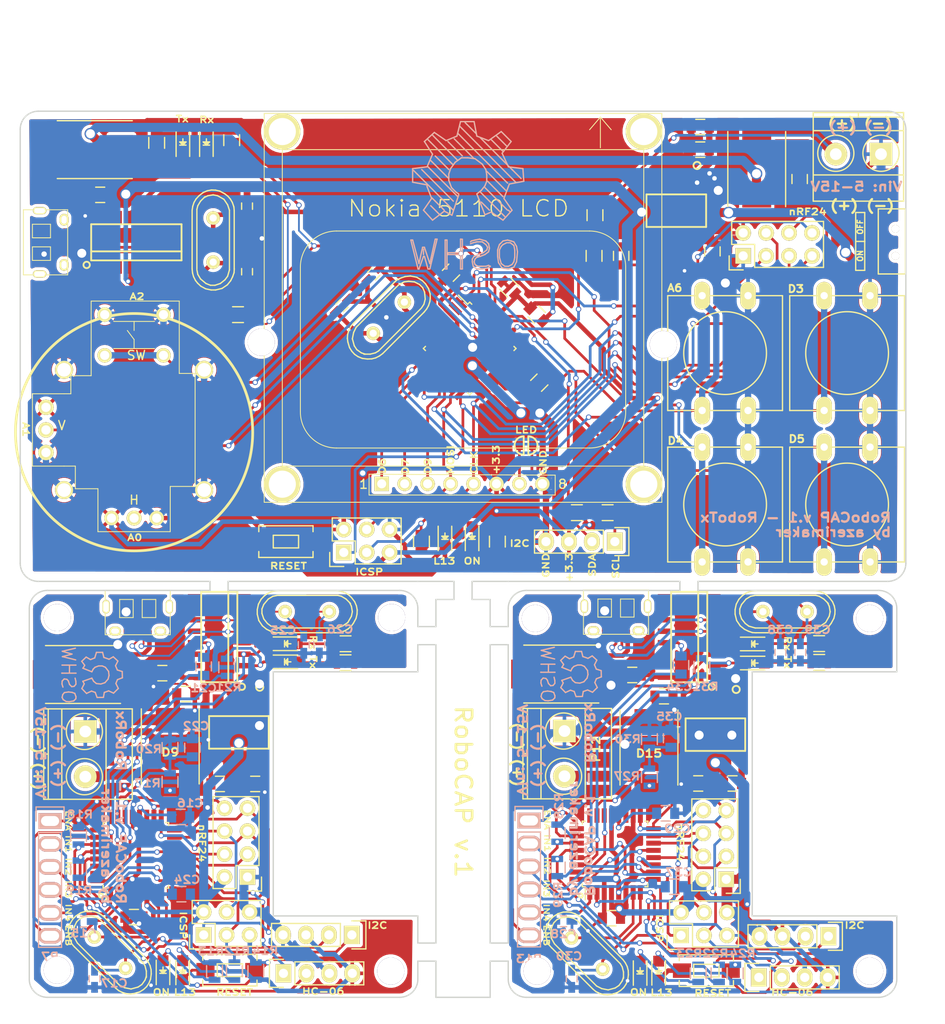
<source format=kicad_pcb>
(kicad_pcb (version 4) (host pcbnew 4.0.2-stable)
  (layers (0 F.Cu signal) (31 B.Cu signal) (34 B.Paste user) (35 F.Paste user) (36 B.SilkS user) (37 F.SilkS user) (38 B.Mask user) (39 F.Mask user) (44 Edge.Cuts user))
  (net 0 "")
  (net 1 +3V3)
  (net 2 GND)
  (net 3 "Net-(C4-Pad1)")
  (net 4 "Net-(C5-Pad2)")
  (net 5 /RoboCAP_Tx/AREF)
  (net 6 "Net-(C7-Pad2)")
  (net 7 /RoboCAP_Tx/DTR)
  (net 8 /RoboCAP_Tx/RESET)
  (net 9 /RoboCAP_Tx/A3)
  (net 10 "Net-(C11-Pad1)")
  (net 11 "Net-(C12-Pad1)")
  (net 12 "Net-(C15-Pad2)")
  (net 13 /RoboCAP_Rx1/AREF)
  (net 14 "Net-(C17-Pad2)")
  (net 15 "Net-(C20-Pad1)")
  (net 16 /RoboCAP_Rx1/DTR)
  (net 17 /RoboCAP_Rx1/RESET)
  (net 18 /RoboCAP_Rx1/A0)
  (net 19 "Net-(C25-Pad1)")
  (net 20 "Net-(C26-Pad1)")
  (net 21 "Net-(C28-Pad2)")
  (net 22 /RoboCAP_Rx2/AREF)
  (net 23 "Net-(C30-Pad2)")
  (net 24 "Net-(C33-Pad1)")
  (net 25 /RoboCAP_Rx2/DTR)
  (net 26 /RoboCAP_Rx2/RESET)
  (net 27 /RoboCAP_Rx2/A0)
  (net 28 "Net-(C38-Pad1)")
  (net 29 "Net-(C39-Pad1)")
  (net 30 +5V)
  (net 31 +BATT)
  (net 32 "Net-(D3-Pad2)")
  (net 33 "Net-(D4-Pad2)")
  (net 34 /RoboCAP_Tx/D1/TX)
  (net 35 "Net-(D5-Pad2)")
  (net 36 /RoboCAP_Tx/TX)
  (net 37 "Net-(D6-Pad2)")
  (net 38 "Net-(D7-Pad2)")
  (net 39 "Net-(D10-Pad2)")
  (net 40 /RoboCAP_Rx1/D1/TX)
  (net 41 "Net-(D11-Pad2)")
  (net 42 /RoboCAP_Rx1/TX)
  (net 43 "Net-(D12-Pad2)")
  (net 44 "Net-(D13-Pad2)")
  (net 45 "Net-(D16-Pad2)")
  (net 46 /RoboCAP_Rx2/D1/TX)
  (net 47 "Net-(D17-Pad2)")
  (net 48 /RoboCAP_Rx2/TX)
  (net 49 "Net-(D18-Pad2)")
  (net 50 /RoboCAP_Tx/D3)
  (net 51 /RoboCAP_Tx/D4)
  (net 52 /RoboCAP_Tx/D5)
  (net 53 /RoboCAP_Tx/D6)
  (net 54 /RoboCAP_Tx/D7)
  (net 55 /RoboCAP_Tx/D8)
  (net 56 /RoboCAP_Tx/D9)
  (net 57 /RoboCAP_Tx/D10)
  (net 58 /RoboCAP_Tx/D11/MOSI)
  (net 59 /RoboCAP_Tx/D12/MISO)
  (net 60 /RoboCAP_Tx/D13/SCK)
  (net 61 /RoboCAP_Tx/A0)
  (net 62 /RoboCAP_Tx/A1)
  (net 63 /RoboCAP_Tx/A2)
  (net 64 /RoboCAP_Tx/A4)
  (net 65 /RoboCAP_Tx/A5)
  (net 66 /RoboCAP_Tx/D0/RX)
  (net 67 /RoboCAP_Tx/D2)
  (net 68 /RoboCAP_Rx1/D3)
  (net 69 /RoboCAP_Rx1/D4)
  (net 70 /RoboCAP_Rx1/D5)
  (net 71 /RoboCAP_Rx1/D6)
  (net 72 /RoboCAP_Rx1/D7)
  (net 73 /RoboCAP_Rx1/D8)
  (net 74 /RoboCAP_Rx1/D9)
  (net 75 /RoboCAP_Rx1/D10)
  (net 76 /RoboCAP_Rx1/D11/MOSI)
  (net 77 /RoboCAP_Rx1/D12/MISO)
  (net 78 /RoboCAP_Rx1/D13/SCK)
  (net 79 /RoboCAP_Rx1/A2)
  (net 80 /RoboCAP_Rx1/A3)
  (net 81 /RoboCAP_Rx1/A4)
  (net 82 /RoboCAP_Rx1/A5)
  (net 83 /RoboCAP_Rx1/D0/RX)
  (net 84 /RoboCAP_Rx1/D2)
  (net 85 /RoboCAP_Rx2/D3)
  (net 86 /RoboCAP_Rx2/D4)
  (net 87 /RoboCAP_Rx2/D5)
  (net 88 /RoboCAP_Rx2/D6)
  (net 89 /RoboCAP_Rx2/D7)
  (net 90 /RoboCAP_Rx2/D8)
  (net 91 /RoboCAP_Rx2/D9)
  (net 92 /RoboCAP_Rx2/D10)
  (net 93 /RoboCAP_Rx2/D11/MOSI)
  (net 94 /RoboCAP_Rx2/D12/MISO)
  (net 95 /RoboCAP_Rx2/D13/SCK)
  (net 96 /RoboCAP_Rx2/A2)
  (net 97 /RoboCAP_Rx2/A3)
  (net 98 /RoboCAP_Rx2/A4)
  (net 99 /RoboCAP_Rx2/A5)
  (net 100 /RoboCAP_Rx2/D0/RX)
  (net 101 /RoboCAP_Rx2/D2)
  (net 102 "Net-(R11-Pad1)")
  (net 103 "Net-(SW1-Pad1)")
  (net 104 "Net-(U2-Pad5)")
  (net 105 "Net-(U2-Pad6)")
  (net 106 "Net-(U6-Pad5)")
  (net 107 "Net-(U6-Pad6)")
  (net 108 "Net-(U10-Pad3)")
  (net 109 "Net-(U10-Pad2)")
  (net 110 /RoboCAP_Tx/A6)
  (module Pin_Headers:Pin_Header_Straight_2x04 (layer F.Cu) (at 131.15 141.7 180)
    (fp_text reference P8 hide)
    (fp_text value nRF24L01_CONN)
    (pad 1 thru_hole rect (at 0 0 180) (size 1.7272 1.7272) (drill 1.016) (layers *.Cu *.Mask F.SilkS) (net 2 GND))
    (pad 2 thru_hole oval (at 2.54 0 180) (size 1.7272 1.7272) (drill 1.016) (layers *.Cu *.Mask F.SilkS) (net 1 +3V3))
    (pad 3 thru_hole oval (at 0 2.54 180) (size 1.7272 1.7272) (drill 1.016) (layers *.Cu *.Mask F.SilkS) (net 73 /RoboCAP_Rx1/D8))
    (pad 4 thru_hole oval (at 2.54 2.54 180) (size 1.7272 1.7272) (drill 1.016) (layers *.Cu *.Mask F.SilkS) (net 75 /RoboCAP_Rx1/D10))
    (pad 5 thru_hole oval (at 0 5.08 180) (size 1.7272 1.7272) (drill 1.016) (layers *.Cu *.Mask F.SilkS) (net 78 /RoboCAP_Rx1/D13/SCK))
    (pad 6 thru_hole oval (at 2.54 5.08 180) (size 1.7272 1.7272) (drill 1.016) (layers *.Cu *.Mask F.SilkS) (net 76 /RoboCAP_Rx1/D11/MOSI))
    (pad 7 thru_hole oval (at 0 7.62 180) (size 1.7272 1.7272) (drill 1.016) (layers *.Cu *.Mask F.SilkS) (net 77 /RoboCAP_Rx1/D12/MISO))
    (pad 8 thru_hole oval (at 2.54 7.62 180) (size 1.7272 1.7272) (drill 1.016) (layers *.Cu *.Mask F.SilkS) (net 84 /RoboCAP_Rx1/D2))
  )
  (module Capacitors_SMD:C_0805 (layer F.Cu) (at 153.67 74.86 45)
    (fp_text reference C1 hide)
    (fp_text value 100nF)
    (pad 1 smd rect (at -1 0 45) (size 1 1.25) (layers F.Cu F.Paste F.Mask) (net 1 +3V3))
    (pad 2 smd rect (at 1 0 45) (size 1 1.25) (layers F.Cu F.Paste F.Mask) (net 2 GND))
  )
  (module Capacitors_SMD:C_0805 (layer F.Cu) (at 181.25 61.25)
    (fp_text reference C2 hide)
    (fp_text value 100nF)
    (pad 1 smd rect (at -1 0) (size 1 1.25) (layers F.Cu F.Paste F.Mask) (net 1 +3V3))
    (pad 2 smd rect (at 1 0) (size 1 1.25) (layers F.Cu F.Paste F.Mask) (net 2 GND))
  )
  (module Capacitors_SMD:C_0805 (layer F.Cu) (at 181.25 58.75)
    (fp_text reference C3 hide)
    (fp_text value 10uF)
    (pad 1 smd rect (at -1 0) (size 1 1.25) (layers F.Cu F.Paste F.Mask) (net 1 +3V3))
    (pad 2 smd rect (at 1 0) (size 1 1.25) (layers F.Cu F.Paste F.Mask) (net 2 GND))
  )
  (module Capacitors_SMD:C_0805 (layer F.Cu) (at 192.25 64.5 90)
    (fp_text reference C4 hide)
    (fp_text value "10uF, 35V")
    (pad 1 smd rect (at -1 0 90) (size 1 1.25) (layers F.Cu F.Paste F.Mask) (net 3 "Net-(C4-Pad1)"))
    (pad 2 smd rect (at 1 0 90) (size 1 1.25) (layers F.Cu F.Paste F.Mask) (net 2 GND))
  )
  (module Capacitors_SMD:C_0603_HandSoldering (layer F.Cu) (at 145.1 75 45)
    (fp_text reference C5 hide)
    (fp_text value 22pF)
    (pad 1 smd rect (at -0.95 0 45) (size 1.2 0.75) (layers F.Cu F.Paste F.Mask) (net 2 GND))
    (pad 2 smd rect (at 0.95 0 45) (size 1.2 0.75) (layers F.Cu F.Paste F.Mask) (net 4 "Net-(C5-Pad2)"))
  )
  (module Capacitors_SMD:C_0805 (layer F.Cu) (at 163.437107 87.022893 45)
    (fp_text reference C6 hide)
    (fp_text value 100nF)
    (pad 1 smd rect (at -1 0 45) (size 1 1.25) (layers F.Cu F.Paste F.Mask) (net 5 /RoboCAP_Tx/AREF))
    (pad 2 smd rect (at 1 0 45) (size 1 1.25) (layers F.Cu F.Paste F.Mask) (net 2 GND))
  )
  (module Capacitors_SMD:C_0603_HandSoldering (layer F.Cu) (at 141.6 78.5 225)
    (fp_text reference C7 hide)
    (fp_text value 22pF)
    (pad 1 smd rect (at -0.95 0 225) (size 1.2 0.75) (layers F.Cu F.Paste F.Mask) (net 2 GND))
    (pad 2 smd rect (at 0.95 0 225) (size 1.2 0.75) (layers F.Cu F.Paste F.Mask) (net 6 "Net-(C7-Pad2)"))
  )
  (module Capacitors_SMD:C_0805 (layer F.Cu) (at 163.15 79.49 135)
    (fp_text reference C8 hide)
    (fp_text value 100nF)
    (pad 1 smd rect (at -1 0 135) (size 1 1.25) (layers F.Cu F.Paste F.Mask) (net 7 /RoboCAP_Tx/DTR))
    (pad 2 smd rect (at 1 0 135) (size 1 1.25) (layers F.Cu F.Paste F.Mask) (net 8 /RoboCAP_Tx/RESET))
  )
  (module Capacitors_SMD:C_0805 (layer F.Cu) (at 114.85 66.25 180)
    (fp_text reference C9 hide)
    (fp_text value 100nF)
    (pad 1 smd rect (at -1 0 180) (size 1 1.25) (layers F.Cu F.Paste F.Mask) (net 1 +3V3))
    (pad 2 smd rect (at 1 0 180) (size 1 1.25) (layers F.Cu F.Paste F.Mask) (net 2 GND))
  )
  (module Capacitors_SMD:C_0805 (layer F.Cu) (at 172.5 73 270)
    (fp_text reference C10 hide)
    (fp_text value 100nF)
    (pad 1 smd rect (at -1 0 270) (size 1 1.25) (layers F.Cu F.Paste F.Mask) (net 9 /RoboCAP_Tx/A3))
    (pad 2 smd rect (at 1 0 270) (size 1 1.25) (layers F.Cu F.Paste F.Mask) (net 2 GND))
  )
  (module Capacitors_SMD:C_0603_HandSoldering (layer F.Cu) (at 131.1 74.75 270)
    (fp_text reference C11 hide)
    (fp_text value 22pF)
    (pad 1 smd rect (at -0.95 0 270) (size 1.2 0.75) (layers F.Cu F.Paste F.Mask) (net 10 "Net-(C11-Pad1)"))
    (pad 2 smd rect (at 0.95 0 270) (size 1.2 0.75) (layers F.Cu F.Paste F.Mask) (net 2 GND))
  )
  (module Capacitors_SMD:C_0603_HandSoldering (layer F.Cu) (at 131.1 67.5 90)
    (fp_text reference C12 hide)
    (fp_text value 22pF)
    (pad 1 smd rect (at -0.95 0 90) (size 1.2 0.75) (layers F.Cu F.Paste F.Mask) (net 11 "Net-(C12-Pad1)"))
    (pad 2 smd rect (at 0.95 0 90) (size 1.2 0.75) (layers F.Cu F.Paste F.Mask) (net 2 GND))
  )
  (module Capacitors_SMD:C_0805 (layer F.Cu) (at 182.6 72.5 270)
    (fp_text reference C13 hide)
    (fp_text value 10uF)
    (pad 1 smd rect (at -1 0 270) (size 1 1.25) (layers F.Cu F.Paste F.Mask) (net 1 +3V3))
    (pad 2 smd rect (at 1 0 270) (size 1 1.25) (layers F.Cu F.Paste F.Mask) (net 2 GND))
  )
  (module Capacitors_SMD:C_0805 (layer F.Cu) (at 118.585 146.13)
    (fp_text reference C14 hide)
    (fp_text value 100nF)
    (pad 1 smd rect (at -1 0) (size 1 1.25) (layers F.Cu F.Paste F.Mask) (net 1 +3V3))
    (pad 2 smd rect (at 1 0) (size 1 1.25) (layers F.Cu F.Paste F.Mask) (net 2 GND))
  )
  (module Capacitors_SMD:C_0603_HandSoldering (layer B.Cu) (at 113.015 146.62)
    (fp_text reference C15 (at 0 1.3) (layer B.SilkS) (effects (font (size 0.85 1) (thickness 0.2)) (justify mirror)))
    (fp_text value 22pF)
    (pad 1 smd rect (at -0.95 0) (size 1.2 0.75) (layers B.Cu B.Paste B.Mask) (net 2 GND))
    (pad 2 smd rect (at 0.95 0) (size 1.2 0.75) (layers B.Cu B.Paste B.Mask) (net 12 "Net-(C15-Pad2)"))
  )
  (module Capacitors_SMD:C_0805 (layer B.Cu) (at 123.755 135.05)
    (fp_text reference C16 (at 1.05 -1.525) (layer B.SilkS) (effects (font (size 0.85 1) (thickness 0.2)) (justify mirror)))
    (fp_text value 100nF)
    (pad 1 smd rect (at -1 0) (size 1 1.25) (layers B.Cu B.Paste B.Mask) (net 13 /RoboCAP_Rx1/AREF))
    (pad 2 smd rect (at 1 0) (size 1 1.25) (layers B.Cu B.Paste B.Mask) (net 2 GND))
  )
  (module Capacitors_SMD:C_0603_HandSoldering (layer B.Cu) (at 114.225 152.95 90)
    (fp_text reference C17 (at -0.5 2.2 180) (layer B.SilkS) (effects (font (size 0.85 1) (thickness 0.2)) (justify mirror)))
    (fp_text value 22pF)
    (pad 1 smd rect (at -0.95 0 90) (size 1.2 0.75) (layers B.Cu B.Paste B.Mask) (net 2 GND))
    (pad 2 smd rect (at 0.95 0 90) (size 1.2 0.75) (layers B.Cu B.Paste B.Mask) (net 14 "Net-(C17-Pad2)"))
  )
  (module Capacitors_SMD:C_0805 (layer F.Cu) (at 132 131.4)
    (fp_text reference C18 hide)
    (fp_text value 100nF)
    (pad 1 smd rect (at -1 0) (size 1 1.25) (layers F.Cu F.Paste F.Mask) (net 1 +3V3))
    (pad 2 smd rect (at 1 0) (size 1 1.25) (layers F.Cu F.Paste F.Mask) (net 2 GND))
  )
  (module Capacitors_SMD:C_0805 (layer F.Cu) (at 128.1 131.4 180)
    (fp_text reference C19 hide)
    (fp_text value 10uF)
    (pad 1 smd rect (at -1 0 180) (size 1 1.25) (layers F.Cu F.Paste F.Mask) (net 1 +3V3))
    (pad 2 smd rect (at 1 0 180) (size 1 1.25) (layers F.Cu F.Paste F.Mask) (net 2 GND))
  )
  (module Capacitors_SMD:C_0805 (layer F.Cu) (at 124.325 121.45)
    (fp_text reference C20 hide)
    (fp_text value "10uF, 35V")
    (pad 1 smd rect (at -1 0) (size 1 1.25) (layers F.Cu F.Paste F.Mask) (net 15 "Net-(C20-Pad1)"))
    (pad 2 smd rect (at 1 0) (size 1 1.25) (layers F.Cu F.Paste F.Mask) (net 2 GND))
  )
  (module Capacitors_SMD:C_0805 (layer B.Cu) (at 126.3 118.4 270)
    (fp_text reference C21 (at 2.4 0 360) (layer B.SilkS) (effects (font (size 0.85 1) (thickness 0.2)) (justify mirror)))
    (fp_text value 100nF)
    (pad 1 smd rect (at -1 0 270) (size 1 1.25) (layers B.Cu B.Paste B.Mask) (net 16 /RoboCAP_Rx1/DTR))
    (pad 2 smd rect (at 1 0 270) (size 1 1.25) (layers B.Cu B.Paste B.Mask) (net 17 /RoboCAP_Rx1/RESET))
  )
  (module Capacitors_SMD:C_0805 (layer B.Cu) (at 125.05 127.4 270)
    (fp_text reference C22 (at -2.4 -0.4 540) (layer B.SilkS) (effects (font (size 0.85 1) (thickness 0.2)) (justify mirror)))
    (fp_text value 100nF)
    (pad 1 smd rect (at -1 0 270) (size 1 1.25) (layers B.Cu B.Paste B.Mask) (net 2 GND))
    (pad 2 smd rect (at 1 0 270) (size 1 1.25) (layers B.Cu B.Paste B.Mask) (net 18 /RoboCAP_Rx1/A0))
  )
  (module Capacitors_SMD:C_0805 (layer F.Cu) (at 121.725 119.15 180)
    (fp_text reference C23 hide)
    (fp_text value 100nF)
    (pad 1 smd rect (at -1 0 180) (size 1 1.25) (layers F.Cu F.Paste F.Mask) (net 1 +3V3))
    (pad 2 smd rect (at 1 0 180) (size 1 1.25) (layers F.Cu F.Paste F.Mask) (net 2 GND))
  )
  (module Capacitors_SMD:C_0805 (layer B.Cu) (at 123.835 143.59 180)
    (fp_text reference C24 (at -0.625 1.6 360) (layer B.SilkS) (effects (font (size 0.85 1) (thickness 0.2)) (justify mirror)))
    (fp_text value 10uF)
    (pad 1 smd rect (at -1 0 180) (size 1 1.25) (layers B.Cu B.Paste B.Mask) (net 1 +3V3))
    (pad 2 smd rect (at 1 0 180) (size 1 1.25) (layers B.Cu B.Paste B.Mask) (net 2 GND))
  )
  (module Capacitors_SMD:C_0603_HandSoldering (layer B.Cu) (at 137.375 116 270)
    (fp_text reference C25 (at -1.575 2.3 540) (layer B.SilkS) (effects (font (size 0.85 1) (thickness 0.2)) (justify mirror)))
    (fp_text value 22pF)
    (pad 1 smd rect (at -0.95 0 270) (size 1.2 0.75) (layers B.Cu B.Paste B.Mask) (net 19 "Net-(C25-Pad1)"))
    (pad 2 smd rect (at 0.95 0 270) (size 1.2 0.75) (layers B.Cu B.Paste B.Mask) (net 2 GND))
  )
  (module Capacitors_SMD:C_0603_HandSoldering (layer B.Cu) (at 139.1 115.975 270)
    (fp_text reference C26 (at -1.675 -2.3 360) (layer B.SilkS) (effects (font (size 0.85 1) (thickness 0.2)) (justify mirror)))
    (fp_text value 22pF)
    (pad 1 smd rect (at -0.95 0 270) (size 1.2 0.75) (layers B.Cu B.Paste B.Mask) (net 20 "Net-(C26-Pad1)"))
    (pad 2 smd rect (at 0.95 0 270) (size 1.2 0.75) (layers B.Cu B.Paste B.Mask) (net 2 GND))
  )
  (module Capacitors_SMD:C_0805 (layer F.Cu) (at 171.425 146.25 180)
    (fp_text reference C27 hide)
    (fp_text value 100nF)
    (pad 1 smd rect (at -1 0 180) (size 1 1.25) (layers F.Cu F.Paste F.Mask) (net 1 +3V3))
    (pad 2 smd rect (at 1 0 180) (size 1 1.25) (layers F.Cu F.Paste F.Mask) (net 2 GND))
  )
  (module Capacitors_SMD:C_0603_HandSoldering (layer B.Cu) (at 166.105 146.59)
    (fp_text reference C28 (at 0 1.4 180) (layer B.SilkS) (effects (font (size 0.85 1) (thickness 0.2)) (justify mirror)))
    (fp_text value 22pF)
    (pad 1 smd rect (at -0.95 0) (size 1.2 0.75) (layers B.Cu B.Paste B.Mask) (net 2 GND))
    (pad 2 smd rect (at 0.95 0) (size 1.2 0.75) (layers B.Cu B.Paste B.Mask) (net 21 "Net-(C28-Pad2)"))
  )
  (module Capacitors_SMD:C_0805 (layer B.Cu) (at 177.425 134.65)
    (fp_text reference C29 (at 1.3 1.7) (layer B.SilkS) (effects (font (size 0.85 1) (thickness 0.2)) (justify mirror)))
    (fp_text value 100nF)
    (pad 1 smd rect (at -1 0) (size 1 1.25) (layers B.Cu B.Paste B.Mask) (net 22 /RoboCAP_Rx2/AREF))
    (pad 2 smd rect (at 1 0) (size 1 1.25) (layers B.Cu B.Paste B.Mask) (net 2 GND))
  )
  (module Capacitors_SMD:C_0603_HandSoldering (layer B.Cu) (at 167.025 152.95 90)
    (fp_text reference C30 (at 2.5 -0.3 360) (layer B.SilkS) (effects (font (size 0.85 1) (thickness 0.2)) (justify mirror)))
    (fp_text value 22pF)
    (pad 1 smd rect (at -0.95 0 90) (size 1.2 0.75) (layers B.Cu B.Paste B.Mask) (net 2 GND))
    (pad 2 smd rect (at 0.95 0 90) (size 1.2 0.75) (layers B.Cu B.Paste B.Mask) (net 23 "Net-(C30-Pad2)"))
  )
  (module Capacitors_SMD:C_0805 (layer F.Cu) (at 181.025 131.35 180)
    (fp_text reference C31 hide)
    (fp_text value 100nF)
    (pad 1 smd rect (at -1 0 180) (size 1 1.25) (layers F.Cu F.Paste F.Mask) (net 1 +3V3))
    (pad 2 smd rect (at 1 0 180) (size 1 1.25) (layers F.Cu F.Paste F.Mask) (net 2 GND))
  )
  (module Capacitors_SMD:C_0805 (layer F.Cu) (at 184.825 131.35)
    (fp_text reference C32 hide)
    (fp_text value 10uF)
    (pad 1 smd rect (at -1 0) (size 1 1.25) (layers F.Cu F.Paste F.Mask) (net 1 +3V3))
    (pad 2 smd rect (at 1 0) (size 1 1.25) (layers F.Cu F.Paste F.Mask) (net 2 GND))
  )
  (module Capacitors_SMD:C_0805 (layer F.Cu) (at 177.235 121.7)
    (fp_text reference C33 hide)
    (fp_text value "10uF, 35V")
    (pad 1 smd rect (at -1 0) (size 1 1.25) (layers F.Cu F.Paste F.Mask) (net 24 "Net-(C33-Pad1)"))
    (pad 2 smd rect (at 1 0) (size 1 1.25) (layers F.Cu F.Paste F.Mask) (net 2 GND))
  )
  (module Capacitors_SMD:C_0805 (layer B.Cu) (at 179.125 118.25 270)
    (fp_text reference C34 (at 2.4 0.2 360) (layer B.SilkS) (effects (font (size 0.85 1) (thickness 0.2)) (justify mirror)))
    (fp_text value 100nF)
    (pad 1 smd rect (at -1 0 270) (size 1 1.25) (layers B.Cu B.Paste B.Mask) (net 25 /RoboCAP_Rx2/DTR))
    (pad 2 smd rect (at 1 0 270) (size 1 1.25) (layers B.Cu B.Paste B.Mask) (net 26 /RoboCAP_Rx2/RESET))
  )
  (module Capacitors_SMD:C_0805 (layer B.Cu) (at 178.025 126.35 270)
    (fp_text reference C35 (at -2.4 0.2 540) (layer B.SilkS) (effects (font (size 0.85 1) (thickness 0.2)) (justify mirror)))
    (fp_text value 100nF)
    (pad 1 smd rect (at -1 0 270) (size 1 1.25) (layers B.Cu B.Paste B.Mask) (net 2 GND))
    (pad 2 smd rect (at 1 0 270) (size 1 1.25) (layers B.Cu B.Paste B.Mask) (net 27 /RoboCAP_Rx2/A0))
  )
  (module Capacitors_SMD:C_0805 (layer F.Cu) (at 173.725 119.35 180)
    (fp_text reference C36 hide)
    (fp_text value 100nF)
    (pad 1 smd rect (at -1 0 180) (size 1 1.25) (layers F.Cu F.Paste F.Mask) (net 1 +3V3))
    (pad 2 smd rect (at 1 0 180) (size 1 1.25) (layers F.Cu F.Paste F.Mask) (net 2 GND))
  )
  (module Capacitors_SMD:C_0805 (layer B.Cu) (at 178.375 142.77 180)
    (fp_text reference C37 (at -0.5 1.6 360) (layer B.SilkS) (effects (font (size 0.85 1) (thickness 0.2)) (justify mirror)))
    (fp_text value 10uF)
    (pad 1 smd rect (at -1 0 180) (size 1 1.25) (layers B.Cu B.Paste B.Mask) (net 1 +3V3))
    (pad 2 smd rect (at 1 0 180) (size 1 1.25) (layers B.Cu B.Paste B.Mask) (net 2 GND))
  )
  (module Capacitors_SMD:C_0603_HandSoldering (layer B.Cu) (at 190.125 116.85 270)
    (fp_text reference C38 (at -2.5 0 360) (layer B.SilkS) (effects (font (size 0.85 1) (thickness 0.2)) (justify mirror)))
    (fp_text value 22pF)
    (pad 1 smd rect (at -0.95 0 270) (size 1.2 0.75) (layers B.Cu B.Paste B.Mask) (net 28 "Net-(C38-Pad1)"))
    (pad 2 smd rect (at 0.95 0 270) (size 1.2 0.75) (layers B.Cu B.Paste B.Mask) (net 2 GND))
  )
  (module Capacitors_SMD:C_0603_HandSoldering (layer B.Cu) (at 192.325 116.85 270)
    (fp_text reference C39 (at -2.5 -1.9 360) (layer B.SilkS) (effects (font (size 0.85 1) (thickness 0.2)) (justify mirror)))
    (fp_text value 22pF)
    (pad 1 smd rect (at -0.95 0 270) (size 1.2 0.75) (layers B.Cu B.Paste B.Mask) (net 29 "Net-(C39-Pad1)"))
    (pad 2 smd rect (at 0.95 0 270) (size 1.2 0.75) (layers B.Cu B.Paste B.Mask) (net 2 GND))
  )
  (module Diodes_SMD:DO-214AB (layer F.Cu) (at 113.6 61.25 180)
    (fp_text reference D1 hide)
    (fp_text value MBR0520)
    (pad 2 smd rect (at 3.6 0 180) (size 2.6 3.2) (layers F.Cu F.Paste F.Mask) (net 30 +5V))
    (pad 1 smd rect (at -3.6 0 180) (size 2.6 3.2) (layers F.Cu F.Paste F.Mask) (net 3 "Net-(C4-Pad1)"))
  )
  (module Diodes_SMD:DO-214AB (layer F.Cu) (at 187.5 62.75 90)
    (fp_text reference D2 hide)
    (fp_text value MBR0520)
    (pad 2 smd rect (at 3.6 0 90) (size 2.6 3.2) (layers F.Cu F.Paste F.Mask) (net 31 +BATT))
    (pad 1 smd rect (at -3.6 0 90) (size 2.6 3.2) (layers F.Cu F.Paste F.Mask) (net 3 "Net-(C4-Pad1)"))
  )
  (module Diodes_SMD:DO-214AB (layer F.Cu) (at 112.3 119.3 180)
    (fp_text reference D8 hide)
    (fp_text value MBR0520)
    (pad 2 smd rect (at 3.6 0 180) (size 2.6 3.2) (layers F.Cu F.Paste F.Mask) (net 30 +5V))
    (pad 1 smd rect (at -3.6 0 180) (size 2.6 3.2) (layers F.Cu F.Paste F.Mask) (net 15 "Net-(C20-Pad1)"))
  )
  (module Diodes_SMD:DO-214AB (layer F.Cu) (at 122.6 127.9 270)
    (fp_text reference D9 (at 0 0 540) (layer F.SilkS) (effects (font (size 0.85 1) (thickness 0.2))))
    (fp_text value MBR0520)
    (pad 2 smd rect (at 3.6 0 270) (size 2.6 3.2) (layers F.Cu F.Paste F.Mask) (net 31 +BATT))
    (pad 1 smd rect (at -3.6 0 270) (size 2.6 3.2) (layers F.Cu F.Paste F.Mask) (net 15 "Net-(C20-Pad1)"))
  )
  (module Diodes_SMD:DO-214AB (layer F.Cu) (at 165.225 119.25 180)
    (fp_text reference D14 hide)
    (fp_text value MBR0520)
    (pad 2 smd rect (at 3.6 0 180) (size 2.6 3.2) (layers F.Cu F.Paste F.Mask) (net 30 +5V))
    (pad 1 smd rect (at -3.6 0 180) (size 2.6 3.2) (layers F.Cu F.Paste F.Mask) (net 24 "Net-(C33-Pad1)"))
  )
  (module Diodes_SMD:DO-214AB (layer F.Cu) (at 175.575 128.025 270)
    (fp_text reference D15 (at 0 0 360) (layer F.SilkS) (effects (font (size 0.85 1) (thickness 0.2))))
    (fp_text value MBR0520)
    (pad 2 smd rect (at 3.6 0 270) (size 2.6 3.2) (layers F.Cu F.Paste F.Mask) (net 31 +BATT))
    (pad 1 smd rect (at -3.6 0 270) (size 2.6 3.2) (layers F.Cu F.Paste F.Mask) (net 24 "Net-(C33-Pad1)"))
  )
  (module Housings_QFP:TQFP-32_7x7mm_Pitch0.8mm (layer F.Cu) (at 155.74 83.24 315)
    (fp_text reference IC1 hide)
    (fp_text value ATMEGA328P-AU)
    (pad 1 smd rect (at -4.25 -2.8 315) (size 1.6 0.55) (layers F.Cu F.Paste F.Mask) (net 50 /RoboCAP_Tx/D3))
    (pad 2 smd rect (at -4.25 -2 315) (size 1.6 0.55) (layers F.Cu F.Paste F.Mask) (net 51 /RoboCAP_Tx/D4))
    (pad 3 smd rect (at -4.25 -1.2 315) (size 1.6 0.55) (layers F.Cu F.Paste F.Mask) (net 2 GND))
    (pad 4 smd rect (at -4.25 -0.4 315) (size 1.6 0.55) (layers F.Cu F.Paste F.Mask) (net 1 +3V3))
    (pad 5 smd rect (at -4.25 0.4 315) (size 1.6 0.55) (layers F.Cu F.Paste F.Mask) (net 2 GND))
    (pad 6 smd rect (at -4.25 1.2 315) (size 1.6 0.55) (layers F.Cu F.Paste F.Mask) (net 1 +3V3))
    (pad 7 smd rect (at -4.25 2 315) (size 1.6 0.55) (layers F.Cu F.Paste F.Mask) (net 4 "Net-(C5-Pad2)"))
    (pad 8 smd rect (at -4.25 2.8 315) (size 1.6 0.55) (layers F.Cu F.Paste F.Mask) (net 6 "Net-(C7-Pad2)"))
    (pad 9 smd rect (at -2.8 4.25 45) (size 1.6 0.55) (layers F.Cu F.Paste F.Mask) (net 52 /RoboCAP_Tx/D5))
    (pad 10 smd rect (at -2 4.25 45) (size 1.6 0.55) (layers F.Cu F.Paste F.Mask) (net 53 /RoboCAP_Tx/D6))
    (pad 11 smd rect (at -1.2 4.25 45) (size 1.6 0.55) (layers F.Cu F.Paste F.Mask) (net 54 /RoboCAP_Tx/D7))
    (pad 12 smd rect (at -0.4 4.25 45) (size 1.6 0.55) (layers F.Cu F.Paste F.Mask) (net 55 /RoboCAP_Tx/D8))
    (pad 13 smd rect (at 0.4 4.25 45) (size 1.6 0.55) (layers F.Cu F.Paste F.Mask) (net 56 /RoboCAP_Tx/D9))
    (pad 14 smd rect (at 1.2 4.25 45) (size 1.6 0.55) (layers F.Cu F.Paste F.Mask) (net 57 /RoboCAP_Tx/D10))
    (pad 15 smd rect (at 2 4.25 45) (size 1.6 0.55) (layers F.Cu F.Paste F.Mask) (net 58 /RoboCAP_Tx/D11/MOSI))
    (pad 16 smd rect (at 2.8 4.25 45) (size 1.6 0.55) (layers F.Cu F.Paste F.Mask) (net 59 /RoboCAP_Tx/D12/MISO))
    (pad 17 smd rect (at 4.25 2.8 315) (size 1.6 0.55) (layers F.Cu F.Paste F.Mask) (net 60 /RoboCAP_Tx/D13/SCK))
    (pad 18 smd rect (at 4.25 2 315) (size 1.6 0.55) (layers F.Cu F.Paste F.Mask) (net 1 +3V3))
    (pad 19 smd rect (at 4.25 1.2 315) (size 1.6 0.55) (layers F.Cu F.Paste F.Mask) (net 110 /RoboCAP_Tx/A6))
    (pad 20 smd rect (at 4.25 0.4 315) (size 1.6 0.55) (layers F.Cu F.Paste F.Mask) (net 5 /RoboCAP_Tx/AREF))
    (pad 21 smd rect (at 4.25 -0.4 315) (size 1.6 0.55) (layers F.Cu F.Paste F.Mask) (net 2 GND))
    (pad 22 smd rect (at 4.25 -1.2 315) (size 1.6 0.55) (layers F.Cu F.Paste F.Mask))
    (pad 23 smd rect (at 4.25 -2 315) (size 1.6 0.55) (layers F.Cu F.Paste F.Mask) (net 61 /RoboCAP_Tx/A0))
    (pad 24 smd rect (at 4.25 -2.8 315) (size 1.6 0.55) (layers F.Cu F.Paste F.Mask) (net 62 /RoboCAP_Tx/A1))
    (pad 25 smd rect (at 2.8 -4.25 45) (size 1.6 0.55) (layers F.Cu F.Paste F.Mask) (net 63 /RoboCAP_Tx/A2))
    (pad 26 smd rect (at 2 -4.25 45) (size 1.6 0.55) (layers F.Cu F.Paste F.Mask) (net 9 /RoboCAP_Tx/A3))
    (pad 27 smd rect (at 1.2 -4.25 45) (size 1.6 0.55) (layers F.Cu F.Paste F.Mask) (net 64 /RoboCAP_Tx/A4))
    (pad 28 smd rect (at 0.4 -4.25 45) (size 1.6 0.55) (layers F.Cu F.Paste F.Mask) (net 65 /RoboCAP_Tx/A5))
    (pad 29 smd rect (at -0.4 -4.25 45) (size 1.6 0.55) (layers F.Cu F.Paste F.Mask) (net 8 /RoboCAP_Tx/RESET))
    (pad 30 smd rect (at -1.2 -4.25 45) (size 1.6 0.55) (layers F.Cu F.Paste F.Mask) (net 66 /RoboCAP_Tx/D0/RX))
    (pad 31 smd rect (at -2 -4.25 45) (size 1.6 0.55) (layers F.Cu F.Paste F.Mask) (net 34 /RoboCAP_Tx/D1/TX))
    (pad 32 smd rect (at -2.8 -4.25 45) (size 1.6 0.55) (layers F.Cu F.Paste F.Mask) (net 67 /RoboCAP_Tx/D2))
  )
  (module Housings_QFP:TQFP-32_7x7mm_Pitch0.8mm (layer F.Cu) (at 118.8 139.3 90)
    (fp_text reference IC2 hide)
    (fp_text value ATMEGA328P-AU)
    (pad 1 smd rect (at -4.25 -2.8 90) (size 1.6 0.55) (layers F.Cu F.Paste F.Mask) (net 68 /RoboCAP_Rx1/D3))
    (pad 2 smd rect (at -4.25 -2 90) (size 1.6 0.55) (layers F.Cu F.Paste F.Mask) (net 69 /RoboCAP_Rx1/D4))
    (pad 3 smd rect (at -4.25 -1.2 90) (size 1.6 0.55) (layers F.Cu F.Paste F.Mask) (net 2 GND))
    (pad 4 smd rect (at -4.25 -0.4 90) (size 1.6 0.55) (layers F.Cu F.Paste F.Mask) (net 1 +3V3))
    (pad 5 smd rect (at -4.25 0.4 90) (size 1.6 0.55) (layers F.Cu F.Paste F.Mask) (net 2 GND))
    (pad 6 smd rect (at -4.25 1.2 90) (size 1.6 0.55) (layers F.Cu F.Paste F.Mask) (net 1 +3V3))
    (pad 7 smd rect (at -4.25 2 90) (size 1.6 0.55) (layers F.Cu F.Paste F.Mask) (net 12 "Net-(C15-Pad2)"))
    (pad 8 smd rect (at -4.25 2.8 90) (size 1.6 0.55) (layers F.Cu F.Paste F.Mask) (net 14 "Net-(C17-Pad2)"))
    (pad 9 smd rect (at -2.8 4.25 180) (size 1.6 0.55) (layers F.Cu F.Paste F.Mask) (net 70 /RoboCAP_Rx1/D5))
    (pad 10 smd rect (at -2 4.25 180) (size 1.6 0.55) (layers F.Cu F.Paste F.Mask) (net 71 /RoboCAP_Rx1/D6))
    (pad 11 smd rect (at -1.2 4.25 180) (size 1.6 0.55) (layers F.Cu F.Paste F.Mask) (net 72 /RoboCAP_Rx1/D7))
    (pad 12 smd rect (at -0.4 4.25 180) (size 1.6 0.55) (layers F.Cu F.Paste F.Mask) (net 73 /RoboCAP_Rx1/D8))
    (pad 13 smd rect (at 0.4 4.25 180) (size 1.6 0.55) (layers F.Cu F.Paste F.Mask) (net 74 /RoboCAP_Rx1/D9))
    (pad 14 smd rect (at 1.2 4.25 180) (size 1.6 0.55) (layers F.Cu F.Paste F.Mask) (net 75 /RoboCAP_Rx1/D10))
    (pad 15 smd rect (at 2 4.25 180) (size 1.6 0.55) (layers F.Cu F.Paste F.Mask) (net 76 /RoboCAP_Rx1/D11/MOSI))
    (pad 16 smd rect (at 2.8 4.25 180) (size 1.6 0.55) (layers F.Cu F.Paste F.Mask) (net 77 /RoboCAP_Rx1/D12/MISO))
    (pad 17 smd rect (at 4.25 2.8 90) (size 1.6 0.55) (layers F.Cu F.Paste F.Mask) (net 78 /RoboCAP_Rx1/D13/SCK))
    (pad 18 smd rect (at 4.25 2 90) (size 1.6 0.55) (layers F.Cu F.Paste F.Mask) (net 1 +3V3))
    (pad 19 smd rect (at 4.25 1.2 90) (size 1.6 0.55) (layers F.Cu F.Paste F.Mask))
    (pad 20 smd rect (at 4.25 0.4 90) (size 1.6 0.55) (layers F.Cu F.Paste F.Mask) (net 13 /RoboCAP_Rx1/AREF))
    (pad 21 smd rect (at 4.25 -0.4 90) (size 1.6 0.55) (layers F.Cu F.Paste F.Mask) (net 2 GND))
    (pad 22 smd rect (at 4.25 -1.2 90) (size 1.6 0.55) (layers F.Cu F.Paste F.Mask))
    (pad 23 smd rect (at 4.25 -2 90) (size 1.6 0.55) (layers F.Cu F.Paste F.Mask) (net 18 /RoboCAP_Rx1/A0))
    (pad 24 smd rect (at 4.25 -2.8 90) (size 1.6 0.55) (layers F.Cu F.Paste F.Mask))
    (pad 25 smd rect (at 2.8 -4.25 180) (size 1.6 0.55) (layers F.Cu F.Paste F.Mask) (net 79 /RoboCAP_Rx1/A2))
    (pad 26 smd rect (at 2 -4.25 180) (size 1.6 0.55) (layers F.Cu F.Paste F.Mask) (net 80 /RoboCAP_Rx1/A3))
    (pad 27 smd rect (at 1.2 -4.25 180) (size 1.6 0.55) (layers F.Cu F.Paste F.Mask) (net 81 /RoboCAP_Rx1/A4))
    (pad 28 smd rect (at 0.4 -4.25 180) (size 1.6 0.55) (layers F.Cu F.Paste F.Mask) (net 82 /RoboCAP_Rx1/A5))
    (pad 29 smd rect (at -0.4 -4.25 180) (size 1.6 0.55) (layers F.Cu F.Paste F.Mask) (net 17 /RoboCAP_Rx1/RESET))
    (pad 30 smd rect (at -1.2 -4.25 180) (size 1.6 0.55) (layers F.Cu F.Paste F.Mask) (net 83 /RoboCAP_Rx1/D0/RX))
    (pad 31 smd rect (at -2 -4.25 180) (size 1.6 0.55) (layers F.Cu F.Paste F.Mask) (net 40 /RoboCAP_Rx1/D1/TX))
    (pad 32 smd rect (at -2.8 -4.25 180) (size 1.6 0.55) (layers F.Cu F.Paste F.Mask) (net 84 /RoboCAP_Rx1/D2))
  )
  (module Housings_QFP:TQFP-32_7x7mm_Pitch0.8mm (layer F.Cu) (at 171.825 139.15 90)
    (fp_text reference IC3 hide)
    (fp_text value ATMEGA328P-AU)
    (pad 1 smd rect (at -4.25 -2.8 90) (size 1.6 0.55) (layers F.Cu F.Paste F.Mask) (net 85 /RoboCAP_Rx2/D3))
    (pad 2 smd rect (at -4.25 -2 90) (size 1.6 0.55) (layers F.Cu F.Paste F.Mask) (net 86 /RoboCAP_Rx2/D4))
    (pad 3 smd rect (at -4.25 -1.2 90) (size 1.6 0.55) (layers F.Cu F.Paste F.Mask) (net 2 GND))
    (pad 4 smd rect (at -4.25 -0.4 90) (size 1.6 0.55) (layers F.Cu F.Paste F.Mask) (net 1 +3V3))
    (pad 5 smd rect (at -4.25 0.4 90) (size 1.6 0.55) (layers F.Cu F.Paste F.Mask) (net 2 GND))
    (pad 6 smd rect (at -4.25 1.2 90) (size 1.6 0.55) (layers F.Cu F.Paste F.Mask) (net 1 +3V3))
    (pad 7 smd rect (at -4.25 2 90) (size 1.6 0.55) (layers F.Cu F.Paste F.Mask) (net 21 "Net-(C28-Pad2)"))
    (pad 8 smd rect (at -4.25 2.8 90) (size 1.6 0.55) (layers F.Cu F.Paste F.Mask) (net 23 "Net-(C30-Pad2)"))
    (pad 9 smd rect (at -2.8 4.25 180) (size 1.6 0.55) (layers F.Cu F.Paste F.Mask) (net 87 /RoboCAP_Rx2/D5))
    (pad 10 smd rect (at -2 4.25 180) (size 1.6 0.55) (layers F.Cu F.Paste F.Mask) (net 88 /RoboCAP_Rx2/D6))
    (pad 11 smd rect (at -1.2 4.25 180) (size 1.6 0.55) (layers F.Cu F.Paste F.Mask) (net 89 /RoboCAP_Rx2/D7))
    (pad 12 smd rect (at -0.4 4.25 180) (size 1.6 0.55) (layers F.Cu F.Paste F.Mask) (net 90 /RoboCAP_Rx2/D8))
    (pad 13 smd rect (at 0.4 4.25 180) (size 1.6 0.55) (layers F.Cu F.Paste F.Mask) (net 91 /RoboCAP_Rx2/D9))
    (pad 14 smd rect (at 1.2 4.25 180) (size 1.6 0.55) (layers F.Cu F.Paste F.Mask) (net 92 /RoboCAP_Rx2/D10))
    (pad 15 smd rect (at 2 4.25 180) (size 1.6 0.55) (layers F.Cu F.Paste F.Mask) (net 93 /RoboCAP_Rx2/D11/MOSI))
    (pad 16 smd rect (at 2.8 4.25 180) (size 1.6 0.55) (layers F.Cu F.Paste F.Mask) (net 94 /RoboCAP_Rx2/D12/MISO))
    (pad 17 smd rect (at 4.25 2.8 90) (size 1.6 0.55) (layers F.Cu F.Paste F.Mask) (net 95 /RoboCAP_Rx2/D13/SCK))
    (pad 18 smd rect (at 4.25 2 90) (size 1.6 0.55) (layers F.Cu F.Paste F.Mask) (net 1 +3V3))
    (pad 19 smd rect (at 4.25 1.2 90) (size 1.6 0.55) (layers F.Cu F.Paste F.Mask))
    (pad 20 smd rect (at 4.25 0.4 90) (size 1.6 0.55) (layers F.Cu F.Paste F.Mask) (net 22 /RoboCAP_Rx2/AREF))
    (pad 21 smd rect (at 4.25 -0.4 90) (size 1.6 0.55) (layers F.Cu F.Paste F.Mask) (net 2 GND))
    (pad 22 smd rect (at 4.25 -1.2 90) (size 1.6 0.55) (layers F.Cu F.Paste F.Mask))
    (pad 23 smd rect (at 4.25 -2 90) (size 1.6 0.55) (layers F.Cu F.Paste F.Mask) (net 27 /RoboCAP_Rx2/A0))
    (pad 24 smd rect (at 4.25 -2.8 90) (size 1.6 0.55) (layers F.Cu F.Paste F.Mask))
    (pad 25 smd rect (at 2.8 -4.25 180) (size 1.6 0.55) (layers F.Cu F.Paste F.Mask) (net 96 /RoboCAP_Rx2/A2))
    (pad 26 smd rect (at 2 -4.25 180) (size 1.6 0.55) (layers F.Cu F.Paste F.Mask) (net 97 /RoboCAP_Rx2/A3))
    (pad 27 smd rect (at 1.2 -4.25 180) (size 1.6 0.55) (layers F.Cu F.Paste F.Mask) (net 98 /RoboCAP_Rx2/A4))
    (pad 28 smd rect (at 0.4 -4.25 180) (size 1.6 0.55) (layers F.Cu F.Paste F.Mask) (net 99 /RoboCAP_Rx2/A5))
    (pad 29 smd rect (at -0.4 -4.25 180) (size 1.6 0.55) (layers F.Cu F.Paste F.Mask) (net 26 /RoboCAP_Rx2/RESET))
    (pad 30 smd rect (at -1.2 -4.25 180) (size 1.6 0.55) (layers F.Cu F.Paste F.Mask) (net 100 /RoboCAP_Rx2/D0/RX))
    (pad 31 smd rect (at -2 -4.25 180) (size 1.6 0.55) (layers F.Cu F.Paste F.Mask) (net 46 /RoboCAP_Rx2/D1/TX))
    (pad 32 smd rect (at -2.8 -4.25 180) (size 1.6 0.55) (layers F.Cu F.Paste F.Mask) (net 101 /RoboCAP_Rx2/D2))
  )
  (module Pin_Headers:Pin_Header_Straight_1x04 (layer F.Cu) (at 171.8 104.6 270)
    (fp_text reference P2 hide)
    (fp_text value I2C_CONN)
    (pad 1 thru_hole rect (at 0 0 270) (size 2.032 1.7272) (drill 1.016) (layers *.Cu *.Mask F.SilkS) (net 65 /RoboCAP_Tx/A5))
    (pad 2 thru_hole oval (at 0 2.54 270) (size 2.032 1.7272) (drill 1.016) (layers *.Cu *.Mask F.SilkS) (net 64 /RoboCAP_Tx/A4))
    (pad 3 thru_hole oval (at 0 5.08 270) (size 2.032 1.7272) (drill 1.016) (layers *.Cu *.Mask F.SilkS) (net 1 +3V3))
    (pad 4 thru_hole oval (at 0 7.62 270) (size 2.032 1.7272) (drill 1.016) (layers *.Cu *.Mask F.SilkS) (net 2 GND))
  )
  (module Pin_Headers:Pin_Header_Straight_2x04 (layer F.Cu) (at 186 73 90)
    (fp_text reference P3 hide)
    (fp_text value nRF24L01_CONN)
    (pad 1 thru_hole rect (at 0 0 90) (size 1.7272 1.7272) (drill 1.016) (layers *.Cu *.Mask F.SilkS) (net 2 GND))
    (pad 2 thru_hole oval (at 2.54 0 90) (size 1.7272 1.7272) (drill 1.016) (layers *.Cu *.Mask F.SilkS) (net 1 +3V3))
    (pad 3 thru_hole oval (at 0 2.54 90) (size 1.7272 1.7272) (drill 1.016) (layers *.Cu *.Mask F.SilkS) (net 55 /RoboCAP_Tx/D8))
    (pad 4 thru_hole oval (at 2.54 2.54 90) (size 1.7272 1.7272) (drill 1.016) (layers *.Cu *.Mask F.SilkS) (net 57 /RoboCAP_Tx/D10))
    (pad 5 thru_hole oval (at 0 5.08 90) (size 1.7272 1.7272) (drill 1.016) (layers *.Cu *.Mask F.SilkS) (net 60 /RoboCAP_Tx/D13/SCK))
    (pad 6 thru_hole oval (at 2.54 5.08 90) (size 1.7272 1.7272) (drill 1.016) (layers *.Cu *.Mask F.SilkS) (net 58 /RoboCAP_Tx/D11/MOSI))
    (pad 7 thru_hole oval (at 0 7.62 90) (size 1.7272 1.7272) (drill 1.016) (layers *.Cu *.Mask F.SilkS) (net 59 /RoboCAP_Tx/D12/MISO))
    (pad 8 thru_hole oval (at 2.54 7.62 90) (size 1.7272 1.7272) (drill 1.016) (layers *.Cu *.Mask F.SilkS) (net 67 /RoboCAP_Tx/D2))
  )
  (module joystick:Joystick (layer F.Cu) (at 118.6 79.5 180)
    (fp_text reference P4 hide)
    (fp_text value Joystick)
    (fp_text user SW (at -0.25 -4.5 180) (layer F.SilkS))
    (fp_text user V (at 8 -12.25 180) (layer F.SilkS))
    (fp_text user H (at 0 -20.5 180) (layer F.SilkS))
    (pad 5 thru_hole circle (at 0 -22.5 180) (size 1.651 1.651) (drill 1.016) (layers *.Cu *.Mask F.SilkS) (net 61 /RoboCAP_Tx/A0))
    (pad 6 thru_hole circle (at -2.5 -22.5 180) (size 1.6 1.6) (drill 1.02) (layers *.Cu *.Mask F.SilkS) (net 2 GND))
    (pad 4 thru_hole circle (at 2.5 -22.5 180) (size 1.6 1.6) (drill 1.02) (layers *.Cu *.Mask F.SilkS) (net 1 +3V3))
    (pad 11 thru_hole circle (at -7.75 -6.1 180) (size 2 2) (drill 1.52) (layers *.Cu *.Mask F.SilkS) (net 2 GND))
    (pad 12 thru_hole circle (at 7.75 -6.1 180) (size 2 2) (drill 1.52) (layers *.Cu *.Mask F.SilkS) (net 2 GND))
    (pad 14 thru_hole circle (at -7.75 -19.4 180) (size 2 2) (drill 1.52) (layers *.Cu *.Mask F.SilkS) (net 2 GND))
    (pad 13 thru_hole circle (at 7.75 -19.4 180) (size 2 2) (drill 1.52) (layers *.Cu *.Mask F.SilkS) (net 2 GND))
    (pad 3 thru_hole circle (at 9.75 -15.25 180) (size 1.7 1.7) (drill 1.03) (layers *.Cu *.Mask F.SilkS) (net 2 GND))
    (pad 2 thru_hole circle (at 9.75 -12.75 180) (size 1.7 1.7) (drill 1.03) (layers *.Cu *.Mask F.SilkS) (net 62 /RoboCAP_Tx/A1))
    (pad 1 thru_hole circle (at 9.75 -10.25 180) (size 1.7 1.7) (drill 1.03) (layers *.Cu *.Mask F.SilkS) (net 1 +3V3))
    (pad 9 thru_hole circle (at 3.25 0 180) (size 1.6 1.6) (drill 1.02) (layers *.Cu *.Mask F.SilkS) (net 2 GND))
    (pad 10 thru_hole circle (at -3.25 0 180) (size 1.6 1.6) (drill 1.02) (layers *.Cu *.Mask F.SilkS) (net 2 GND))
    (pad 8 thru_hole circle (at -3.25 -4.5 180) (size 1.6 1.6) (drill 1.02) (layers *.Cu *.Mask F.SilkS) (net 63 /RoboCAP_Tx/A2))
    (pad 7 thru_hole circle (at 3.25 -4.5 180) (size 1.6 1.6) (drill 1.02) (layers *.Cu *.Mask F.SilkS) (net 63 /RoboCAP_Tx/A2))
  )
  (module Pin_Headers:Pin_Header_Straight_2x03 (layer F.Cu) (at 141.8 105.8 90)
    (fp_text reference P5 hide)
    (fp_text value ICSP_CONN)
    (pad 1 thru_hole rect (at 0 0 90) (size 1.7272 1.7272) (drill 1.016) (layers *.Cu *.Mask F.SilkS) (net 59 /RoboCAP_Tx/D12/MISO))
    (pad 2 thru_hole oval (at 2.54 0 90) (size 1.7272 1.7272) (drill 1.016) (layers *.Cu *.Mask F.SilkS) (net 1 +3V3))
    (pad 3 thru_hole oval (at 0 2.54 90) (size 1.7272 1.7272) (drill 1.016) (layers *.Cu *.Mask F.SilkS) (net 60 /RoboCAP_Tx/D13/SCK))
    (pad 4 thru_hole oval (at 2.54 2.54 90) (size 1.7272 1.7272) (drill 1.016) (layers *.Cu *.Mask F.SilkS) (net 58 /RoboCAP_Tx/D11/MOSI))
    (pad 5 thru_hole oval (at 0 5.08 90) (size 1.7272 1.7272) (drill 1.016) (layers *.Cu *.Mask F.SilkS) (net 8 /RoboCAP_Tx/RESET))
    (pad 6 thru_hole oval (at 2.54 5.08 90) (size 1.7272 1.7272) (drill 1.016) (layers *.Cu *.Mask F.SilkS) (net 2 GND))
  )
  (module Terminal_Blocks:TerminalBlock_Pheonix_MKDS1.5-2pol (layer F.Cu) (at 113.2 125.6 270)
    (fp_text reference P6 hide)
    (fp_text value "Vin 5-15V")
    (pad 1 thru_hole rect (at 0 0 270) (size 2.5 2.5) (drill 1.3) (layers *.Cu *.Mask F.SilkS) (net 2 GND))
    (pad 2 thru_hole circle (at 5 0 270) (size 2.5 2.5) (drill 1.3) (layers *.Cu *.Mask F.SilkS) (net 31 +BATT))
  )
  (module Pin_Headers:Pin_Header_Straight_1x06 (layer B.Cu) (at 109.3 135.5 180)
    (fp_text reference P7 (at 0 -15 180) (layer B.SilkS) (effects (font (size 0.85 1) (thickness 0.2)) (justify mirror)))
    (fp_text value L298N_CONN)
    (pad 1 thru_hole rect (at 0 0 180) (size 2.6 1.7272) (drill oval 2 1.1) (layers *.Cu *.Mask B.SilkS) (net 79 /RoboCAP_Rx1/A2))
    (pad 2 thru_hole oval (at 0 -2.54 180) (size 2.6 1.7272) (drill oval 2 1.1) (layers *.Cu *.Mask B.SilkS) (net 74 /RoboCAP_Rx1/D9))
    (pad 3 thru_hole oval (at 0 -5.08 180) (size 2.6 1.7272) (drill oval 2 1.1) (layers *.Cu *.Mask B.SilkS) (net 71 /RoboCAP_Rx1/D6))
    (pad 4 thru_hole oval (at 0 -7.62 180) (size 2.6 1.7272) (drill oval 2 1.1) (layers *.Cu *.Mask B.SilkS) (net 70 /RoboCAP_Rx1/D5))
    (pad 5 thru_hole oval (at 0 -10.16 180) (size 2.6 1.7272) (drill oval 2 1.1) (layers *.Cu *.Mask B.SilkS) (net 68 /RoboCAP_Rx1/D3))
    (pad 6 thru_hole oval (at 0 -12.7 180) (size 2.6 1.7272) (drill oval 2 1.1) (layers *.Cu *.Mask B.SilkS) (net 80 /RoboCAP_Rx1/A3))
  )
  (module Pin_Headers:Pin_Header_Straight_1x04 (layer F.Cu) (at 142.7 148.1 270)
    (fp_text reference P9 hide)
    (fp_text value I2C_CONN)
    (pad 1 thru_hole rect (at 0 0 270) (size 2.032 1.7272) (drill 1.016) (layers *.Cu *.Mask F.SilkS) (net 82 /RoboCAP_Rx1/A5))
    (pad 2 thru_hole oval (at 0 2.54 270) (size 2.032 1.7272) (drill 1.016) (layers *.Cu *.Mask F.SilkS) (net 81 /RoboCAP_Rx1/A4))
    (pad 3 thru_hole oval (at 0 5.08 270) (size 2.032 1.7272) (drill 1.016) (layers *.Cu *.Mask F.SilkS) (net 1 +3V3))
    (pad 4 thru_hole oval (at 0 7.62 270) (size 2.032 1.7272) (drill 1.016) (layers *.Cu *.Mask F.SilkS) (net 2 GND))
  )
  (module Pin_Headers:Pin_Header_Straight_1x04 (layer F.Cu) (at 135.125 152.35 90)
    (fp_text reference P10 hide)
    (fp_text value HC-06_CONN)
    (pad 1 thru_hole rect (at 0 0 90) (size 2.032 1.7272) (drill 1.016) (layers *.Cu *.Mask F.SilkS) (net 72 /RoboCAP_Rx1/D7))
    (pad 2 thru_hole oval (at 0 2.54 90) (size 2.032 1.7272) (drill 1.016) (layers *.Cu *.Mask F.SilkS) (net 69 /RoboCAP_Rx1/D4))
    (pad 3 thru_hole oval (at 0 5.08 90) (size 2.032 1.7272) (drill 1.016) (layers *.Cu *.Mask F.SilkS) (net 2 GND))
    (pad 4 thru_hole oval (at 0 7.62 90) (size 2.032 1.7272) (drill 1.016) (layers *.Cu *.Mask F.SilkS) (net 1 +3V3))
  )
  (module Pin_Headers:Pin_Header_Straight_2x03 (layer F.Cu) (at 126.3 148.1 90)
    (fp_text reference P11 hide)
    (fp_text value ICSP_CONN)
    (pad 1 thru_hole rect (at 0 0 90) (size 1.7272 1.7272) (drill 1.016) (layers *.Cu *.Mask F.SilkS) (net 77 /RoboCAP_Rx1/D12/MISO))
    (pad 2 thru_hole oval (at 2.54 0 90) (size 1.7272 1.7272) (drill 1.016) (layers *.Cu *.Mask F.SilkS) (net 1 +3V3))
    (pad 3 thru_hole oval (at 0 2.54 90) (size 1.7272 1.7272) (drill 1.016) (layers *.Cu *.Mask F.SilkS) (net 78 /RoboCAP_Rx1/D13/SCK))
    (pad 4 thru_hole oval (at 2.54 2.54 90) (size 1.7272 1.7272) (drill 1.016) (layers *.Cu *.Mask F.SilkS) (net 76 /RoboCAP_Rx1/D11/MOSI))
    (pad 5 thru_hole oval (at 0 5.08 90) (size 1.7272 1.7272) (drill 1.016) (layers *.Cu *.Mask F.SilkS) (net 17 /RoboCAP_Rx1/RESET))
    (pad 6 thru_hole oval (at 2.54 5.08 90) (size 1.7272 1.7272) (drill 1.016) (layers *.Cu *.Mask F.SilkS) (net 2 GND))
  )
  (module Terminal_Blocks:TerminalBlock_Pheonix_MKDS1.5-2pol (layer F.Cu) (at 166.225 125.55 270)
    (fp_text reference P12 (at 2 -3.5 270) (layer F.SilkS) (effects (font (size 0.85 1) (thickness 0.2))))
    (fp_text value "Vin 5-15V")
    (pad 1 thru_hole rect (at 0 0 270) (size 2.5 2.5) (drill 1.3) (layers *.Cu *.Mask F.SilkS) (net 2 GND))
    (pad 2 thru_hole circle (at 5 0 270) (size 2.5 2.5) (drill 1.3) (layers *.Cu *.Mask F.SilkS) (net 31 +BATT))
  )
  (module Pin_Headers:Pin_Header_Straight_1x06 (layer B.Cu) (at 162.3 135.45 180)
    (fp_text reference P13 (at 0 -15.3 180) (layer B.SilkS) (effects (font (size 0.85 1) (thickness 0.2)) (justify mirror)))
    (fp_text value L298N_CONN)
    (pad 1 thru_hole rect (at 0 0 180) (size 2.6 1.7272) (drill oval 2 1.1) (layers *.Cu *.Mask B.SilkS) (net 96 /RoboCAP_Rx2/A2))
    (pad 2 thru_hole oval (at 0 -2.54 180) (size 2.6 1.7272) (drill oval 2 1.1) (layers *.Cu *.Mask B.SilkS) (net 91 /RoboCAP_Rx2/D9))
    (pad 3 thru_hole oval (at 0 -5.08 180) (size 2.6 1.7272) (drill oval 2 1.1) (layers *.Cu *.Mask B.SilkS) (net 88 /RoboCAP_Rx2/D6))
    (pad 4 thru_hole oval (at 0 -7.62 180) (size 2.6 1.7272) (drill oval 2 1.1) (layers *.Cu *.Mask B.SilkS) (net 87 /RoboCAP_Rx2/D5))
    (pad 5 thru_hole oval (at 0 -10.16 180) (size 2.6 1.7272) (drill oval 2 1.1) (layers *.Cu *.Mask B.SilkS) (net 85 /RoboCAP_Rx2/D3))
    (pad 6 thru_hole oval (at 0 -12.7 180) (size 2.6 1.7272) (drill oval 2 1.1) (layers *.Cu *.Mask B.SilkS) (net 97 /RoboCAP_Rx2/A3))
  )
  (module Pin_Headers:Pin_Header_Straight_1x04 (layer F.Cu) (at 187.735 152.8 90)
    (fp_text reference P14 hide)
    (fp_text value HC-06_CONN)
    (pad 1 thru_hole rect (at 0 0 90) (size 2.032 1.7272) (drill 1.016) (layers *.Cu *.Mask F.SilkS) (net 89 /RoboCAP_Rx2/D7))
    (pad 2 thru_hole oval (at 0 2.54 90) (size 2.032 1.7272) (drill 1.016) (layers *.Cu *.Mask F.SilkS) (net 86 /RoboCAP_Rx2/D4))
    (pad 3 thru_hole oval (at 0 5.08 90) (size 2.032 1.7272) (drill 1.016) (layers *.Cu *.Mask F.SilkS) (net 2 GND))
    (pad 4 thru_hole oval (at 0 7.62 90) (size 2.032 1.7272) (drill 1.016) (layers *.Cu *.Mask F.SilkS) (net 1 +3V3))
  )
  (module Pin_Headers:Pin_Header_Straight_2x04 (layer F.Cu) (at 184.125 141.95 180)
    (fp_text reference P15 hide)
    (fp_text value nRF24L01_CONN)
    (pad 1 thru_hole rect (at 0 0 180) (size 1.7272 1.7272) (drill 1.016) (layers *.Cu *.Mask F.SilkS) (net 2 GND))
    (pad 2 thru_hole oval (at 2.54 0 180) (size 1.7272 1.7272) (drill 1.016) (layers *.Cu *.Mask F.SilkS) (net 1 +3V3))
    (pad 3 thru_hole oval (at 0 2.54 180) (size 1.7272 1.7272) (drill 1.016) (layers *.Cu *.Mask F.SilkS) (net 90 /RoboCAP_Rx2/D8))
    (pad 4 thru_hole oval (at 2.54 2.54 180) (size 1.7272 1.7272) (drill 1.016) (layers *.Cu *.Mask F.SilkS) (net 92 /RoboCAP_Rx2/D10))
    (pad 5 thru_hole oval (at 0 5.08 180) (size 1.7272 1.7272) (drill 1.016) (layers *.Cu *.Mask F.SilkS) (net 95 /RoboCAP_Rx2/D13/SCK))
    (pad 6 thru_hole oval (at 2.54 5.08 180) (size 1.7272 1.7272) (drill 1.016) (layers *.Cu *.Mask F.SilkS) (net 93 /RoboCAP_Rx2/D11/MOSI))
    (pad 7 thru_hole oval (at 0 7.62 180) (size 1.7272 1.7272) (drill 1.016) (layers *.Cu *.Mask F.SilkS) (net 94 /RoboCAP_Rx2/D12/MISO))
    (pad 8 thru_hole oval (at 2.54 7.62 180) (size 1.7272 1.7272) (drill 1.016) (layers *.Cu *.Mask F.SilkS) (net 101 /RoboCAP_Rx2/D2))
  )
  (module Pin_Headers:Pin_Header_Straight_1x04 (layer F.Cu) (at 195.425 148.25 270)
    (fp_text reference P16 hide)
    (fp_text value I2C_CONN)
    (pad 1 thru_hole rect (at 0 0 270) (size 2.032 1.7272) (drill 1.016) (layers *.Cu *.Mask F.SilkS) (net 99 /RoboCAP_Rx2/A5))
    (pad 2 thru_hole oval (at 0 2.54 270) (size 2.032 1.7272) (drill 1.016) (layers *.Cu *.Mask F.SilkS) (net 98 /RoboCAP_Rx2/A4))
    (pad 3 thru_hole oval (at 0 5.08 270) (size 2.032 1.7272) (drill 1.016) (layers *.Cu *.Mask F.SilkS) (net 1 +3V3))
    (pad 4 thru_hole oval (at 0 7.62 270) (size 2.032 1.7272) (drill 1.016) (layers *.Cu *.Mask F.SilkS) (net 2 GND))
  )
  (module Resistors_SMD:R_0805 (layer F.Cu) (at 158.8 104.6 270)
    (fp_text reference R1 hide)
    (fp_text value 1K)
    (pad 1 smd rect (at -0.95 0 270) (size 0.7 1.3) (layers F.Cu F.Paste F.Mask) (net 32 "Net-(D3-Pad2)"))
    (pad 2 smd rect (at 0.95 0 270) (size 0.7 1.3) (layers F.Cu F.Paste F.Mask) (net 1 +3V3))
  )
  (module Resistors_SMD:R_0805 (layer F.Cu) (at 150.4 104.6 90)
    (fp_text reference R2 hide)
    (fp_text value 1K)
    (pad 1 smd rect (at -0.95 0 90) (size 0.7 1.3) (layers F.Cu F.Paste F.Mask) (net 33 "Net-(D4-Pad2)"))
    (pad 2 smd rect (at 0.95 0 90) (size 0.7 1.3) (layers F.Cu F.Paste F.Mask) (net 60 /RoboCAP_Tx/D13/SCK))
  )
  (module Resistors_SMD:R_0805 (layer F.Cu) (at 160.1 76.5 135)
    (fp_text reference R3 hide)
    (fp_text value 10K)
    (pad 1 smd rect (at -0.95 0 135) (size 0.7 1.3) (layers F.Cu F.Paste F.Mask) (net 8 /RoboCAP_Tx/RESET))
    (pad 2 smd rect (at 0.95 0 135) (size 0.7 1.3) (layers F.Cu F.Paste F.Mask) (net 1 +3V3))
  )
  (module Resistors_SMD:R_0805 (layer F.Cu) (at 129.4 60.2 270)
    (fp_text reference R4 hide)
    (fp_text value 1K)
    (pad 1 smd rect (at -0.95 0 270) (size 0.7 1.3) (layers F.Cu F.Paste F.Mask) (net 35 "Net-(D5-Pad2)"))
    (pad 2 smd rect (at 0.95 0 270) (size 0.7 1.3) (layers F.Cu F.Paste F.Mask) (net 1 +3V3))
  )
  (module Resistors_SMD:R_0805 (layer F.Cu) (at 121.1 60.5 270)
    (fp_text reference R5 hide)
    (fp_text value 1K)
    (pad 1 smd rect (at -0.95 0 270) (size 0.7 1.3) (layers F.Cu F.Paste F.Mask) (net 37 "Net-(D6-Pad2)"))
    (pad 2 smd rect (at 0.95 0 270) (size 0.7 1.3) (layers F.Cu F.Paste F.Mask) (net 1 +3V3))
  )
  (module Resistors_SMD:R_0805 (layer F.Cu) (at 130.1 79.5 180)
    (fp_text reference R6 hide)
    (fp_text value 1K)
    (pad 1 smd rect (at -0.95 0 180) (size 0.7 1.3) (layers F.Cu F.Paste F.Mask) (net 66 /RoboCAP_Tx/D0/RX))
    (pad 2 smd rect (at 0.95 0 180) (size 0.7 1.3) (layers F.Cu F.Paste F.Mask) (net 36 /RoboCAP_Tx/TX))
  )
  (module Resistors_SMD:R_0805 (layer F.Cu) (at 169.6 68.5 90)
    (fp_text reference R7 hide)
    (fp_text value 100K)
    (pad 1 smd rect (at -0.95 0 90) (size 0.7 1.3) (layers F.Cu F.Paste F.Mask) (net 9 /RoboCAP_Tx/A3))
    (pad 2 smd rect (at 0.95 0 90) (size 0.7 1.3) (layers F.Cu F.Paste F.Mask) (net 31 +BATT))
  )
  (module Resistors_SMD:R_0805 (layer F.Cu) (at 167.6 101.4)
    (fp_text reference R8 hide)
    (fp_text value 10K)
    (pad 1 smd rect (at -0.95 0) (size 0.7 1.3) (layers F.Cu F.Paste F.Mask) (net 64 /RoboCAP_Tx/A4))
    (pad 2 smd rect (at 0.95 0) (size 0.7 1.3) (layers F.Cu F.Paste F.Mask) (net 1 +3V3))
  )
  (module Resistors_SMD:R_0805 (layer F.Cu) (at 171 101.4 180)
    (fp_text reference R9 hide)
    (fp_text value 10K)
    (pad 1 smd rect (at -0.95 0 180) (size 0.7 1.3) (layers F.Cu F.Paste F.Mask) (net 65 /RoboCAP_Tx/A5))
    (pad 2 smd rect (at 0.95 0 180) (size 0.7 1.3) (layers F.Cu F.Paste F.Mask) (net 1 +3V3))
  )
  (module Resistors_SMD:R_0805 (layer F.Cu) (at 169.5 73 90)
    (fp_text reference R10 hide)
    (fp_text value 33K)
    (pad 1 smd rect (at -0.95 0 90) (size 0.7 1.3) (layers F.Cu F.Paste F.Mask) (net 2 GND))
    (pad 2 smd rect (at 0.95 0 90) (size 0.7 1.3) (layers F.Cu F.Paste F.Mask) (net 9 /RoboCAP_Tx/A3))
  )
  (module jumper:SOLDER-JUMPER_1-WAY (layer F.Cu) (at 161.97 93.97)
    (fp_text reference R11 hide)
    (fp_text value 0R hide)
    (pad 1 smd rect (at -0.65 0) (size 1 1) (layers F.Cu F.Paste F.Mask) (net 102 "Net-(R11-Pad1)"))
    (pad 2 smd rect (at 0.65 0) (size 1 1) (layers F.Cu F.Paste F.Mask) (net 2 GND))
  )
  (module Resistors_SMD:R_0805 (layer B.Cu) (at 129.7 152.1 90)
    (fp_text reference R12 (at 2.2 0.3 360) (layer B.SilkS) (effects (font (size 0.85 1) (thickness 0.2)) (justify mirror)))
    (fp_text value 1K)
    (pad 1 smd rect (at -0.95 0 90) (size 0.7 1.3) (layers B.Cu B.Paste B.Mask) (net 38 "Net-(D7-Pad2)"))
    (pad 2 smd rect (at 0.95 0 90) (size 0.7 1.3) (layers B.Cu B.Paste B.Mask) (net 78 /RoboCAP_Rx1/D13/SCK))
  )
  (module Resistors_SMD:R_0805 (layer B.Cu) (at 127.5 152.1 90)
    (fp_text reference R13 (at 2.2 -0.4 180) (layer B.SilkS) (effects (font (size 0.85 1) (thickness 0.2)) (justify mirror)))
    (fp_text value 1K)
    (pad 1 smd rect (at -0.95 0 90) (size 0.7 1.3) (layers B.Cu B.Paste B.Mask) (net 39 "Net-(D10-Pad2)"))
    (pad 2 smd rect (at 0.95 0 90) (size 0.7 1.3) (layers B.Cu B.Paste B.Mask) (net 1 +3V3))
  )
  (module Resistors_SMD:R_0805 (layer B.Cu) (at 132.075 152.1 270)
    (fp_text reference R14 (at -2.25 -1.025 360) (layer B.SilkS) (effects (font (size 0.85 1) (thickness 0.2)) (justify mirror)))
    (fp_text value 10K)
    (pad 1 smd rect (at -0.95 0 270) (size 0.7 1.3) (layers B.Cu B.Paste B.Mask) (net 17 /RoboCAP_Rx1/RESET))
    (pad 2 smd rect (at 0.95 0 270) (size 0.7 1.3) (layers B.Cu B.Paste B.Mask) (net 1 +3V3))
  )
  (module Resistors_SMD:R_0805 (layer F.Cu) (at 142 115.9)
    (fp_text reference R15 hide)
    (fp_text value 1K)
    (pad 1 smd rect (at -0.95 0) (size 0.7 1.3) (layers F.Cu F.Paste F.Mask) (net 41 "Net-(D11-Pad2)"))
    (pad 2 smd rect (at 0.95 0) (size 0.7 1.3) (layers F.Cu F.Paste F.Mask) (net 1 +3V3))
  )
  (module Resistors_SMD:R_0805 (layer F.Cu) (at 142 118)
    (fp_text reference R16 hide)
    (fp_text value 1K)
    (pad 1 smd rect (at -0.95 0) (size 0.7 1.3) (layers F.Cu F.Paste F.Mask) (net 43 "Net-(D12-Pad2)"))
    (pad 2 smd rect (at 0.95 0) (size 0.7 1.3) (layers F.Cu F.Paste F.Mask) (net 1 +3V3))
  )
  (module Resistors_SMD:R_0805 (layer B.Cu) (at 122.575 131.175 270)
    (fp_text reference R17 (at 0.15 2.475 360) (layer B.SilkS) (effects (font (size 0.85 1) (thickness 0.2)) (justify mirror)))
    (fp_text value 100K)
    (pad 1 smd rect (at -0.95 0 270) (size 0.7 1.3) (layers B.Cu B.Paste B.Mask) (net 18 /RoboCAP_Rx1/A0))
    (pad 2 smd rect (at 0.95 0 270) (size 0.7 1.3) (layers B.Cu B.Paste B.Mask) (net 31 +BATT))
  )
  (module Resistors_SMD:R_0805 (layer B.Cu) (at 112.45 137.15 90)
    (fp_text reference R18 (at 2.375 0.15 180) (layer B.SilkS) (effects (font (size 0.85 1) (thickness 0.2)) (justify mirror)))
    (fp_text value 10K)
    (pad 1 smd rect (at -0.95 0 90) (size 0.7 1.3) (layers B.Cu B.Paste B.Mask) (net 81 /RoboCAP_Rx1/A4))
    (pad 2 smd rect (at 0.95 0 90) (size 0.7 1.3) (layers B.Cu B.Paste B.Mask) (net 1 +3V3))
  )
  (module Resistors_SMD:R_0805 (layer B.Cu) (at 112.45 140.825 270)
    (fp_text reference R19 (at 2.35 -0.075 360) (layer B.SilkS) (effects (font (size 0.85 1) (thickness 0.2)) (justify mirror)))
    (fp_text value 10K)
    (pad 1 smd rect (at -0.95 0 270) (size 0.7 1.3) (layers B.Cu B.Paste B.Mask) (net 82 /RoboCAP_Rx1/A5))
    (pad 2 smd rect (at 0.95 0 270) (size 0.7 1.3) (layers B.Cu B.Paste B.Mask) (net 1 +3V3))
  )
  (module Resistors_SMD:R_0805 (layer B.Cu) (at 122.575 127.425 270)
    (fp_text reference R20 (at 0.125 2.35 360) (layer B.SilkS) (effects (font (size 0.85 1) (thickness 0.2)) (justify mirror)))
    (fp_text value 22K)
    (pad 1 smd rect (at -0.95 0 270) (size 0.7 1.3) (layers B.Cu B.Paste B.Mask) (net 2 GND))
    (pad 2 smd rect (at 0.95 0 270) (size 0.7 1.3) (layers B.Cu B.Paste B.Mask) (net 18 /RoboCAP_Rx1/A0))
  )
  (module Resistors_SMD:R_0805 (layer B.Cu) (at 128.85 118.5 90)
    (fp_text reference R21 (at -2.2 0.2 180) (layer B.SilkS) (effects (font (size 0.85 1) (thickness 0.2)) (justify mirror)))
    (fp_text value 1K)
    (pad 1 smd rect (at -0.95 0 90) (size 0.7 1.3) (layers B.Cu B.Paste B.Mask) (net 83 /RoboCAP_Rx1/D0/RX))
    (pad 2 smd rect (at 0.95 0 90) (size 0.7 1.3) (layers B.Cu B.Paste B.Mask) (net 42 /RoboCAP_Rx1/TX))
  )
  (module Resistors_SMD:R_0805 (layer B.Cu) (at 183.325 152.35 90)
    (fp_text reference R22 (at 2.2 -0.4 180) (layer B.SilkS) (effects (font (size 0.85 1) (thickness 0.2)) (justify mirror)))
    (fp_text value 1K)
    (pad 1 smd rect (at -0.95 0 90) (size 0.7 1.3) (layers B.Cu B.Paste B.Mask) (net 44 "Net-(D13-Pad2)"))
    (pad 2 smd rect (at 0.95 0 90) (size 0.7 1.3) (layers B.Cu B.Paste B.Mask) (net 95 /RoboCAP_Rx2/D13/SCK))
  )
  (module Resistors_SMD:R_0805 (layer B.Cu) (at 181.025 152.35 90)
    (fp_text reference R23 (at 2.2 -1 180) (layer B.SilkS) (effects (font (size 0.85 1) (thickness 0.2)) (justify mirror)))
    (fp_text value 1K)
    (pad 1 smd rect (at -0.95 0 90) (size 0.7 1.3) (layers B.Cu B.Paste B.Mask) (net 45 "Net-(D16-Pad2)"))
    (pad 2 smd rect (at 0.95 0 90) (size 0.7 1.3) (layers B.Cu B.Paste B.Mask) (net 1 +3V3))
  )
  (module Resistors_SMD:R_0805 (layer B.Cu) (at 185.125 152.35 270)
    (fp_text reference R24 (at -2.2 -0.8 360) (layer B.SilkS) (effects (font (size 0.85 1) (thickness 0.2)) (justify mirror)))
    (fp_text value 10K)
    (pad 1 smd rect (at -0.95 0 270) (size 0.7 1.3) (layers B.Cu B.Paste B.Mask) (net 26 /RoboCAP_Rx2/RESET))
    (pad 2 smd rect (at 0.95 0 270) (size 0.7 1.3) (layers B.Cu B.Paste B.Mask) (net 1 +3V3))
  )
  (module Resistors_SMD:R_0805 (layer F.Cu) (at 194.405 115.88)
    (fp_text reference R25 hide)
    (fp_text value 1K)
    (pad 1 smd rect (at -0.95 0) (size 0.7 1.3) (layers F.Cu F.Paste F.Mask) (net 47 "Net-(D17-Pad2)"))
    (pad 2 smd rect (at 0.95 0) (size 0.7 1.3) (layers F.Cu F.Paste F.Mask) (net 1 +3V3))
  )
  (module Resistors_SMD:R_0805 (layer F.Cu) (at 194.415 117.96)
    (fp_text reference R26 hide)
    (fp_text value 1K)
    (pad 1 smd rect (at -0.95 0) (size 0.7 1.3) (layers F.Cu F.Paste F.Mask) (net 49 "Net-(D18-Pad2)"))
    (pad 2 smd rect (at 0.95 0) (size 0.7 1.3) (layers F.Cu F.Paste F.Mask) (net 1 +3V3))
  )
  (module Resistors_SMD:R_0805 (layer B.Cu) (at 175.625 130.65 270)
    (fp_text reference R27 (at -0.1 2.5 540) (layer B.SilkS) (effects (font (size 0.85 1) (thickness 0.2)) (justify mirror)))
    (fp_text value 100K)
    (pad 1 smd rect (at -0.95 0 270) (size 0.7 1.3) (layers B.Cu B.Paste B.Mask) (net 27 /RoboCAP_Rx2/A0))
    (pad 2 smd rect (at 0.95 0 270) (size 0.7 1.3) (layers B.Cu B.Paste B.Mask) (net 31 +BATT))
  )
  (module Resistors_SMD:R_0805 (layer B.Cu) (at 165.425 136.85 90)
    (fp_text reference R28 (at 3 0.2 270) (layer B.SilkS) (effects (font (size 0.85 1) (thickness 0.2)) (justify mirror)))
    (fp_text value 10K)
    (pad 1 smd rect (at -0.95 0 90) (size 0.7 1.3) (layers B.Cu B.Paste B.Mask) (net 98 /RoboCAP_Rx2/A4))
    (pad 2 smd rect (at 0.95 0 90) (size 0.7 1.3) (layers B.Cu B.Paste B.Mask) (net 1 +3V3))
  )
  (module Resistors_SMD:R_0805 (layer B.Cu) (at 165.425 140.65 270)
    (fp_text reference R29 (at 3 -0.1 450) (layer B.SilkS) (effects (font (size 0.85 1) (thickness 0.2)) (justify mirror)))
    (fp_text value 10K)
    (pad 1 smd rect (at -0.95 0 270) (size 0.7 1.3) (layers B.Cu B.Paste B.Mask) (net 99 /RoboCAP_Rx2/A5))
    (pad 2 smd rect (at 0.95 0 270) (size 0.7 1.3) (layers B.Cu B.Paste B.Mask) (net 1 +3V3))
  )
  (module Resistors_SMD:R_0805 (layer B.Cu) (at 175.625 126.45 270)
    (fp_text reference R30 (at 0 2.4 360) (layer B.SilkS) (effects (font (size 0.85 1) (thickness 0.2)) (justify mirror)))
    (fp_text value 22K)
    (pad 1 smd rect (at -0.95 0 270) (size 0.7 1.3) (layers B.Cu B.Paste B.Mask) (net 2 GND))
    (pad 2 smd rect (at 0.95 0 270) (size 0.7 1.3) (layers B.Cu B.Paste B.Mask) (net 27 /RoboCAP_Rx2/A0))
  )
  (module Resistors_SMD:R_0805 (layer B.Cu) (at 181.425 118.45 90)
    (fp_text reference R31 (at -2.2 0.4 180) (layer B.SilkS) (effects (font (size 0.85 1) (thickness 0.2)) (justify mirror)))
    (fp_text value 1K)
    (pad 1 smd rect (at -0.95 0 90) (size 0.7 1.3) (layers B.Cu B.Paste B.Mask) (net 100 /RoboCAP_Rx2/D0/RX))
    (pad 2 smd rect (at 0.95 0 90) (size 0.7 1.3) (layers B.Cu B.Paste B.Mask) (net 48 /RoboCAP_Rx2/TX))
  )
  (module edison_adapter_footprints:AYZ0102AGRLC (layer F.Cu) (at 200.25 74 90)
    (fp_text reference SW1 hide)
    (fp_text value Switch_SPDT)
    (fp_text user OFF (at 4.2 -1.3 90) (layer F.SilkS) (effects (font (size 0.6 0.6))))
    (fp_text user ON (at 1 -1.3 90) (layer F.SilkS) (effects (font (size 0.6 0.6))))
    (pad "" thru_hole circle (at 4 2.6 90) (size 0.86 0.86) (drill 0.86) (layers *.Cu *.Mask F.SilkS))
    (pad 3 smd rect (at 5 0 90) (size 1 1.2) (layers F.Cu F.Paste F.Mask))
    (pad 2 smd rect (at 2.5 0 90) (size 1 1.2) (layers F.Cu F.Paste F.Mask) (net 3 "Net-(C4-Pad1)"))
    (pad 1 smd rect (at 0 0 90) (size 1 1.2) (layers F.Cu F.Paste F.Mask) (net 103 "Net-(SW1-Pad1)"))
    (pad "" thru_hole circle (at 1 2.6 90) (size 0.86 0.86) (drill 0.86) (layers *.Cu *.Mask F.SilkS))
  )
  (module Buttons_Switches_SMD:SW_SPST_EVQPE1 (layer F.Cu) (at 135.4 104.6 180)
    (fp_text reference SW2 hide)
    (fp_text value RESET)
    (pad 2 smd rect (at 2.7 0 180) (size 2 1.6) (layers F.Cu F.Paste F.Mask) (net 2 GND))
    (pad 1 smd rect (at -2.7 0 180) (size 2 1.6) (layers F.Cu F.Paste F.Mask) (net 8 /RoboCAP_Tx/RESET))
  )
  (module Buttons_Switches_ThroughHole:SW_PUSH-12mm (layer F.Cu) (at 184 83.75 90)
    (fp_text reference SW3 hide)
    (fp_text value SW_UP)
    (pad 1 thru_hole oval (at 6.35 -2.54 90) (size 3.048 1.7272) (drill 0.8128) (layers *.Cu *.Mask F.SilkS) (net 110 /RoboCAP_Tx/A6))
    (pad 2 thru_hole oval (at 6.35 2.54 90) (size 3.048 1.7272) (drill 0.8128) (layers *.Cu *.Mask F.SilkS) (net 2 GND))
    (pad 1 thru_hole oval (at -6.35 -2.54 90) (size 3.048 1.7272) (drill 0.8128) (layers *.Cu *.Mask F.SilkS) (net 110 /RoboCAP_Tx/A6))
    (pad 2 thru_hole oval (at -6.35 2.54 90) (size 3.048 1.7272) (drill 0.8128) (layers *.Cu *.Mask F.SilkS) (net 2 GND))
  )
  (module Buttons_Switches_ThroughHole:SW_PUSH-12mm (layer F.Cu) (at 184 100.5 90)
    (fp_text reference SW4 hide)
    (fp_text value SW_LEFT)
    (pad 1 thru_hole oval (at 6.35 -2.54 90) (size 3.048 1.7272) (drill 0.8128) (layers *.Cu *.Mask F.SilkS) (net 51 /RoboCAP_Tx/D4))
    (pad 2 thru_hole oval (at 6.35 2.54 90) (size 3.048 1.7272) (drill 0.8128) (layers *.Cu *.Mask F.SilkS) (net 2 GND))
    (pad 1 thru_hole oval (at -6.35 -2.54 90) (size 3.048 1.7272) (drill 0.8128) (layers *.Cu *.Mask F.SilkS) (net 51 /RoboCAP_Tx/D4))
    (pad 2 thru_hole oval (at -6.35 2.54 90) (size 3.048 1.7272) (drill 0.8128) (layers *.Cu *.Mask F.SilkS) (net 2 GND))
  )
  (module Buttons_Switches_ThroughHole:SW_PUSH-12mm (layer F.Cu) (at 197.5 83.75 270)
    (fp_text reference SW5 hide)
    (fp_text value SW_RIGHT)
    (pad 1 thru_hole oval (at 6.35 -2.54 270) (size 3.048 1.7272) (drill 0.8128) (layers *.Cu *.Mask F.SilkS) (net 2 GND))
    (pad 2 thru_hole oval (at 6.35 2.54 270) (size 3.048 1.7272) (drill 0.8128) (layers *.Cu *.Mask F.SilkS) (net 50 /RoboCAP_Tx/D3))
    (pad 1 thru_hole oval (at -6.35 -2.54 270) (size 3.048 1.7272) (drill 0.8128) (layers *.Cu *.Mask F.SilkS) (net 2 GND))
    (pad 2 thru_hole oval (at -6.35 2.54 270) (size 3.048 1.7272) (drill 0.8128) (layers *.Cu *.Mask F.SilkS) (net 50 /RoboCAP_Tx/D3))
  )
  (module Buttons_Switches_ThroughHole:SW_PUSH-12mm (layer F.Cu) (at 197.5 100.5 90)
    (fp_text reference SW6 hide)
    (fp_text value SW_DOWN)
    (pad 1 thru_hole oval (at 6.35 -2.54 90) (size 3.048 1.7272) (drill 0.8128) (layers *.Cu *.Mask F.SilkS) (net 52 /RoboCAP_Tx/D5))
    (pad 2 thru_hole oval (at 6.35 2.54 90) (size 3.048 1.7272) (drill 0.8128) (layers *.Cu *.Mask F.SilkS) (net 2 GND))
    (pad 1 thru_hole oval (at -6.35 -2.54 90) (size 3.048 1.7272) (drill 0.8128) (layers *.Cu *.Mask F.SilkS) (net 52 /RoboCAP_Tx/D5))
    (pad 2 thru_hole oval (at -6.35 2.54 90) (size 3.048 1.7272) (drill 0.8128) (layers *.Cu *.Mask F.SilkS) (net 2 GND))
  )
  (module Buttons_Switches_SMD:SW_SPST_EVQPE1 (layer F.Cu) (at 129.2 152 180)
    (fp_text reference SW7 hide)
    (fp_text value RESET)
    (pad 2 smd rect (at 2.7 0 180) (size 2 1.6) (layers F.Cu F.Paste F.Mask) (net 2 GND))
    (pad 1 smd rect (at -2.7 0 180) (size 2 1.6) (layers F.Cu F.Paste F.Mask) (net 17 /RoboCAP_Rx1/RESET))
  )
  (module Buttons_Switches_SMD:SW_SPST_EVQPE1 (layer F.Cu) (at 181.925 152.05 180)
    (fp_text reference SW8 hide)
    (fp_text value RESET)
    (pad 2 smd rect (at 2.7 0 180) (size 2 1.6) (layers F.Cu F.Paste F.Mask) (net 2 GND))
    (pad 1 smd rect (at -2.7 0 180) (size 2 1.6) (layers F.Cu F.Paste F.Mask) (net 26 /RoboCAP_Rx2/RESET))
  )
  (module sot:SOT223 (layer F.Cu) (at 178.6 68 270)
    (fp_text reference U1 hide)
    (fp_text value AMS1117-33 hide)
    (pad 1 smd rect (at -3.1 -2.3 270) (size 2.2 1.2) (layers F.Cu F.Paste F.Mask) (net 2 GND))
    (pad 2 smd rect (at -3.1 0 270) (size 2.2 1.2) (layers F.Cu F.Paste F.Mask) (net 1 +3V3))
    (pad 3 smd rect (at -3.1 2.3 270) (size 2.2 1.2) (layers F.Cu F.Paste F.Mask) (net 103 "Net-(SW1-Pad1)"))
    (pad 4 smd rect (at 3.1 0 270) (size 2.2 3.5) (layers F.Cu F.Paste F.Mask) (net 1 +3V3))
  )
  (module soic:SOIC16 (layer F.Cu) (at 118.85 71.5 90)
    (fp_text reference U2 hide)
    (fp_text value CH340G hide)
    (pad 1 smd rect (at -2.7 -4.445 90) (size 1.55 0.6) (layers F.Cu F.Paste F.Mask) (net 2 GND))
    (pad 2 smd rect (at -2.7 -3.175 90) (size 1.55 0.6) (layers F.Cu F.Paste F.Mask) (net 36 /RoboCAP_Tx/TX))
    (pad 3 smd rect (at -2.7 -1.905 90) (size 1.55 0.6) (layers F.Cu F.Paste F.Mask) (net 34 /RoboCAP_Tx/D1/TX))
    (pad 4 smd rect (at -2.7 -0.635 90) (size 1.55 0.6) (layers F.Cu F.Paste F.Mask) (net 1 +3V3))
    (pad 5 smd rect (at -2.7 0.635 90) (size 1.55 0.6) (layers F.Cu F.Paste F.Mask) (net 104 "Net-(U2-Pad5)"))
    (pad 6 smd rect (at -2.7 1.905 90) (size 1.55 0.6) (layers F.Cu F.Paste F.Mask) (net 105 "Net-(U2-Pad6)"))
    (pad 7 smd rect (at -2.7 3.175 90) (size 1.55 0.6) (layers F.Cu F.Paste F.Mask) (net 10 "Net-(C11-Pad1)"))
    (pad 8 smd rect (at -2.7 4.445 90) (size 1.55 0.6) (layers F.Cu F.Paste F.Mask) (net 11 "Net-(C12-Pad1)"))
    (pad 9 smd rect (at 2.7 4.445 90) (size 1.55 0.6) (layers F.Cu F.Paste F.Mask))
    (pad 10 smd rect (at 2.7 3.175 90) (size 1.55 0.6) (layers F.Cu F.Paste F.Mask))
    (pad 11 smd rect (at 2.7 1.905 90) (size 1.55 0.6) (layers F.Cu F.Paste F.Mask))
    (pad 12 smd rect (at 2.7 0.635 90) (size 1.55 0.6) (layers F.Cu F.Paste F.Mask))
    (pad 13 smd rect (at 2.7 -0.635 90) (size 1.55 0.6) (layers F.Cu F.Paste F.Mask) (net 7 /RoboCAP_Tx/DTR))
    (pad 14 smd rect (at 2.7 -1.905 90) (size 1.55 0.6) (layers F.Cu F.Paste F.Mask))
    (pad 15 smd rect (at 2.7 -3.175 90) (size 1.55 0.6) (layers F.Cu F.Paste F.Mask))
    (pad 16 smd rect (at 2.7 -4.445 90) (size 1.55 0.6) (layers F.Cu F.Paste F.Mask) (net 1 +3V3))
  )
  (module USB_Connectors:Micro_USB_TH (layer F.Cu) (at 110.85 71.5 270)
    (fp_text reference U3 hide)
    (fp_text value MICRO-B_USB)
    (pad "" thru_hole oval (at 3.5 2.7 270) (size 0.8 1.5) (drill oval 0.55 1.2) (layers *.Cu *.Mask F.SilkS))
    (pad "" thru_hole oval (at -3.5 2.7 270) (size 0.8 1.5) (drill oval 0.55 1.2) (layers *.Cu *.Mask F.SilkS))
    (pad "" thru_hole oval (at 2.5 0 270) (size 1.3 1) (drill oval 0.9 0.6) (layers *.Cu *.Mask F.SilkS))
    (pad 3 smd rect (at 0 0 270) (size 0.4 1.35) (layers F.Cu F.Paste F.Mask) (net 104 "Net-(U2-Pad5)"))
    (pad 4 smd rect (at 0.65 0 270) (size 0.4 1.35) (layers F.Cu F.Paste F.Mask))
    (pad 5 smd rect (at 1.3 0 270) (size 0.4 1.35) (layers F.Cu F.Paste F.Mask) (net 2 GND))
    (pad 1 smd rect (at -1.3 0 270) (size 0.4 1.35) (layers F.Cu F.Paste F.Mask) (net 30 +5V))
    (pad 2 smd rect (at -0.65 0 270) (size 0.4 1.35) (layers F.Cu F.Paste F.Mask) (net 105 "Net-(U2-Pad6)"))
    (pad "" thru_hole oval (at -2.5 0 270) (size 1.3 1) (drill oval 0.9 0.6) (layers *.Cu *.Mask F.SilkS))
  )
  (module Nokia_LCD:Nokia_5110_LCD (layer F.Cu) (at 133 100.25)
    (fp_text reference U4 hide)
    (fp_text value "Nokia 5110 LCD" (at 21.5 -32.5) (layer F.SilkS) (effects (font (size 1.8 2))))
    (fp_text user 8 (at 33 -2) (layer F.SilkS))
    (fp_text user 1 (at 11 -2) (layer F.SilkS))
    (pad "" thru_hole circle (at 2 -41) (size 4 4) (drill 3) (layers *.Cu *.Mask F.SilkS))
    (pad "" thru_hole circle (at 42 -41) (size 4 4) (drill 3) (layers *.Cu *.Mask F.SilkS))
    (pad "" thru_hole circle (at 42 -2) (size 4 4) (drill 3) (layers *.Cu *.Mask F.SilkS))
    (pad 1 thru_hole rect (at 13 -2.04) (size 1.6 1.6) (drill 1) (layers *.Cu *.Mask F.SilkS) (net 53 /RoboCAP_Tx/D6))
    (pad 2 thru_hole circle (at 15.54 -2.04) (size 1.6 1.6) (drill 1) (layers *.Cu *.Mask F.SilkS) (net 54 /RoboCAP_Tx/D7))
    (pad 3 thru_hole circle (at 18.08 -2.04) (size 1.6 1.6) (drill 1) (layers *.Cu *.Mask F.SilkS) (net 56 /RoboCAP_Tx/D9))
    (pad 4 thru_hole circle (at 20.62 -2.04) (size 1.6 1.6) (drill 1) (layers *.Cu *.Mask F.SilkS) (net 58 /RoboCAP_Tx/D11/MOSI))
    (pad 5 thru_hole circle (at 23.16 -2.04) (size 1.6 1.6) (drill 1) (layers *.Cu *.Mask F.SilkS) (net 60 /RoboCAP_Tx/D13/SCK))
    (pad 6 thru_hole circle (at 25.7 -2.04) (size 1.6 1.6) (drill 1) (layers *.Cu *.Mask F.SilkS) (net 1 +3V3))
    (pad 7 thru_hole circle (at 28.24 -2.04) (size 1.6 1.6) (drill 1) (layers *.Cu *.Mask F.SilkS) (net 102 "Net-(R11-Pad1)"))
    (pad 8 thru_hole circle (at 30.78 -2.04) (size 1.6 1.6) (drill 1.05) (layers *.Cu *.Mask F.SilkS) (net 2 GND))
    (pad "" thru_hole circle (at 2 -2) (size 4 4) (drill 3) (layers *.Cu *.Mask F.SilkS))
  )
  (module sot:SOT223 (layer F.Cu) (at 130.2 125.7 270)
    (fp_text reference U5 hide)
    (fp_text value AMS1117-33 hide)
    (pad 1 smd rect (at -3.1 -2.3 270) (size 2.2 1.2) (layers F.Cu F.Paste F.Mask) (net 2 GND))
    (pad 2 smd rect (at -3.1 0 270) (size 2.2 1.2) (layers F.Cu F.Paste F.Mask) (net 1 +3V3))
    (pad 3 smd rect (at -3.1 2.3 270) (size 2.2 1.2) (layers F.Cu F.Paste F.Mask) (net 15 "Net-(C20-Pad1)"))
    (pad 4 smd rect (at 3.1 0 270) (size 2.2 3.5) (layers F.Cu F.Paste F.Mask) (net 1 +3V3))
  )
  (module soic:SOIC16 (layer F.Cu) (at 128.025 115.15 180)
    (fp_text reference U6 hide)
    (fp_text value CH340G hide)
    (pad 1 smd rect (at -2.7 -4.445 180) (size 1.55 0.6) (layers F.Cu F.Paste F.Mask) (net 2 GND))
    (pad 2 smd rect (at -2.7 -3.175 180) (size 1.55 0.6) (layers F.Cu F.Paste F.Mask) (net 42 /RoboCAP_Rx1/TX))
    (pad 3 smd rect (at -2.7 -1.905 180) (size 1.55 0.6) (layers F.Cu F.Paste F.Mask) (net 40 /RoboCAP_Rx1/D1/TX))
    (pad 4 smd rect (at -2.7 -0.635 180) (size 1.55 0.6) (layers F.Cu F.Paste F.Mask) (net 1 +3V3))
    (pad 5 smd rect (at -2.7 0.635 180) (size 1.55 0.6) (layers F.Cu F.Paste F.Mask) (net 106 "Net-(U6-Pad5)"))
    (pad 6 smd rect (at -2.7 1.905 180) (size 1.55 0.6) (layers F.Cu F.Paste F.Mask) (net 107 "Net-(U6-Pad6)"))
    (pad 7 smd rect (at -2.7 3.175 180) (size 1.55 0.6) (layers F.Cu F.Paste F.Mask) (net 19 "Net-(C25-Pad1)"))
    (pad 8 smd rect (at -2.7 4.445 180) (size 1.55 0.6) (layers F.Cu F.Paste F.Mask) (net 20 "Net-(C26-Pad1)"))
    (pad 9 smd rect (at 2.7 4.445 180) (size 1.55 0.6) (layers F.Cu F.Paste F.Mask))
    (pad 10 smd rect (at 2.7 3.175 180) (size 1.55 0.6) (layers F.Cu F.Paste F.Mask))
    (pad 11 smd rect (at 2.7 1.905 180) (size 1.55 0.6) (layers F.Cu F.Paste F.Mask))
    (pad 12 smd rect (at 2.7 0.635 180) (size 1.55 0.6) (layers F.Cu F.Paste F.Mask))
    (pad 13 smd rect (at 2.7 -0.635 180) (size 1.55 0.6) (layers F.Cu F.Paste F.Mask) (net 16 /RoboCAP_Rx1/DTR))
    (pad 14 smd rect (at 2.7 -1.905 180) (size 1.55 0.6) (layers F.Cu F.Paste F.Mask))
    (pad 15 smd rect (at 2.7 -3.175 180) (size 1.55 0.6) (layers F.Cu F.Paste F.Mask))
    (pad 16 smd rect (at 2.7 -4.445 180) (size 1.55 0.6) (layers F.Cu F.Paste F.Mask) (net 1 +3V3))
  )
  (module USB_Connectors:Micro_USB_TH (layer F.Cu) (at 119 114.5 180)
    (fp_text reference U7 hide)
    (fp_text value MICRO-B_USB)
    (pad "" thru_hole oval (at 3.5 2.7 180) (size 0.8 1.5) (drill oval 0.55 1.2) (layers *.Cu *.Mask F.SilkS))
    (pad "" thru_hole oval (at -3.5 2.7 180) (size 0.8 1.5) (drill oval 0.55 1.2) (layers *.Cu *.Mask F.SilkS))
    (pad "" thru_hole oval (at 2.5 0 180) (size 1.3 1) (drill oval 0.9 0.6) (layers *.Cu *.Mask F.SilkS))
    (pad 3 smd rect (at 0 0 180) (size 0.4 1.35) (layers F.Cu F.Paste F.Mask) (net 106 "Net-(U6-Pad5)"))
    (pad 4 smd rect (at 0.65 0 180) (size 0.4 1.35) (layers F.Cu F.Paste F.Mask))
    (pad 5 smd rect (at 1.3 0 180) (size 0.4 1.35) (layers F.Cu F.Paste F.Mask) (net 2 GND))
    (pad 1 smd rect (at -1.3 0 180) (size 0.4 1.35) (layers F.Cu F.Paste F.Mask) (net 30 +5V))
    (pad 2 smd rect (at -0.65 0 180) (size 0.4 1.35) (layers F.Cu F.Paste F.Mask) (net 107 "Net-(U6-Pad6)"))
    (pad "" thru_hole oval (at -2.5 0 180) (size 1.3 1) (drill oval 0.9 0.6) (layers *.Cu *.Mask F.SilkS))
  )
  (module sot:SOT223 (layer F.Cu) (at 182.925 125.95 270)
    (fp_text reference U8 hide)
    (fp_text value AMS1117-33 hide)
    (pad 1 smd rect (at -3.1 -2.3 270) (size 2.2 1.2) (layers F.Cu F.Paste F.Mask) (net 2 GND))
    (pad 2 smd rect (at -3.1 0 270) (size 2.2 1.2) (layers F.Cu F.Paste F.Mask) (net 1 +3V3))
    (pad 3 smd rect (at -3.1 2.3 270) (size 2.2 1.2) (layers F.Cu F.Paste F.Mask) (net 24 "Net-(C33-Pad1)"))
    (pad 4 smd rect (at 3.1 0 270) (size 2.2 3.5) (layers F.Cu F.Paste F.Mask) (net 1 +3V3))
  )
  (module soic:SOIC16 (layer F.Cu) (at 180.025 115.15 180)
    (fp_text reference U9 hide)
    (fp_text value CH340G hide)
    (pad 1 smd rect (at -2.7 -4.445 180) (size 1.55 0.6) (layers F.Cu F.Paste F.Mask) (net 2 GND))
    (pad 2 smd rect (at -2.7 -3.175 180) (size 1.55 0.6) (layers F.Cu F.Paste F.Mask) (net 48 /RoboCAP_Rx2/TX))
    (pad 3 smd rect (at -2.7 -1.905 180) (size 1.55 0.6) (layers F.Cu F.Paste F.Mask) (net 46 /RoboCAP_Rx2/D1/TX))
    (pad 4 smd rect (at -2.7 -0.635 180) (size 1.55 0.6) (layers F.Cu F.Paste F.Mask) (net 1 +3V3))
    (pad 5 smd rect (at -2.7 0.635 180) (size 1.55 0.6) (layers F.Cu F.Paste F.Mask) (net 108 "Net-(U10-Pad3)"))
    (pad 6 smd rect (at -2.7 1.905 180) (size 1.55 0.6) (layers F.Cu F.Paste F.Mask) (net 109 "Net-(U10-Pad2)"))
    (pad 7 smd rect (at -2.7 3.175 180) (size 1.55 0.6) (layers F.Cu F.Paste F.Mask) (net 28 "Net-(C38-Pad1)"))
    (pad 8 smd rect (at -2.7 4.445 180) (size 1.55 0.6) (layers F.Cu F.Paste F.Mask) (net 29 "Net-(C39-Pad1)"))
    (pad 9 smd rect (at 2.7 4.445 180) (size 1.55 0.6) (layers F.Cu F.Paste F.Mask))
    (pad 10 smd rect (at 2.7 3.175 180) (size 1.55 0.6) (layers F.Cu F.Paste F.Mask))
    (pad 11 smd rect (at 2.7 1.905 180) (size 1.55 0.6) (layers F.Cu F.Paste F.Mask))
    (pad 12 smd rect (at 2.7 0.635 180) (size 1.55 0.6) (layers F.Cu F.Paste F.Mask))
    (pad 13 smd rect (at 2.7 -0.635 180) (size 1.55 0.6) (layers F.Cu F.Paste F.Mask) (net 25 /RoboCAP_Rx2/DTR))
    (pad 14 smd rect (at 2.7 -1.905 180) (size 1.55 0.6) (layers F.Cu F.Paste F.Mask))
    (pad 15 smd rect (at 2.7 -3.175 180) (size 1.55 0.6) (layers F.Cu F.Paste F.Mask))
    (pad 16 smd rect (at 2.7 -4.445 180) (size 1.55 0.6) (layers F.Cu F.Paste F.Mask) (net 1 +3V3))
  )
  (module USB_Connectors:Micro_USB_TH (layer F.Cu) (at 171.925 114.45 180)
    (fp_text reference U10 hide)
    (fp_text value MICRO-B_USB)
    (pad "" thru_hole oval (at 3.5 2.7 180) (size 0.8 1.5) (drill oval 0.55 1.2) (layers *.Cu *.Mask F.SilkS))
    (pad "" thru_hole oval (at -3.5 2.7 180) (size 0.8 1.5) (drill oval 0.55 1.2) (layers *.Cu *.Mask F.SilkS))
    (pad "" thru_hole oval (at 2.5 0 180) (size 1.3 1) (drill oval 0.9 0.6) (layers *.Cu *.Mask F.SilkS))
    (pad 3 smd rect (at 0 0 180) (size 0.4 1.35) (layers F.Cu F.Paste F.Mask) (net 108 "Net-(U10-Pad3)"))
    (pad 4 smd rect (at 0.65 0 180) (size 0.4 1.35) (layers F.Cu F.Paste F.Mask))
    (pad 5 smd rect (at 1.3 0 180) (size 0.4 1.35) (layers F.Cu F.Paste F.Mask) (net 2 GND))
    (pad 1 smd rect (at -1.3 0 180) (size 0.4 1.35) (layers F.Cu F.Paste F.Mask) (net 30 +5V))
    (pad 2 smd rect (at -0.65 0 180) (size 0.4 1.35) (layers F.Cu F.Paste F.Mask) (net 109 "Net-(U10-Pad2)"))
    (pad "" thru_hole oval (at -2.5 0 180) (size 1.3 1) (drill oval 0.9 0.6) (layers *.Cu *.Mask F.SilkS))
  )
  (module Crystals:Crystal_HC49-U_Vertical (layer F.Cu) (at 146.783995 79.836005 225)
    (fp_text reference Y1 hide)
    (fp_text value 8MHz_HC49)
    (pad 1 thru_hole circle (at -2.44094 0 225) (size 1.50114 1.50114) (drill 0.8001) (layers *.Cu *.Mask F.SilkS) (net 4 "Net-(C5-Pad2)"))
    (pad 2 thru_hole circle (at 2.44094 0 225) (size 1.50114 1.50114) (drill 0.8001) (layers *.Cu *.Mask F.SilkS) (net 6 "Net-(C7-Pad2)"))
  )
  (module Crystals:Crystal_HC49-U_Vertical (layer F.Cu) (at 127.35 71.25 90)
    (fp_text reference Y2 hide)
    (fp_text value 12MHz_HC49)
    (pad 1 thru_hole circle (at -2.44094 0 90) (size 1.50114 1.50114) (drill 0.8001) (layers *.Cu *.Mask F.SilkS) (net 10 "Net-(C11-Pad1)"))
    (pad 2 thru_hole circle (at 2.44094 0 90) (size 1.50114 1.50114) (drill 0.8001) (layers *.Cu *.Mask F.SilkS) (net 11 "Net-(C12-Pad1)"))
  )
  (module Crystals:Crystal_HC49-U_Vertical (layer F.Cu) (at 115.925 150.05 315)
    (fp_text reference Y3 hide)
    (fp_text value 8MHz_HC49)
    (pad 1 thru_hole circle (at -2.44094 0 315) (size 1.50114 1.50114) (drill 0.8001) (layers *.Cu *.Mask F.SilkS) (net 12 "Net-(C15-Pad2)"))
    (pad 2 thru_hole circle (at 2.44094 0 315) (size 1.50114 1.50114) (drill 0.8001) (layers *.Cu *.Mask F.SilkS) (net 14 "Net-(C17-Pad2)"))
  )
  (module Crystals:Crystal_HC49-U_Vertical (layer F.Cu) (at 137.75 112.35)
    (fp_text reference Y4 hide)
    (fp_text value 12MHz_HC49)
    (pad 1 thru_hole circle (at -2.44094 0) (size 1.50114 1.50114) (drill 0.8001) (layers *.Cu *.Mask F.SilkS) (net 19 "Net-(C25-Pad1)"))
    (pad 2 thru_hole circle (at 2.44094 0) (size 1.50114 1.50114) (drill 0.8001) (layers *.Cu *.Mask F.SilkS) (net 20 "Net-(C26-Pad1)"))
  )
  (module Crystals:Crystal_HC49-U_Vertical (layer F.Cu) (at 168.725 150.15 315)
    (fp_text reference Y5 hide)
    (fp_text value 8MHz_HC49)
    (pad 1 thru_hole circle (at -2.44094 0 315) (size 1.50114 1.50114) (drill 0.8001) (layers *.Cu *.Mask F.SilkS) (net 21 "Net-(C28-Pad2)"))
    (pad 2 thru_hole circle (at 2.44094 0 315) (size 1.50114 1.50114) (drill 0.8001) (layers *.Cu *.Mask F.SilkS) (net 23 "Net-(C30-Pad2)"))
  )
  (module Crystals:Crystal_HC49-U_Vertical (layer F.Cu) (at 190.625 112.35)
    (fp_text reference Y6 hide)
    (fp_text value 12MHz_HC49)
    (pad 1 thru_hole circle (at -2.44094 0) (size 1.50114 1.50114) (drill 0.8001) (layers *.Cu *.Mask F.SilkS) (net 28 "Net-(C38-Pad1)"))
    (pad 2 thru_hole circle (at 2.44094 0) (size 1.50114 1.50114) (drill 0.8001) (layers *.Cu *.Mask F.SilkS) (net 29 "Net-(C39-Pad1)"))
  )
  (module Terminal_Blocks:TerminalBlock_Pheonix_MKDS1.5-2pol (layer F.Cu) (at 201.25 61.75 180)
    (fp_text reference P1 hide)
    (fp_text value "Vin 5-15V")
    (pad 1 thru_hole rect (at 0 0 180) (size 2.5 2.5) (drill 1.3) (layers *.Cu *.Mask F.SilkS) (net 2 GND))
    (pad 2 thru_hole circle (at 5 0 180) (size 2.5 2.5) (drill 1.3) (layers *.Cu *.Mask F.SilkS) (net 31 +BATT))
  )
  (module Mounting_Holes:MountingHole_3mm (layer F.Cu) (at 147.1 113)
    (fp_text reference REF** hide)
    (fp_text value MountingHole_3mm)
    (pad 1 thru_hole circle (at 0 0) (size 3 3) (drill 3) (layers))
  )
  (module Mounting_Holes:MountingHole_3mm (layer F.Cu) (at 110.1 113)
    (fp_text reference REF** hide)
    (fp_text value MountingHole_3mm)
    (pad 1 thru_hole circle (at 0 0) (size 3 3) (drill 3) (layers))
  )
  (module Mounting_Holes:MountingHole_3mm (layer F.Cu) (at 110.1 152)
    (fp_text reference REF** hide)
    (fp_text value MountingHole_3mm)
    (pad 1 thru_hole circle (at 0 0) (size 3 3) (drill 3) (layers))
  )
  (module Mounting_Holes:MountingHole_3mm (layer F.Cu) (at 147 152.1)
    (fp_text reference REF** hide)
    (fp_text value MountingHole_3mm)
    (pad 1 thru_hole circle (at 0 0) (size 3 3) (drill 3) (layers))
  )
  (module Mounting_Holes:MountingHole_3mm (layer F.Cu) (at 200 113.1)
    (fp_text reference REF** hide)
    (fp_text value MountingHole_3mm)
    (pad 1 thru_hole circle (at 0 0) (size 3 3) (drill 3) (layers))
  )
  (module Mounting_Holes:MountingHole_3mm (layer F.Cu) (at 163 113.1)
    (fp_text reference REF** hide)
    (fp_text value MountingHole_3mm)
    (pad 1 thru_hole circle (at 0 0) (size 3 3) (drill 3) (layers))
  )
  (module Mounting_Holes:MountingHole_3mm (layer F.Cu) (at 163.2 152.1)
    (fp_text reference REF** hide)
    (fp_text value MountingHole_3mm)
    (pad 1 thru_hole circle (at 0 0) (size 3 3) (drill 3) (layers))
  )
  (module Mounting_Holes:MountingHole_3mm (layer F.Cu) (at 200 152.1)
    (fp_text reference REF** hide)
    (fp_text value MountingHole_3mm)
    (pad 1 thru_hole circle (at 0 0) (size 3 3) (drill 3) (layers))
  )
  (module LEDs:LED_0805 (layer F.Cu) (at 123.975 152 90)
    (fp_text reference D7 hide)
    (fp_text value LED)
    (pad 2 smd rect (at 1.04902 0 270) (size 1.19888 1.19888) (layers F.Cu F.Paste F.Mask) (net 38 "Net-(D7-Pad2)"))
    (pad 1 smd rect (at -1.04902 0 270) (size 1.19888 1.19888) (layers F.Cu F.Paste F.Mask) (net 2 GND))
  )
  (module LEDs:LED_0805 (layer F.Cu) (at 156 104 90)
    (fp_text reference D3 hide)
    (fp_text value ON_LED)
    (pad 2 smd rect (at 1.04902 0 270) (size 1.19888 1.19888) (layers F.Cu F.Paste F.Mask) (net 32 "Net-(D3-Pad2)"))
    (pad 1 smd rect (at -1.04902 0 270) (size 1.19888 1.19888) (layers F.Cu F.Paste F.Mask) (net 2 GND))
  )
  (module LEDs:LED_0805 (layer F.Cu) (at 153 104 90)
    (fp_text reference D4 hide)
    (fp_text value LED)
    (pad 2 smd rect (at 1.04902 0 270) (size 1.19888 1.19888) (layers F.Cu F.Paste F.Mask) (net 33 "Net-(D4-Pad2)"))
    (pad 1 smd rect (at -1.04902 0 270) (size 1.19888 1.19888) (layers F.Cu F.Paste F.Mask) (net 2 GND))
  )
  (module LEDs:LED_0805 (layer F.Cu) (at 126.6 60.4 90)
    (fp_text reference D5 hide)
    (fp_text value RX_LED)
    (pad 2 smd rect (at 1.04902 0 270) (size 1.19888 1.19888) (layers F.Cu F.Paste F.Mask) (net 35 "Net-(D5-Pad2)"))
    (pad 1 smd rect (at -1.04902 0 270) (size 1.19888 1.19888) (layers F.Cu F.Paste F.Mask) (net 34 /RoboCAP_Tx/D1/TX))
  )
  (module LEDs:LED_0805 (layer F.Cu) (at 124 60.4 90)
    (fp_text reference D6 hide)
    (fp_text value TX_LED)
    (pad 2 smd rect (at 1.04902 0 270) (size 1.19888 1.19888) (layers F.Cu F.Paste F.Mask) (net 37 "Net-(D6-Pad2)"))
    (pad 1 smd rect (at -1.04902 0 270) (size 1.19888 1.19888) (layers F.Cu F.Paste F.Mask) (net 36 /RoboCAP_Tx/TX))
  )
  (module LEDs:LED_0805 (layer F.Cu) (at 121.8 152 90)
    (fp_text reference D10 hide)
    (fp_text value ON_LED)
    (pad 2 smd rect (at 1.04902 0 270) (size 1.19888 1.19888) (layers F.Cu F.Paste F.Mask) (net 39 "Net-(D10-Pad2)"))
    (pad 1 smd rect (at -1.04902 0 270) (size 1.19888 1.19888) (layers F.Cu F.Paste F.Mask) (net 2 GND))
  )
  (module LEDs:LED_0805 (layer F.Cu) (at 135.6 115.9)
    (fp_text reference D11 hide)
    (fp_text value RX_LED)
    (pad 2 smd rect (at 1.04902 0 180) (size 1.19888 1.19888) (layers F.Cu F.Paste F.Mask) (net 41 "Net-(D11-Pad2)"))
    (pad 1 smd rect (at -1.04902 0 180) (size 1.19888 1.19888) (layers F.Cu F.Paste F.Mask) (net 40 /RoboCAP_Rx1/D1/TX))
  )
  (module LEDs:LED_0805 (layer F.Cu) (at 135.6 117.9)
    (fp_text reference D12 hide)
    (fp_text value TX_LED)
    (pad 2 smd rect (at 1.04902 0 180) (size 1.19888 1.19888) (layers F.Cu F.Paste F.Mask) (net 43 "Net-(D12-Pad2)"))
    (pad 1 smd rect (at -1.04902 0 180) (size 1.19888 1.19888) (layers F.Cu F.Paste F.Mask) (net 42 /RoboCAP_Rx1/TX))
  )
  (module LEDs:LED_0805 (layer F.Cu) (at 176.645 152.05 90)
    (fp_text reference D13 hide)
    (fp_text value LED)
    (pad 2 smd rect (at 1.04902 0 270) (size 1.19888 1.19888) (layers F.Cu F.Paste F.Mask) (net 44 "Net-(D13-Pad2)"))
    (pad 1 smd rect (at -1.04902 0 270) (size 1.19888 1.19888) (layers F.Cu F.Paste F.Mask) (net 2 GND))
  )
  (module LEDs:LED_0805 (layer F.Cu) (at 174.595 152.07 90)
    (fp_text reference D16 hide)
    (fp_text value ON_LED)
    (pad 2 smd rect (at 1.04902 0 270) (size 1.19888 1.19888) (layers F.Cu F.Paste F.Mask) (net 45 "Net-(D16-Pad2)"))
    (pad 1 smd rect (at -1.04902 0 270) (size 1.19888 1.19888) (layers F.Cu F.Paste F.Mask) (net 2 GND))
  )
  (module LEDs:LED_0805 (layer F.Cu) (at 187.295 115.92)
    (fp_text reference D17 hide)
    (fp_text value RX_LED)
    (pad 2 smd rect (at 1.04902 0 180) (size 1.19888 1.19888) (layers F.Cu F.Paste F.Mask) (net 47 "Net-(D17-Pad2)"))
    (pad 1 smd rect (at -1.04902 0 180) (size 1.19888 1.19888) (layers F.Cu F.Paste F.Mask) (net 46 /RoboCAP_Rx2/D1/TX))
  )
  (module LEDs:LED_0805 (layer F.Cu) (at 187.299 118.03)
    (fp_text reference D18 hide)
    (fp_text value TX_LED)
    (pad 2 smd rect (at 1.04902 0 180) (size 1.19888 1.19888) (layers F.Cu F.Paste F.Mask) (net 49 "Net-(D18-Pad2)"))
    (pad 1 smd rect (at -1.04902 0 180) (size 1.19888 1.19888) (layers F.Cu F.Paste F.Mask) (net 48 /RoboCAP_Rx2/TX))
  )
  (module Pin_Headers:Pin_Header_Straight_2x03 (layer F.Cu) (at 179.125 148.15 90)
    (fp_text reference P17 hide)
    (fp_text value ICSP_CONN)
    (pad 1 thru_hole rect (at 0 0 90) (size 1.7272 1.7272) (drill 1.016) (layers *.Cu *.Mask F.SilkS) (net 94 /RoboCAP_Rx2/D12/MISO))
    (pad 2 thru_hole oval (at 2.54 0 90) (size 1.7272 1.7272) (drill 1.016) (layers *.Cu *.Mask F.SilkS) (net 1 +3V3))
    (pad 3 thru_hole oval (at 0 2.54 90) (size 1.7272 1.7272) (drill 1.016) (layers *.Cu *.Mask F.SilkS) (net 95 /RoboCAP_Rx2/D13/SCK))
    (pad 4 thru_hole oval (at 2.54 2.54 90) (size 1.7272 1.7272) (drill 1.016) (layers *.Cu *.Mask F.SilkS) (net 93 /RoboCAP_Rx2/D11/MOSI))
    (pad 5 thru_hole oval (at 0 5.08 90) (size 1.7272 1.7272) (drill 1.016) (layers *.Cu *.Mask F.SilkS) (net 26 /RoboCAP_Rx2/RESET))
    (pad 6 thru_hole oval (at 2.54 5.08 90) (size 1.7272 1.7272) (drill 1.016) (layers *.Cu *.Mask F.SilkS) (net 2 GND))
  )
  (module Symbols:Symbol_OSHW-Logo_SilkScreen (layer B.Cu) (at 114.825 119.35 90)
    (fp_text reference REF** hide)
    (fp_text value Symbol_OSHW-Logo_SilkScreen)
  )
  (module Symbols:Symbol_OSHW-Logo_SilkScreen (layer B.Cu) (at 167.825 119.25 90)
    (fp_text reference REF** hide)
    (fp_text value Symbol_OSHW-Logo_SilkScreen)
  )
  (module Symbols:Symbol_OSHW-Logo_SilkScreen_BIG (layer B.Cu) (at 155.425 44.95 180)
    (fp_text reference REF** hide)
    (fp_text value Symbol_OSHW-Logo_SilkScreen_BIG)
  )
  (module Mounting_Holes:MountingHole_3mm (layer F.Cu) (at 132.675 82.55)
    (fp_text reference REF** hide)
    (fp_text value MountingHole_3mm)
    (pad 1 thru_hole circle (at 0 0) (size 3 3) (drill 3) (layers))
  )
  (module Mounting_Holes:MountingHole_3mm (layer F.Cu) (at 177.175 82.8)
    (fp_text reference REF** hide)
    (fp_text value MountingHole_3mm)
    (pad 1 thru_hole circle (at 0 0) (size 3 3) (drill 3) (layers))
  )
  (gr_text RESET (at 135.675 107.3) (layer F.SilkS) (effects (font (size 0.7 0.9) (thickness 0.175))))
  (gr_text "(-) (+)" (at 199.175 67.55 180) (layer F.SilkS) (effects (font (size 1 1.2) (thickness 0.25))))
  (gr_text A2 (at 118.925 77.5) (layer F.SilkS) (effects (font (size 0.7 0.9) (thickness 0.175))))
  (gr_text A1 (at 106.625 92.2 270) (layer F.SilkS) (effects (font (size 0.7 0.9) (thickness 0.175))))
  (gr_text A0 (at 118.675 104.15) (layer F.SilkS) (effects (font (size 0.7 0.9) (thickness 0.175))))
  (gr_text D6 (at 146.075 96.25 90) (layer F.SilkS) (effects (font (size 0.7 0.9) (thickness 0.175))))
  (gr_text D7 (at 148.625 96.3 90) (layer F.SilkS) (effects (font (size 0.7 0.9) (thickness 0.175))))
  (gr_text D9 (at 151.125 96.25 90) (layer F.SilkS) (effects (font (size 0.7 0.9) (thickness 0.175))))
  (gr_text MOSI (at 153.625 95.55 90) (layer F.SilkS) (effects (font (size 0.7 0.9) (thickness 0.175))))
  (gr_text CLK (at 156.225 95.85 90) (layer F.SilkS) (effects (font (size 0.7 0.9) (thickness 0.175))))
  (gr_text LED (at 161.975 92.25) (layer F.SilkS) (effects (font (size 0.7 0.9) (thickness 0.175))))
  (gr_text +3.3 (at 158.675 95.55 90) (layer F.SilkS) (effects (font (size 0.7 0.9) (thickness 0.175))))
  (gr_text GND (at 163.875 95.85 90) (layer F.SilkS) (effects (font (size 0.7 0.9) (thickness 0.175))))
  (gr_text D4 (at 178.525 93.45) (layer F.SilkS) (effects (font (size 0.8 0.9) (thickness 0.2))))
  (gr_text D5 (at 191.925 93.25) (layer F.SilkS) (effects (font (size 0.8 0.9) (thickness 0.2))))
  (gr_text D3 (at 191.825 76.65) (layer F.SilkS) (effects (font (size 0.8 0.9) (thickness 0.2))))
  (gr_text nRF24 (at 193.125 68.12) (layer F.SilkS) (effects (font (size 0.7 0.9) (thickness 0.175))))
  (gr_text A6 (at 178.425 76.55) (layer F.SilkS) (effects (font (size 0.8 0.9) (thickness 0.2))))
  (gr_text SCL (at 171.905 107.45 90) (layer F.SilkS) (effects (font (size 0.7 0.9) (thickness 0.175))))
  (gr_text SDA (at 169.305 107.21 90) (layer F.SilkS) (effects (font (size 0.7 0.9) (thickness 0.175))))
  (gr_text +3.3 (at 166.745 107.49 90) (layer F.SilkS) (effects (font (size 0.7 0.9) (thickness 0.175))))
  (gr_text GND (at 164.175 107.23 90) (layer F.SilkS) (effects (font (size 0.7 0.9) (thickness 0.175))))
  (gr_text "Vin: 5-15V" (at 198.525 65.35) (layer B.SilkS) (effects (font (size 1 1.2) (thickness 0.25)) (justify mirror)))
  (gr_text "Vin: 5-15V" (at 108.225 127.95 270) (layer B.SilkS) (effects (font (size 1 1.2) (thickness 0.25)) (justify mirror)))
  (gr_text "Vin: 5-15V" (at 161.525 127.65 270) (layer B.SilkS) (effects (font (size 1 1.2) (thickness 0.25)) (justify mirror)))
  (gr_text "(-) (+)" (at 199.025 58.75) (layer B.SilkS) (effects (font (size 1 1.2) (thickness 0.25)) (justify mirror)))
  (gr_text "(-) (+)" (at 110.125 128.25 90) (layer B.SilkS) (effects (font (size 1 1.2) (thickness 0.25)) (justify mirror)))
  (gr_text "(-) (+)" (at 198.925 58.45 180) (layer F.SilkS) (effects (font (size 1 1.2) (thickness 0.25))))
  (gr_text "(-) (+)" (at 163.225 128.25 90) (layer B.SilkS) (effects (font (size 1 1.2) (thickness 0.25)) (justify mirror)))
  (gr_text Rx (at 126.625 57.95) (layer F.SilkS) (effects (font (size 0.7 0.9) (thickness 0.175))))
  (gr_text Tx (at 123.925 57.85) (layer F.SilkS) (effects (font (size 0.7 0.9) (thickness 0.175))))
  (gr_text ON (at 156.025 106.75) (layer F.SilkS) (effects (font (size 0.7 0.9) (thickness 0.175))))
  (gr_text L13 (at 152.925 106.75) (layer F.SilkS) (effects (font (size 0.7 0.9) (thickness 0.175))))
  (gr_text ICSP (at 144.625 107.95) (layer F.SilkS) (effects (font (size 0.7 0.9) (thickness 0.175))))
  (gr_text I2C (at 161.265 104.8) (layer F.SilkS) (effects (font (size 0.7 0.9) (thickness 0.175))))
  (gr_text "RoboCAP v.1 - RoboRx\nby azerimaker" (at 168.175 144 270) (layer B.SilkS) (effects (font (size 1 1.2) (thickness 0.25)) (justify left mirror)))
  (gr_text "RoboCAP v.1 - RoboRx\nby azerimaker" (at 116.325 144.85 270) (layer B.SilkS) (effects (font (size 1 1.2) (thickness 0.25)) (justify left mirror)))
  (gr_text "RoboCAP v.1 - RoboTx\nby azerimaker" (at 202.525 102.75) (layer B.SilkS) (effects (font (size 1 1.2) (thickness 0.25)) (justify left mirror)))
  (gr_text "RoboCAP v.1" (at 155.025 132.25 270) (layer F.SilkS) (effects (font (size 1.8 2) (thickness 0.3))))
  (gr_text Rx (at 190.925 115.85 270) (layer F.SilkS) (effects (font (size 0.7 0.9) (thickness 0.175))))
  (gr_text Tx (at 190.925 117.95 270) (layer F.SilkS) (effects (font (size 0.7 0.9) (thickness 0.175))))
  (gr_text Tx (at 138.425 117.95 270) (layer F.SilkS) (effects (font (size 0.7 0.9) (thickness 0.175))))
  (gr_text Rx (at 138.425 115.75 270) (layer F.SilkS) (effects (font (size 0.7 0.9) (thickness 0.175))))
  (gr_circle (center 168.025 143.75) (end 168.225 143.85) (layer F.SilkS) (width 0.2))
  (gr_circle (center 114.925 143.75) (end 115.025 143.95) (layer F.SilkS) (width 0.2))
  (gr_text nRF24 (at 126.125 137.95 270) (layer F.SilkS) (effects (font (size 0.7 0.9) (thickness 0.175))))
  (gr_text nRF24 (at 179.025 137.85 270) (layer F.SilkS) (effects (font (size 0.7 0.9) (thickness 0.175))))
  (gr_text ON (at 121.625 154.45) (layer F.SilkS) (effects (font (size 0.7 0.9) (thickness 0.175))))
  (gr_text L13 (at 124.225 154.45) (layer F.SilkS) (effects (font (size 0.7 0.9) (thickness 0.175))))
  (gr_text RESET (at 129.725 154.45) (layer F.SilkS) (effects (font (size 0.7 0.9) (thickness 0.175))))
  (gr_text I2C (at 145.525 147.05) (layer F.SilkS) (effects (font (size 0.7 0.9) (thickness 0.175))))
  (gr_text HC-06 (at 139.525 154.35) (layer F.SilkS) (effects (font (size 0.7 0.9) (thickness 0.175))))
  (gr_text RESET (at 182.625 154.55) (layer F.SilkS) (effects (font (size 0.7 0.9) (thickness 0.175))))
  (gr_text I2C (at 198.325 147.05) (layer F.SilkS) (effects (font (size 0.7 0.9) (thickness 0.175))))
  (gr_text HC-06 (at 191.425 154.45) (layer F.SilkS) (effects (font (size 0.7 0.9) (thickness 0.175))))
  (gr_text ON (at 174.425 154.45) (layer F.SilkS) (effects (font (size 0.7 0.9) (thickness 0.175))))
  (gr_text L13 (at 176.955 154.48) (layer F.SilkS) (effects (font (size 0.7 0.9) (thickness 0.175))))
  (gr_text ICSP (at 176.725 147.35 270) (layer F.SilkS) (effects (font (size 0.7 0.9) (thickness 0.175))))
  (gr_text ICSP (at 124.025 147.05 270) (layer F.SilkS) (effects (font (size 0.7 0.9) (thickness 0.175))))
  (gr_text ENB (at 164.225 148.15 270) (layer F.SilkS) (effects (font (size 0.6 0.8))))
  (gr_text IN4 (at 164.225 145.65 270) (layer F.SilkS) (effects (font (size 0.6 0.8))))
  (gr_text IN3 (at 164.225 142.95 270) (layer F.SilkS) (effects (font (size 0.6 0.8))))
  (gr_text IN2 (at 164.325 140.45 270) (layer F.SilkS) (effects (font (size 0.6 0.8))))
  (gr_text IN1 (at 164.325 137.95 270) (layer F.SilkS) (effects (font (size 0.6 0.8))))
  (gr_text ENA (at 164.325 135.35 270) (layer F.SilkS) (effects (font (size 0.6 0.8))))
  (gr_text ENB (at 111.325 148.15 270) (layer F.SilkS) (effects (font (size 0.6 0.8))))
  (gr_text IN4 (at 111.325 145.65 270) (layer F.SilkS) (effects (font (size 0.6 0.8))))
  (gr_text IN3 (at 111.325 143.05 270) (layer F.SilkS) (effects (font (size 0.6 0.8))))
  (gr_text IN2 (at 111.325 140.55 270) (layer F.SilkS) (effects (font (size 0.6 0.8))))
  (gr_text IN1 (at 111.325 138.05 270) (layer F.SilkS) (effects (font (size 0.6 0.8))))
  (gr_text ENA (at 111.325 135.45 270) (layer F.SilkS) (effects (font (size 0.6 0.8))))
  (gr_text "(-) (+)" (at 161.025 128.15 270) (layer F.SilkS) (effects (font (size 1 1.2) (thickness 0.25))))
  (gr_text "(-) (+)" (at 108.025 128.55 270) (layer F.SilkS) (effects (font (size 1 1.2) (thickness 0.25))))
  (gr_line (start 154 111) (end 152 111) (angle 90) (layer Edge.Cuts) (width 0.15))
  (gr_line (start 154 109) (end 154 111) (angle 90) (layer Edge.Cuts) (width 0.15))
  (gr_line (start 150 109) (end 154 109) (angle 90) (layer Edge.Cuts) (width 0.15))
  (gr_line (start 156 111) (end 158 111) (angle 90) (layer Edge.Cuts) (width 0.15))
  (gr_line (start 156 109) (end 156 111) (angle 90) (layer Edge.Cuts) (width 0.15))
  (gr_line (start 160 109) (end 156 109) (angle 90) (layer Edge.Cuts) (width 0.15))
  (gr_line (start 181 110) (end 201 110) (angle 90) (layer Edge.Cuts) (width 0.15))
  (gr_line (start 181 109) (end 181 110) (angle 90) (layer Edge.Cuts) (width 0.15))
  (gr_line (start 202 109) (end 181 109) (angle 90) (layer Edge.Cuts) (width 0.15))
  (gr_line (start 179 110) (end 162 110) (angle 90) (layer Edge.Cuts) (width 0.15))
  (gr_line (start 179 109) (end 179 110) (angle 90) (layer Edge.Cuts) (width 0.15))
  (gr_line (start 160 109) (end 179 109) (angle 90) (layer Edge.Cuts) (width 0.15))
  (gr_line (start 129 110) (end 148 110) (angle 90) (layer Edge.Cuts) (width 0.15))
  (gr_line (start 129 109) (end 129 110) (angle 90) (layer Edge.Cuts) (width 0.15))
  (gr_line (start 150 109) (end 129 109) (angle 90) (layer Edge.Cuts) (width 0.15))
  (gr_line (start 127 110) (end 109 110) (angle 90) (layer Edge.Cuts) (width 0.15))
  (gr_line (start 127 109) (end 127 110) (angle 90) (layer Edge.Cuts) (width 0.15))
  (gr_line (start 108 109) (end 127 109) (angle 90) (layer Edge.Cuts) (width 0.15))
  (gr_line (start 150 151) (end 150 153) (angle 90) (layer Edge.Cuts) (width 0.15))
  (gr_line (start 152 151) (end 150 151) (angle 90) (layer Edge.Cuts) (width 0.15))
  (gr_line (start 150 149) (end 150 146) (angle 90) (layer Edge.Cuts) (width 0.15))
  (gr_line (start 152 149) (end 150 149) (angle 90) (layer Edge.Cuts) (width 0.15))
  (gr_line (start 150 116) (end 150 119) (angle 90) (layer Edge.Cuts) (width 0.15))
  (gr_line (start 152 116) (end 150 116) (angle 90) (layer Edge.Cuts) (width 0.15))
  (gr_line (start 150 114) (end 150 112) (angle 90) (layer Edge.Cuts) (width 0.15))
  (gr_line (start 152 114) (end 150 114) (angle 90) (layer Edge.Cuts) (width 0.15))
  (gr_line (start 152 111) (end 152 114) (angle 90) (layer Edge.Cuts) (width 0.15))
  (gr_line (start 158 114) (end 158 111) (angle 90) (layer Edge.Cuts) (width 0.15))
  (gr_line (start 160 114) (end 158 114) (angle 90) (layer Edge.Cuts) (width 0.15))
  (gr_line (start 160 112) (end 160 114) (angle 90) (layer Edge.Cuts) (width 0.15))
  (gr_line (start 160 116) (end 158 116) (angle 90) (layer Edge.Cuts) (width 0.15))
  (gr_line (start 160 149) (end 160 116) (angle 90) (layer Edge.Cuts) (width 0.15))
  (gr_line (start 158 149) (end 160 149) (angle 90) (layer Edge.Cuts) (width 0.15))
  (gr_line (start 160 151) (end 160 153) (angle 90) (layer Edge.Cuts) (width 0.15))
  (gr_line (start 158 151) (end 160 151) (angle 90) (layer Edge.Cuts) (width 0.15))
  (gr_line (start 158 155) (end 158 151) (angle 90) (layer Edge.Cuts) (width 0.15))
  (gr_line (start 152 155) (end 158 155) (angle 90) (layer Edge.Cuts) (width 0.15))
  (gr_line (start 152 151) (end 152 155) (angle 90) (layer Edge.Cuts) (width 0.15))
  (gr_line (start 158 149) (end 158 116) (angle 90) (layer Edge.Cuts) (width 0.15))
  (gr_line (start 152 116) (end 152 149) (angle 90) (layer Edge.Cuts) (width 0.15))
  (gr_line (start 203 146) (end 203 153) (angle 90) (layer Edge.Cuts) (width 0.15))
  (gr_line (start 203 119) (end 203 112) (angle 90) (layer Edge.Cuts) (width 0.15))
  (gr_line (start 187 146) (end 203 146) (angle 90) (layer Edge.Cuts) (width 0.15))
  (gr_line (start 187 119) (end 187 146) (angle 90) (layer Edge.Cuts) (width 0.15))
  (gr_line (start 203 119) (end 187 119) (angle 90) (layer Edge.Cuts) (width 0.15))
  (gr_line (start 134 146) (end 150 146) (angle 90) (layer Edge.Cuts) (width 0.15))
  (gr_line (start 134 119) (end 134 146) (angle 90) (layer Edge.Cuts) (width 0.15))
  (gr_line (start 150 119) (end 134 119) (angle 90) (layer Edge.Cuts) (width 0.15))
  (gr_line (start 162 155) (end 201 155) (angle 90) (layer Edge.Cuts) (width 0.15))
  (gr_line (start 148 155) (end 109 155) (angle 90) (layer Edge.Cuts) (width 0.15))
  (gr_line (start 107 112) (end 107 153) (angle 90) (layer Edge.Cuts) (width 0.15))
  (gr_line (start 106 59) (end 106 107) (angle 90) (layer Edge.Cuts) (width 0.15))
  (gr_line (start 204 107) (end 204 59) (angle 90) (layer Edge.Cuts) (width 0.15))
  (gr_line (start 108 57) (end 202 57) (angle 90) (layer Edge.Cuts) (width 0.15))
  (gr_arc (start 202 59) (end 202 57) (angle 90) (layer Edge.Cuts) (width 0.15))
  (gr_arc (start 202 107) (end 204 107) (angle 90) (layer Edge.Cuts) (width 0.15))
  (gr_arc (start 148 112) (end 148 110) (angle 90) (layer Edge.Cuts) (width 0.15))
  (gr_arc (start 162 112) (end 160 112) (angle 90) (layer Edge.Cuts) (width 0.15))
  (gr_arc (start 201 112) (end 201 110) (angle 90) (layer Edge.Cuts) (width 0.15))
  (gr_arc (start 201 153) (end 203 153) (angle 90) (layer Edge.Cuts) (width 0.15))
  (gr_arc (start 162 153) (end 162 155) (angle 90) (layer Edge.Cuts) (width 0.15))
  (gr_arc (start 148 153) (end 150 153) (angle 90) (layer Edge.Cuts) (width 0.15))
  (gr_arc (start 109 153) (end 109 155) (angle 90) (layer Edge.Cuts) (width 0.15))
  (gr_arc (start 109 112) (end 107 112) (angle 90) (layer Edge.Cuts) (width 0.15))
  (gr_arc (start 108 107) (end 108 109) (angle 90) (layer Edge.Cuts) (width 0.15))
  (gr_arc (start 108 59) (end 106 59) (angle 90) (layer Edge.Cuts) (width 0.15))
  (segment (start 114.465 133.34) (end 116.185 131.62) (width 0.3) (layer F.Cu) (net 1))
  (segment (start 116.185 131.62) (end 117.525 131.62) (width 0.3) (layer F.Cu) (net 1))
  (segment (start 117.525 131.62) (end 117.535 131.63) (width 0.3) (layer F.Cu) (net 1))
  (segment (start 118.035001 132.130001) (end 117.834999 131.929999) (width 0.3) (layer B.Cu) (net 1))
  (segment (start 117.834999 131.929999) (end 117.535 131.63) (width 0.3) (layer B.Cu) (net 1))
  (segment (start 118.980001 132.130001) (end 118.035001 132.130001) (width 0.3) (layer B.Cu) (net 1))
  (segment (start 120.8 133.95) (end 118.980001 132.130001) (width 0.3) (layer B.Cu) (net 1))
  (via (at 117.535 131.63) (size 0.6) (drill 0.4) (layers F.Cu B.Cu) (net 1))
  (segment (start 130.195 126.88) (end 130.195 128.26) (width 1) (layer B.Cu) (net 1))
  (segment (start 130.195 128.26) (end 126.735 131.72) (width 1) (layer B.Cu) (net 1))
  (segment (start 126.735 131.72) (end 126.735 133.515026) (width 1) (layer B.Cu) (net 1))
  (segment (start 126.735 133.515026) (end 126.735 134.01) (width 1) (layer B.Cu) (net 1))
  (segment (start 186.445 144.7) (end 186.445 143.537202) (width 0.7) (layer B.Cu) (net 1))
  (segment (start 186.445 143.537202) (end 186.075 143.167202) (width 0.7) (layer B.Cu) (net 1))
  (segment (start 185.092201 144.150001) (end 185.2222 144.020002) (width 0.7) (layer B.Cu) (net 1))
  (segment (start 181.585 141.95) (end 181.585 143.498002) (width 0.7) (layer B.Cu) (net 1))
  (segment (start 182.236999 144.150001) (end 185.092201 144.150001) (width 0.7) (layer B.Cu) (net 1))
  (segment (start 181.585 143.498002) (end 182.236999 144.150001) (width 0.7) (layer B.Cu) (net 1))
  (segment (start 186.075 143.167202) (end 185.2222 144.020002) (width 1.2) (layer B.Cu) (net 1))
  (segment (start 179.988599 143.546401) (end 180.721401 142.813599) (width 1.2) (layer B.Cu) (net 1))
  (segment (start 180.721401 142.813599) (end 181.585 141.95) (width 1.2) (layer B.Cu) (net 1))
  (segment (start 179.125 145.61) (end 179.988599 144.746401) (width 1.2) (layer B.Cu) (net 1))
  (segment (start 179.988599 144.746401) (end 179.988599 143.546401) (width 1.2) (layer B.Cu) (net 1))
  (segment (start 172.305 132.08) (end 169.575 132.08) (width 0.5) (layer F.Cu) (net 1))
  (segment (start 169.575 132.08) (end 168.385 133.27) (width 0.5) (layer F.Cu) (net 1))
  (segment (start 173.825 134.9) (end 173.825 133.6) (width 0.5) (layer F.Cu) (net 1))
  (segment (start 173.825 133.6) (end 172.305 132.08) (width 0.5) (layer F.Cu) (net 1))
  (segment (start 165.425 135.9) (end 165.755 135.9) (width 0.5) (layer B.Cu) (net 1))
  (segment (start 165.755 135.9) (end 168.385 133.27) (width 0.5) (layer B.Cu) (net 1))
  (via (at 168.385 133.27) (size 0.6) (drill 0.4) (layers F.Cu B.Cu) (net 1))
  (segment (start 167.035 140.94) (end 167.035 137.21) (width 0.3) (layer B.Cu) (net 1))
  (segment (start 167.035 137.21) (end 165.725 135.9) (width 0.3) (layer B.Cu) (net 1))
  (segment (start 165.725 135.9) (end 165.425 135.9) (width 0.3) (layer B.Cu) (net 1))
  (segment (start 165.425 141.6) (end 166.375 141.6) (width 0.3) (layer B.Cu) (net 1))
  (segment (start 166.375 141.6) (end 167.035 140.94) (width 0.3) (layer B.Cu) (net 1))
  (segment (start 172.705 145.61) (end 172.295 145.2) (width 0.7) (layer B.Cu) (net 1))
  (segment (start 179.125 145.61) (end 172.705 145.61) (width 0.7) (layer B.Cu) (net 1))
  (segment (start 173.825 134.9) (end 173.825 138.644685) (width 0.5) (layer F.Cu) (net 1))
  (segment (start 173.682347 141.822657) (end 173.025 142.480004) (width 0.5) (layer F.Cu) (net 1))
  (segment (start 173.825 138.644685) (end 173.682347 138.787338) (width 0.5) (layer F.Cu) (net 1))
  (segment (start 173.025 142.480004) (end 173.025 143.4) (width 0.5) (layer F.Cu) (net 1))
  (segment (start 173.682347 138.787338) (end 173.682347 141.822657) (width 0.5) (layer F.Cu) (net 1))
  (segment (start 182.925 122.85) (end 182.925 122.35) (width 0.5) (layer F.Cu) (net 1))
  (segment (start 182.925 122.35) (end 181.705 121.13) (width 0.5) (layer F.Cu) (net 1))
  (segment (start 178.34 119.595) (end 177.325 119.595) (width 0.5) (layer F.Cu) (net 1))
  (segment (start 181.705 121.13) (end 179.875 121.13) (width 0.5) (layer F.Cu) (net 1))
  (segment (start 179.875 121.13) (end 178.34 119.595) (width 0.5) (layer F.Cu) (net 1))
  (segment (start 182.725 115.785) (end 182.05 115.785) (width 0.5) (layer F.Cu) (net 1))
  (segment (start 182.05 115.785) (end 178.24 119.595) (width 0.5) (layer F.Cu) (net 1))
  (segment (start 178.24 119.595) (end 177.325 119.595) (width 0.5) (layer F.Cu) (net 1))
  (segment (start 173.825 134.9) (end 173.825 137.23) (width 0.3) (layer F.Cu) (net 1))
  (segment (start 185.125 153.3) (end 184.825 153.3) (width 0.3) (layer B.Cu) (net 1))
  (segment (start 184.825 153.3) (end 183.855 152.33) (width 0.3) (layer B.Cu) (net 1))
  (segment (start 183.855 152.33) (end 182.392124 152.33) (width 0.3) (layer B.Cu) (net 1))
  (segment (start 182.392124 152.33) (end 181.462124 151.4) (width 0.3) (layer B.Cu) (net 1))
  (segment (start 181.462124 151.4) (end 181.025 151.4) (width 0.3) (layer B.Cu) (net 1))
  (segment (start 193.9914 151.284) (end 193.839 151.284) (width 0.5) (layer B.Cu) (net 1))
  (segment (start 195.355 152.8) (end 195.355 152.6476) (width 0.5) (layer B.Cu) (net 1))
  (segment (start 195.355 152.6476) (end 193.9914 151.284) (width 0.5) (layer B.Cu) (net 1))
  (segment (start 193.839 151.284) (end 190.805 148.25) (width 0.5) (layer B.Cu) (net 1))
  (segment (start 190.805 148.25) (end 190.345 148.25) (width 0.5) (layer B.Cu) (net 1))
  (segment (start 186.535 154.41) (end 193.7374 154.41) (width 0.3) (layer B.Cu) (net 1))
  (segment (start 193.7374 154.41) (end 195.355 152.9524) (width 0.3) (layer B.Cu) (net 1))
  (segment (start 195.355 152.9524) (end 195.355 152.8) (width 0.3) (layer B.Cu) (net 1))
  (segment (start 185.125 153.3) (end 185.425 153.3) (width 0.3) (layer B.Cu) (net 1))
  (segment (start 185.425 153.3) (end 186.535 154.41) (width 0.3) (layer B.Cu) (net 1))
  (segment (start 186.905 146.66) (end 186.445 146.2) (width 0.5) (layer F.Cu) (net 1))
  (segment (start 186.445 146.2) (end 186.445 144.7) (width 0.5) (layer F.Cu) (net 1))
  (via (at 186.445 144.7) (size 0.6) (drill 0.4) (layers F.Cu B.Cu) (net 1))
  (segment (start 188.9074 146.66) (end 186.905 146.66) (width 0.5) (layer F.Cu) (net 1))
  (segment (start 190.345 148.25) (end 190.345 148.0976) (width 0.5) (layer F.Cu) (net 1))
  (segment (start 190.345 148.0976) (end 188.9074 146.66) (width 0.5) (layer F.Cu) (net 1))
  (segment (start 172.295 146.12) (end 172.295 145.836396) (width 0.7) (layer F.Cu) (net 1))
  (segment (start 172.425 146.25) (end 172.295 146.12) (width 0.7) (layer F.Cu) (net 1))
  (segment (start 172.295 145.836396) (end 172.295 145.2) (width 0.7) (layer F.Cu) (net 1))
  (via (at 172.295 145.2) (size 0.9) (drill 0.6) (layers F.Cu B.Cu) (net 1))
  (segment (start 171.425 143.4) (end 171.425 145.25) (width 0.5) (layer F.Cu) (net 1))
  (segment (start 171.425 145.25) (end 172.425 146.25) (width 0.5) (layer F.Cu) (net 1))
  (segment (start 173.025 143.4) (end 173.025 145.65) (width 0.5) (layer F.Cu) (net 1))
  (segment (start 173.025 145.65) (end 172.425 146.25) (width 0.5) (layer F.Cu) (net 1))
  (segment (start 179.225 142.75) (end 180.785 142.75) (width 0.5) (layer B.Cu) (net 1))
  (segment (start 180.785 142.75) (end 181.585 141.95) (width 0.5) (layer B.Cu) (net 1))
  (segment (start 186.075 131.55) (end 186.075 143.167202) (width 1.2) (layer B.Cu) (net 1))
  (segment (start 182.925 129.05) (end 183.575 129.05) (width 1.2) (layer B.Cu) (net 1))
  (segment (start 183.575 129.05) (end 186.075 131.55) (width 1.2) (layer B.Cu) (net 1))
  (via (at 182.925 129.05) (size 1.3) (drill 1) (layers F.Cu B.Cu) (net 1))
  (segment (start 195.355 115.88) (end 195.355 115.58) (width 0.5) (layer F.Cu) (net 1))
  (segment (start 195.355 115.58) (end 193.955 114.18) (width 0.5) (layer F.Cu) (net 1))
  (segment (start 193.955 114.18) (end 185.255 114.18) (width 0.5) (layer F.Cu) (net 1))
  (segment (start 185.255 114.18) (end 183.65 115.785) (width 0.5) (layer F.Cu) (net 1))
  (segment (start 183.65 115.785) (end 182.725 115.785) (width 0.5) (layer F.Cu) (net 1))
  (segment (start 195.355 115.88) (end 195.355 117.95) (width 0.3) (layer F.Cu) (net 1))
  (segment (start 195.355 117.95) (end 195.365 117.96) (width 0.3) (layer F.Cu) (net 1))
  (segment (start 120.725 145.334998) (end 120 144.609998) (width 0.5) (layer F.Cu) (net 1))
  (segment (start 118.4 143.55) (end 118.4 146.410998) (width 0.5) (layer F.Cu) (net 1))
  (segment (start 118.4 146.410998) (end 118.014999 146.795999) (width 0.5) (layer F.Cu) (net 1))
  (segment (start 118.014999 146.795999) (end 118.014999 147.564001) (width 0.5) (layer F.Cu) (net 1))
  (segment (start 120 144.609998) (end 120 143.55) (width 0.5) (layer F.Cu) (net 1))
  (segment (start 118.014999 147.564001) (end 118.190967 147.739969) (width 0.5) (layer F.Cu) (net 1))
  (segment (start 118.190967 147.739969) (end 119.842244 147.739969) (width 0.5) (layer F.Cu) (net 1))
  (segment (start 120.725 146.857213) (end 120.725 145.334998) (width 0.5) (layer F.Cu) (net 1))
  (segment (start 119.842244 147.739969) (end 120.725 146.857213) (width 0.5) (layer F.Cu) (net 1))
  (segment (start 133.775 114.26) (end 141.61 114.26) (width 0.3) (layer F.Cu) (net 1))
  (segment (start 141.61 114.26) (end 142.95 115.6) (width 0.3) (layer F.Cu) (net 1))
  (segment (start 142.95 115.6) (end 142.95 115.9) (width 0.3) (layer F.Cu) (net 1))
  (segment (start 132.25 115.785) (end 133.775 114.26) (width 0.3) (layer F.Cu) (net 1))
  (segment (start 130.725 115.785) (end 132.25 115.785) (width 0.3) (layer F.Cu) (net 1))
  (segment (start 174.725 119.35) (end 177.08 119.35) (width 0.5) (layer F.Cu) (net 1))
  (segment (start 177.08 119.35) (end 177.325 119.595) (width 0.5) (layer F.Cu) (net 1))
  (segment (start 182.025 131.35) (end 182.025 129.95) (width 0.7) (layer F.Cu) (net 1))
  (segment (start 182.025 129.95) (end 182.925 129.05) (width 0.7) (layer F.Cu) (net 1))
  (segment (start 183.825 131.35) (end 183.825 129.95) (width 0.7) (layer F.Cu) (net 1))
  (segment (start 183.825 129.95) (end 182.925 129.05) (width 0.7) (layer F.Cu) (net 1))
  (segment (start 182.925 122.85) (end 182.925 129.05) (width 1) (layer F.Cu) (net 1))
  (segment (start 133.225 153.05) (end 132.075 153.05) (width 0.5) (layer B.Cu) (net 1))
  (segment (start 142.745 152.5024) (end 140.9574 154.29) (width 0.5) (layer B.Cu) (net 1))
  (segment (start 142.745 152.35) (end 142.745 152.5024) (width 0.5) (layer B.Cu) (net 1))
  (segment (start 140.9574 154.29) (end 134.53074 154.29) (width 0.5) (layer B.Cu) (net 1))
  (segment (start 133.752357 153.456034) (end 133.346323 153.05) (width 0.5) (layer B.Cu) (net 1))
  (segment (start 134.53074 154.29) (end 133.752357 153.511617) (width 0.5) (layer B.Cu) (net 1))
  (segment (start 133.752357 153.511617) (end 133.752357 153.456034) (width 0.5) (layer B.Cu) (net 1))
  (segment (start 133.346323 153.05) (end 133.225 153.05) (width 0.5) (layer B.Cu) (net 1))
  (via (at 120.8 133.95) (size 0.6) (drill 0.4) (layers F.Cu B.Cu) (net 1))
  (segment (start 112.465 135.41) (end 112.465 135.34) (width 0.3) (layer B.Cu) (net 1))
  (segment (start 112.465 135.34) (end 114.465 133.34) (width 0.3) (layer B.Cu) (net 1))
  (via (at 114.465 133.34) (size 0.6) (drill 0.4) (layers F.Cu B.Cu) (net 1))
  (segment (start 114.185 140.34) (end 114.185 137.13) (width 0.3) (layer B.Cu) (net 1))
  (segment (start 114.185 137.13) (end 112.465 135.41) (width 0.3) (layer B.Cu) (net 1))
  (segment (start 112.45 141.775) (end 112.75 141.775) (width 0.3) (layer B.Cu) (net 1))
  (segment (start 112.75 141.775) (end 114.185 140.34) (width 0.3) (layer B.Cu) (net 1))
  (segment (start 130.195 126.88) (end 130.195 122.605) (width 0.5) (layer F.Cu) (net 1))
  (segment (start 130.195 122.605) (end 130.2 122.6) (width 0.5) (layer F.Cu) (net 1))
  (segment (start 125.436401 146.423599) (end 126.3 145.56) (width 0.5) (layer B.Cu) (net 1))
  (segment (start 124.835001 147.024999) (end 125.436401 146.423599) (width 0.5) (layer B.Cu) (net 1))
  (segment (start 124.835001 149.635001) (end 124.835001 147.024999) (width 0.5) (layer B.Cu) (net 1))
  (segment (start 127.5 151.15) (end 126.35 151.15) (width 0.5) (layer B.Cu) (net 1))
  (segment (start 126.35 151.15) (end 124.835001 149.635001) (width 0.5) (layer B.Cu) (net 1))
  (segment (start 132.075 153.05) (end 131.775 153.05) (width 0.5) (layer B.Cu) (net 1))
  (segment (start 131.775 153.05) (end 130.855 152.13) (width 0.5) (layer B.Cu) (net 1))
  (segment (start 129.023542 152.13) (end 128.043542 151.15) (width 0.5) (layer B.Cu) (net 1))
  (segment (start 130.855 152.13) (end 129.023542 152.13) (width 0.5) (layer B.Cu) (net 1))
  (segment (start 128.043542 151.15) (end 127.5 151.15) (width 0.5) (layer B.Cu) (net 1))
  (segment (start 120.035 144.87) (end 120.035 143.585) (width 0.5) (layer F.Cu) (net 1))
  (segment (start 120.035 143.585) (end 120 143.55) (width 0.5) (layer F.Cu) (net 1))
  (segment (start 126.3 145.56) (end 120.725 145.56) (width 0.5) (layer B.Cu) (net 1))
  (segment (start 120.725 145.56) (end 120.035 144.87) (width 0.5) (layer B.Cu) (net 1))
  (via (at 120.035 144.87) (size 0.6) (drill 0.4) (layers F.Cu B.Cu) (net 1))
  (segment (start 126.735 134.504974) (end 126.735 134.01) (width 1) (layer B.Cu) (net 1))
  (segment (start 126.3 145.56) (end 126.3 134.939974) (width 1) (layer B.Cu) (net 1))
  (segment (start 126.3 134.939974) (end 126.735 134.504974) (width 1) (layer B.Cu) (net 1))
  (segment (start 128.61 141.7) (end 128.61 142.025) (width 1) (layer B.Cu) (net 1))
  (segment (start 128.61 142.025) (end 126.3 144.335) (width 1) (layer B.Cu) (net 1))
  (segment (start 126.3 144.335) (end 126.3 145.56) (width 1) (layer B.Cu) (net 1))
  (segment (start 112.45 136.2) (end 112.45 135.425) (width 0.3) (layer B.Cu) (net 1))
  (segment (start 112.45 135.425) (end 112.465 135.41) (width 0.3) (layer B.Cu) (net 1))
  (via (at 112.465 135.41) (size 0.6) (drill 0.4) (layers F.Cu B.Cu) (net 1))
  (segment (start 120.8 135.05) (end 120.8 133.95) (width 0.3) (layer F.Cu) (net 1))
  (segment (start 120.8 133.95) (end 120.900001 133.849999) (width 0.3) (layer F.Cu) (net 1))
  (segment (start 120.900001 133.849999) (end 126.080025 133.849999) (width 0.3) (layer F.Cu) (net 1))
  (segment (start 126.080025 133.849999) (end 126.240026 134.01) (width 0.3) (layer F.Cu) (net 1))
  (segment (start 126.240026 134.01) (end 126.735 134.01) (width 0.3) (layer F.Cu) (net 1))
  (via (at 126.735 134.01) (size 0.7) (drill 0.5) (layers F.Cu B.Cu) (net 1))
  (segment (start 124.835 143.59) (end 124.835 144.095) (width 0.3) (layer B.Cu) (net 1))
  (segment (start 124.835 144.095) (end 126.3 145.56) (width 0.3) (layer B.Cu) (net 1))
  (segment (start 118.4 143.55) (end 118.4 145.075) (width 0.5) (layer F.Cu) (net 1))
  (segment (start 118.4 145.075) (end 117.585 146.13) (width 0.5) (layer F.Cu) (net 1))
  (segment (start 140.7874 150.24) (end 139.6076 150.24) (width 0.5) (layer B.Cu) (net 1))
  (segment (start 139.6076 150.24) (end 137.62 148.2524) (width 0.5) (layer B.Cu) (net 1))
  (segment (start 137.62 148.2524) (end 137.62 148.1) (width 0.5) (layer B.Cu) (net 1))
  (segment (start 142.745 152.35) (end 142.745 152.1976) (width 0.5) (layer B.Cu) (net 1))
  (segment (start 142.745 152.1976) (end 140.7874 150.24) (width 0.5) (layer B.Cu) (net 1))
  (segment (start 130.2 128.8) (end 130.2 126.885) (width 1) (layer F.Cu) (net 1))
  (segment (start 130.2 126.885) (end 130.195 126.88) (width 1) (layer F.Cu) (net 1))
  (via (at 130.195 126.88) (size 1.3) (drill 1) (layers F.Cu B.Cu) (net 1))
  (segment (start 122.725 119.15) (end 123.185 119.61) (width 0.3) (layer F.Cu) (net 1))
  (segment (start 123.185 119.61) (end 125.31 119.61) (width 0.3) (layer F.Cu) (net 1))
  (segment (start 125.31 119.61) (end 125.325 119.595) (width 0.3) (layer F.Cu) (net 1))
  (segment (start 130.2 122.6) (end 130.2 122.1) (width 0.7) (layer F.Cu) (net 1))
  (segment (start 130.2 122.1) (end 128.71 120.61) (width 0.7) (layer F.Cu) (net 1))
  (segment (start 128.71 120.61) (end 127.775 120.61) (width 0.7) (layer F.Cu) (net 1))
  (segment (start 127.775 120.61) (end 126.76 119.595) (width 0.7) (layer F.Cu) (net 1))
  (segment (start 126.76 119.595) (end 125.325 119.595) (width 0.7) (layer F.Cu) (net 1))
  (segment (start 129.1 131.4) (end 129.1 129.9) (width 1) (layer F.Cu) (net 1))
  (segment (start 129.1 129.9) (end 130.2 128.8) (width 1) (layer F.Cu) (net 1))
  (segment (start 131 131.4) (end 131 129.6) (width 1) (layer F.Cu) (net 1))
  (segment (start 131 129.6) (end 130.2 128.8) (width 1) (layer F.Cu) (net 1))
  (segment (start 127.295 118.89) (end 126.59 119.595) (width 0.3) (layer F.Cu) (net 1))
  (segment (start 126.59 119.595) (end 125.325 119.595) (width 0.3) (layer F.Cu) (net 1))
  (segment (start 127.295 117) (end 127.295 118.89) (width 0.3) (layer F.Cu) (net 1))
  (segment (start 128.51 115.785) (end 127.295 117) (width 0.3) (layer F.Cu) (net 1))
  (segment (start 130.725 115.785) (end 128.51 115.785) (width 0.3) (layer F.Cu) (net 1))
  (segment (start 142.95 115.9) (end 142.95 118) (width 0.3) (layer F.Cu) (net 1))
  (segment (start 159.499999 97.410001) (end 158.7 98.21) (width 1.2) (layer B.Cu) (net 1))
  (segment (start 174.76 68.16) (end 173.175 69.745) (width 1.2) (layer B.Cu) (net 1))
  (segment (start 173.175 69.745) (end 173.175 88.543004) (width 1.2) (layer B.Cu) (net 1))
  (segment (start 161.16999 95.74001) (end 159.499999 97.410001) (width 1.2) (layer B.Cu) (net 1))
  (segment (start 165.977994 95.74001) (end 161.16999 95.74001) (width 1.2) (layer B.Cu) (net 1))
  (segment (start 173.175 88.543004) (end 165.977994 95.74001) (width 1.2) (layer B.Cu) (net 1))
  (segment (start 166.72 104.6) (end 166.72 104.4476) (width 0.3) (layer B.Cu) (net 1))
  (segment (start 166.72 104.4476) (end 168.4076 102.76) (width 0.3) (layer B.Cu) (net 1))
  (segment (start 168.4076 102.76) (end 168.565736 102.76) (width 0.3) (layer B.Cu) (net 1))
  (segment (start 168.565736 102.76) (end 168.99 102.76) (width 0.3) (layer B.Cu) (net 1))
  (segment (start 168.55 101.4) (end 168.55 102.32) (width 0.3) (layer F.Cu) (net 1))
  (segment (start 168.55 102.32) (end 168.99 102.76) (width 0.3) (layer F.Cu) (net 1))
  (via (at 168.99 102.76) (size 0.6) (drill 0.4) (layers F.Cu B.Cu) (net 1))
  (segment (start 170.05 101.4) (end 168.55 101.4) (width 0.3) (layer F.Cu) (net 1))
  (segment (start 160.56 105.02) (end 160.03 105.55) (width 0.3) (layer F.Cu) (net 1))
  (segment (start 160.03 105.55) (end 158.8 105.55) (width 0.3) (layer F.Cu) (net 1))
  (segment (start 160.56 102.44) (end 160.56 105.02) (width 0.3) (layer F.Cu) (net 1))
  (segment (start 159.33 101.21) (end 160.56 102.44) (width 0.3) (layer F.Cu) (net 1))
  (segment (start 158.71 101.21) (end 159.33 101.21) (width 0.3) (layer F.Cu) (net 1))
  (segment (start 158.71 101.21) (end 158.71 98.22) (width 0.5) (layer F.Cu) (net 1))
  (segment (start 158.71 98.22) (end 158.7 98.21) (width 0.5) (layer F.Cu) (net 1))
  (segment (start 166.72 104.4476) (end 163.4824 101.21) (width 0.5) (layer B.Cu) (net 1))
  (segment (start 163.4824 101.21) (end 158.71 101.21) (width 0.5) (layer B.Cu) (net 1))
  (via (at 158.71 101.21) (size 0.6) (drill 0.4) (layers F.Cu B.Cu) (net 1))
  (segment (start 158.7 93.079957) (end 160.750001 91.029956) (width 1) (layer F.Cu) (net 1))
  (segment (start 160.750001 91.029956) (end 161.4 90.379957) (width 1) (layer F.Cu) (net 1))
  (segment (start 161.269957 90.379957) (end 161.4 90.379957) (width 1) (layer B.Cu) (net 1))
  (segment (start 158.7 98.21) (end 158.7 93.079957) (width 1) (layer F.Cu) (net 1))
  (segment (start 156.04 85.15) (end 161.269957 90.379957) (width 1) (layer B.Cu) (net 1))
  (via (at 161.4 90.379957) (size 1.3) (drill 1) (layers F.Cu B.Cu) (net 1))
  (segment (start 182.6 71.5) (end 183.12 70.98) (width 0.5) (layer F.Cu) (net 1))
  (segment (start 183.12 70.98) (end 185.48 70.98) (width 0.5) (layer F.Cu) (net 1))
  (segment (start 185.48 70.98) (end 186 70.46) (width 0.5) (layer F.Cu) (net 1))
  (segment (start 186 70.46) (end 185.136401 69.596401) (width 0.7) (layer F.Cu) (net 1))
  (segment (start 185.136401 69.596401) (end 181.683599 69.596401) (width 0.7) (layer F.Cu) (net 1))
  (segment (start 181.683599 69.596401) (end 180.18 71.1) (width 0.7) (layer F.Cu) (net 1))
  (segment (start 180.18 71.1) (end 178.6 71.1) (width 0.7) (layer F.Cu) (net 1))
  (segment (start 141.8 103.26) (end 140.936401 102.396401) (width 0.5) (layer B.Cu) (net 1))
  (segment (start 117.93 104.88) (end 116.1 103.05) (width 0.5) (layer B.Cu) (net 1))
  (segment (start 140.936401 102.396401) (end 128.373599 102.396401) (width 0.5) (layer B.Cu) (net 1))
  (segment (start 116.1 103.05) (end 116.1 102) (width 0.5) (layer B.Cu) (net 1))
  (segment (start 128.373599 102.396401) (end 125.89 104.88) (width 0.5) (layer B.Cu) (net 1))
  (segment (start 125.89 104.88) (end 117.93 104.88) (width 0.5) (layer B.Cu) (net 1))
  (segment (start 143.9 97.02) (end 143.263604 97.02) (width 0.5) (layer F.Cu) (net 1))
  (segment (start 143.263604 97.02) (end 141.8 98.483604) (width 0.5) (layer F.Cu) (net 1))
  (segment (start 141.8 98.483604) (end 141.8 102.038686) (width 0.5) (layer F.Cu) (net 1))
  (segment (start 141.8 102.038686) (end 141.8 103.26) (width 0.5) (layer F.Cu) (net 1))
  (segment (start 156.99 96.5) (end 144.42 96.5) (width 0.5) (layer B.Cu) (net 1))
  (segment (start 144.42 96.5) (end 143.9 97.02) (width 0.5) (layer B.Cu) (net 1))
  (via (at 143.9 97.02) (size 0.9) (drill 0.6) (layers F.Cu B.Cu) (net 1))
  (segment (start 158.7 98.21) (end 156.99 96.5) (width 0.5) (layer B.Cu) (net 1))
  (segment (start 129.4 61.15) (end 130.7 61.15) (width 0.5) (layer F.Cu) (net 1))
  (segment (start 130.7 61.15) (end 131.07 60.78) (width 0.5) (layer F.Cu) (net 1))
  (segment (start 131.07 60.78) (end 131.07 58.61) (width 0.5) (layer F.Cu) (net 1))
  (segment (start 131.07 58.61) (end 130.46 58) (width 0.5) (layer F.Cu) (net 1))
  (segment (start 119.39 60.89) (end 119.95 61.45) (width 0.5) (layer F.Cu) (net 1))
  (segment (start 130.46 58) (end 120.05 58) (width 0.5) (layer F.Cu) (net 1))
  (segment (start 120.05 58) (end 119.39 58.66) (width 0.5) (layer F.Cu) (net 1))
  (segment (start 119.39 58.66) (end 119.39 60.89) (width 0.5) (layer F.Cu) (net 1))
  (segment (start 119.95 61.45) (end 121.1 61.45) (width 0.5) (layer F.Cu) (net 1))
  (segment (start 121.1 61.45) (end 121.1 62.75) (width 0.5) (layer F.Cu) (net 1))
  (segment (start 121.1 62.75) (end 117.68 66.17) (width 0.5) (layer F.Cu) (net 1))
  (segment (start 156.04 85.15) (end 156.04 86.368427) (width 0.5) (layer F.Cu) (net 1))
  (segment (start 156.04 86.368427) (end 157.33099 87.659417) (width 0.5) (layer F.Cu) (net 1))
  (segment (start 150.87 80.067056) (end 150.87 77.67) (width 0.5) (layer F.Cu) (net 1))
  (segment (start 151.886268 81.083324) (end 150.87 80.067056) (width 0.5) (layer F.Cu) (net 1))
  (segment (start 156.04 85.15) (end 151.973324 81.083324) (width 0.5) (layer F.Cu) (net 1))
  (segment (start 151.973324 81.083324) (end 151.886268 81.083324) (width 0.5) (layer F.Cu) (net 1))
  (via (at 156.04 85.15) (size 1.3) (drill 1) (layers F.Cu B.Cu) (net 1))
  (segment (start 152.962893 75.567107) (end 150.87 77.66) (width 0.7) (layer F.Cu) (net 1))
  (segment (start 150.87 77.66) (end 150.87 77.67) (width 0.7) (layer F.Cu) (net 1))
  (segment (start 152.53863 75.99137) (end 152.962893 75.567107) (width 0.5) (layer F.Cu) (net 1))
  (segment (start 118.215 75.53499) (end 117.94 75.80999) (width 0.5) (layer F.Cu) (net 1))
  (segment (start 118.215 74.2) (end 118.215 75.53499) (width 0.5) (layer F.Cu) (net 1))
  (segment (start 117.68 75.54999) (end 117.94 75.80999) (width 0.5) (layer B.Cu) (net 1))
  (segment (start 117.68 66.17) (end 117.68 75.54999) (width 0.5) (layer B.Cu) (net 1))
  (via (at 117.94 75.80999) (size 0.6) (drill 0.4) (layers F.Cu B.Cu) (net 1))
  (segment (start 180.25 61.25) (end 178.6 62.9) (width 0.7) (layer F.Cu) (net 1))
  (segment (start 178.6 62.9) (end 178.6 64.9) (width 0.7) (layer F.Cu) (net 1))
  (segment (start 180.25 58.75) (end 180.25 61.25) (width 0.7) (layer F.Cu) (net 1))
  (segment (start 117.68 66.17) (end 115.93 66.17) (width 1) (layer F.Cu) (net 1))
  (segment (start 115.93 66.17) (end 115.85 66.25) (width 1) (layer F.Cu) (net 1))
  (segment (start 171.94 65.34) (end 118.51 65.34) (width 1.2) (layer B.Cu) (net 1))
  (segment (start 118.51 65.34) (end 117.68 66.17) (width 1.2) (layer B.Cu) (net 1))
  (via (at 117.68 66.17) (size 1.3) (drill 1) (layers F.Cu B.Cu) (net 1))
  (segment (start 174.76 68.16) (end 171.94 65.34) (width 1.2) (layer B.Cu) (net 1))
  (segment (start 178.6 71.1) (end 177.7 71.1) (width 1.2) (layer F.Cu) (net 1))
  (segment (start 177.7 71.1) (end 174.76 68.16) (width 1.2) (layer F.Cu) (net 1))
  (via (at 174.76 68.16) (size 1.3) (drill 1) (layers F.Cu B.Cu) (net 1))
  (segment (start 115.85 66.25) (end 115.85 66.48) (width 0.7) (layer F.Cu) (net 1))
  (segment (start 115.85 66.48) (end 114.405 67.925) (width 0.7) (layer F.Cu) (net 1))
  (segment (start 114.405 67.925) (end 114.405 68.8) (width 0.7) (layer F.Cu) (net 1))
  (segment (start 151.800164 76.729836) (end 152.53863 75.99137) (width 0.5) (layer F.Cu) (net 1))
  (segment (start 153.017639 79.951953) (end 151.800164 78.734478) (width 0.5) (layer F.Cu) (net 1))
  (segment (start 151.800164 78.734478) (end 151.800164 76.729836) (width 0.5) (layer F.Cu) (net 1))
  (segment (start 150.87 77.67) (end 152.53863 76.00137) (width 0.5) (layer F.Cu) (net 1))
  (segment (start 152.53863 76.00137) (end 152.53863 75.99137) (width 0.5) (layer F.Cu) (net 1))
  (segment (start 170.425 146.25) (end 170.225 146.25) (width 0.3) (layer F.Cu) (net 2))
  (segment (start 170.225 146.25) (end 168.825 147.65) (width 0.3) (layer F.Cu) (net 2))
  (via (at 168.825 147.65) (size 0.6) (drill 0.4) (layers F.Cu B.Cu) (net 2))
  (segment (start 165.155 146.59) (end 164.255 146.59) (width 0.3) (layer B.Cu) (net 2))
  (segment (start 164.255 146.59) (end 163.975 146.87) (width 0.3) (layer B.Cu) (net 2))
  (segment (start 107.865 149.55) (end 107.715 149.55) (width 0.3) (layer B.Cu) (net 2))
  (segment (start 107.505 149.34) (end 107.505 146.16) (width 0.3) (layer B.Cu) (net 2))
  (segment (start 107.505 146.16) (end 107.485 146.14) (width 0.3) (layer B.Cu) (net 2))
  (segment (start 107.715 149.55) (end 107.505 149.34) (width 0.3) (layer B.Cu) (net 2))
  (segment (start 112.545 149.55) (end 107.865 149.55) (width 0.5) (layer B.Cu) (net 2))
  (segment (start 114.225 153.9) (end 113.35 153.9) (width 0.5) (layer B.Cu) (net 2))
  (segment (start 113.145 153.695) (end 113.145 150.15) (width 0.5) (layer B.Cu) (net 2))
  (segment (start 113.145 150.15) (end 112.545 149.55) (width 0.5) (layer B.Cu) (net 2))
  (segment (start 113.35 153.9) (end 113.145 153.695) (width 0.5) (layer B.Cu) (net 2))
  (segment (start 192.25 63.5) (end 193.575 63.5) (width 0.7) (layer F.Cu) (net 2))
  (segment (start 193.575 63.5) (end 194.665 64.59) (width 0.7) (layer F.Cu) (net 2))
  (segment (start 201.235 61.75) (end 201.25 61.75) (width 0.7) (layer F.Cu) (net 2))
  (segment (start 194.665 64.59) (end 198.395 64.59) (width 0.7) (layer F.Cu) (net 2))
  (segment (start 198.395 64.59) (end 201.235 61.75) (width 0.7) (layer F.Cu) (net 2))
  (segment (start 122.275 126.475) (end 122.575 126.475) (width 0.7) (layer B.Cu) (net 2))
  (segment (start 121.149993 127.600007) (end 122.275 126.475) (width 0.7) (layer B.Cu) (net 2))
  (segment (start 117.150007 127.600007) (end 121.149993 127.600007) (width 0.7) (layer B.Cu) (net 2))
  (segment (start 113.2 125.6) (end 115.15 125.6) (width 0.7) (layer B.Cu) (net 2))
  (segment (start 115.15 125.6) (end 117.150007 127.600007) (width 0.7) (layer B.Cu) (net 2))
  (segment (start 170.625 142.1) (end 170.856213 141.868787) (width 0.5) (layer F.Cu) (net 2))
  (segment (start 171.993787 141.868787) (end 171.917706 141.868787) (width 0.5) (layer F.Cu) (net 2))
  (segment (start 172.225 143.4) (end 172.225 142.1) (width 0.5) (layer F.Cu) (net 2))
  (segment (start 171.425 136.2) (end 171.43079 136.20579) (width 0.5) (layer F.Cu) (net 2))
  (segment (start 171.43079 136.20579) (end 171.43079 138.735786) (width 0.5) (layer F.Cu) (net 2))
  (segment (start 171.917706 141.232391) (end 171.917706 141.868787) (width 0.5) (layer F.Cu) (net 2))
  (segment (start 172.012433 141.137664) (end 171.917706 141.232391) (width 0.5) (layer F.Cu) (net 2))
  (segment (start 171.425 134.9) (end 171.425 136.2) (width 0.5) (layer F.Cu) (net 2))
  (segment (start 171.28131 141.868787) (end 171.917706 141.868787) (width 0.5) (layer F.Cu) (net 2))
  (segment (start 170.856213 141.868787) (end 171.28131 141.868787) (width 0.5) (layer F.Cu) (net 2))
  (segment (start 171.43079 138.735786) (end 172.012433 139.317429) (width 0.5) (layer F.Cu) (net 2))
  (segment (start 172.012433 139.317429) (end 172.012433 141.137664) (width 0.5) (layer F.Cu) (net 2))
  (via (at 171.917706 141.868787) (size 0.9) (drill 0.6) (layers F.Cu B.Cu) (net 2))
  (segment (start 172.855 142.77) (end 172.225 143.4) (width 0.3) (layer B.Cu) (net 2))
  (segment (start 172.225 142.1) (end 171.993787 141.868787) (width 0.5) (layer F.Cu) (net 2))
  (segment (start 177.375 142.77) (end 172.855 142.77) (width 0.3) (layer B.Cu) (net 2))
  (via (at 172.225 143.4) (size 0.6) (drill 0.4) (layers F.Cu B.Cu) (net 2))
  (segment (start 181.125 126) (end 178.675 126) (width 1) (layer B.Cu) (net 2))
  (segment (start 178.675 126) (end 178.025 125.35) (width 1) (layer B.Cu) (net 2))
  (segment (start 175.625 125.5) (end 177.875 125.5) (width 1) (layer B.Cu) (net 2))
  (segment (start 177.875 125.5) (end 178.025 125.35) (width 1) (layer B.Cu) (net 2))
  (segment (start 166.225 125.55) (end 167.625 125.55) (width 1) (layer B.Cu) (net 2))
  (segment (start 167.625 125.55) (end 171.375 121.8) (width 1) (layer B.Cu) (net 2))
  (segment (start 171.375 121.399238) (end 171.375 120.48) (width 1) (layer B.Cu) (net 2))
  (segment (start 171.375 121.8) (end 171.375 121.399238) (width 1) (layer B.Cu) (net 2))
  (segment (start 169.980488 116.099989) (end 169.980488 119.085488) (width 0.7) (layer B.Cu) (net 2))
  (segment (start 169.980488 119.085488) (end 171.375 120.48) (width 0.7) (layer B.Cu) (net 2))
  (segment (start 172.915 127.02) (end 167.695 127.02) (width 1) (layer F.Cu) (net 2))
  (segment (start 167.695 127.02) (end 166.225 125.55) (width 1) (layer F.Cu) (net 2))
  (segment (start 175.625 125.5) (end 174.435 125.5) (width 1) (layer B.Cu) (net 2))
  (segment (start 174.435 125.5) (end 172.915 127.02) (width 1) (layer B.Cu) (net 2))
  (via (at 172.915 127.02) (size 1.3) (drill 1) (layers F.Cu B.Cu) (net 2))
  (segment (start 172.505 119.35) (end 172.024999 119.830001) (width 1) (layer F.Cu) (net 2))
  (segment (start 172.725 119.35) (end 172.505 119.35) (width 1) (layer F.Cu) (net 2))
  (segment (start 172.024999 119.830001) (end 171.375 120.48) (width 1) (layer F.Cu) (net 2))
  (via (at 171.375 120.48) (size 1.3) (drill 1) (layers F.Cu B.Cu) (net 2))
  (segment (start 184.125 141.95) (end 185.455 141.95) (width 1) (layer F.Cu) (net 2))
  (segment (start 185.455 141.95) (end 186.035 141.37) (width 1) (layer F.Cu) (net 2))
  (segment (start 186.035 141.37) (end 186.035 131.56) (width 1) (layer F.Cu) (net 2))
  (segment (start 186.035 131.56) (end 185.825 131.35) (width 1) (layer F.Cu) (net 2))
  (segment (start 179.225 152.05) (end 177.69402 152.05) (width 0.5) (layer F.Cu) (net 2))
  (segment (start 177.69402 152.05) (end 176.645 153.09902) (width 0.5) (layer F.Cu) (net 2))
  (segment (start 176.645 153.09902) (end 174.615 153.09902) (width 0.5) (layer F.Cu) (net 2))
  (segment (start 174.615 153.09902) (end 174.595 153.11902) (width 0.5) (layer F.Cu) (net 2))
  (segment (start 173.205 153.17) (end 174.54402 153.17) (width 0.5) (layer F.Cu) (net 2))
  (segment (start 174.54402 153.17) (end 174.595 153.11902) (width 0.5) (layer F.Cu) (net 2))
  (segment (start 167.025 153.9) (end 172.475 153.9) (width 0.5) (layer B.Cu) (net 2))
  (segment (start 172.475 153.9) (end 173.205 153.17) (width 0.5) (layer B.Cu) (net 2))
  (via (at 173.205 153.17) (size 0.6) (drill 0.4) (layers F.Cu B.Cu) (net 2))
  (segment (start 173.83 120.58) (end 177.24 120.58) (width 0.3) (layer F.Cu) (net 2))
  (segment (start 177.24 120.58) (end 178.235 121.575) (width 0.3) (layer F.Cu) (net 2))
  (segment (start 178.235 121.575) (end 178.235 121.7) (width 0.3) (layer F.Cu) (net 2))
  (segment (start 172.725 119.35) (end 172.725 119.475) (width 0.3) (layer F.Cu) (net 2))
  (segment (start 172.725 119.475) (end 173.83 120.58) (width 0.3) (layer F.Cu) (net 2))
  (segment (start 179.145 131.42) (end 179.955 131.42) (width 0.3) (layer F.Cu) (net 2))
  (segment (start 179.955 131.42) (end 180.025 131.35) (width 0.3) (layer F.Cu) (net 2))
  (segment (start 178.425 134.65) (end 178.425 132.14) (width 0.3) (layer B.Cu) (net 2))
  (segment (start 178.425 132.14) (end 179.145 131.42) (width 0.3) (layer B.Cu) (net 2))
  (via (at 179.145 131.42) (size 0.6) (drill 0.4) (layers F.Cu B.Cu) (net 2))
  (segment (start 170.625 143.4) (end 170.625 142.1) (width 0.5) (layer F.Cu) (net 2))
  (segment (start 170.625 142.1) (end 170.785 141.94) (width 0.5) (layer F.Cu) (net 2))
  (segment (start 189.777676 149.604368) (end 189.159368 149.604368) (width 0.5) (layer B.Cu) (net 2))
  (segment (start 190.333306 150.159998) (end 189.777676 149.604368) (width 0.5) (layer B.Cu) (net 2))
  (segment (start 191.690998 150.159998) (end 190.333306 150.159998) (width 0.5) (layer B.Cu) (net 2))
  (segment (start 189.159368 149.604368) (end 187.805 148.25) (width 0.5) (layer B.Cu) (net 2))
  (segment (start 192.815 151.284) (end 191.690998 150.159998) (width 0.5) (layer B.Cu) (net 2))
  (segment (start 192.815 152.8) (end 192.815 151.284) (width 0.5) (layer B.Cu) (net 2))
  (segment (start 184.205 145.61) (end 185.165 145.61) (width 1.2) (layer B.Cu) (net 2))
  (segment (start 185.165 145.61) (end 187.805 148.25) (width 1.2) (layer B.Cu) (net 2))
  (segment (start 184.205 145.61) (end 184.205 142.03) (width 1.2) (layer F.Cu) (net 2))
  (segment (start 184.205 142.03) (end 184.125 141.95) (width 1.2) (layer F.Cu) (net 2))
  (segment (start 165.155 146.59) (end 165.155 148.61) (width 0.5) (layer B.Cu) (net 2))
  (segment (start 165.155 148.61) (end 163.745 150.02) (width 0.5) (layer B.Cu) (net 2))
  (segment (start 163.745 150.02) (end 161.215 150.02) (width 0.5) (layer B.Cu) (net 2))
  (segment (start 161.215 150.02) (end 160.355 149.16) (width 0.5) (layer B.Cu) (net 2))
  (segment (start 160.355 149.16) (end 160.355 130.39) (width 0.5) (layer B.Cu) (net 2))
  (segment (start 160.355 130.39) (end 165.195 125.55) (width 0.5) (layer B.Cu) (net 2))
  (segment (start 165.195 125.55) (end 166.225 125.55) (width 0.5) (layer B.Cu) (net 2))
  (segment (start 167.025 153.9) (end 167.025 153.675) (width 0.5) (layer B.Cu) (net 2))
  (segment (start 167.025 153.675) (end 165.155 151.805) (width 0.5) (layer B.Cu) (net 2))
  (segment (start 165.155 151.805) (end 165.155 146.59) (width 0.5) (layer B.Cu) (net 2))
  (segment (start 170.425 146.25) (end 170.625 146.05) (width 0.5) (layer F.Cu) (net 2))
  (segment (start 170.625 146.05) (end 170.625 143.4) (width 0.5) (layer F.Cu) (net 2))
  (segment (start 182.725 119.595) (end 185.01 119.595) (width 0.5) (layer F.Cu) (net 2))
  (segment (start 185.01 119.595) (end 185.165 119.75) (width 0.5) (layer F.Cu) (net 2))
  (segment (start 190.125 117.8) (end 187.115 117.8) (width 0.3) (layer B.Cu) (net 2))
  (segment (start 187.115 117.8) (end 185.165 119.75) (width 0.3) (layer B.Cu) (net 2))
  (segment (start 190.125 117.8) (end 192.325 117.8) (width 0.3) (layer B.Cu) (net 2))
  (segment (start 170.150011 116.099989) (end 169.980488 116.099989) (width 0.5) (layer F.Cu) (net 2))
  (via (at 169.980488 116.099989) (size 0.9) (drill 0.6) (layers F.Cu B.Cu) (net 2))
  (segment (start 170.625 115.625) (end 170.150011 116.099989) (width 0.5) (layer F.Cu) (net 2))
  (segment (start 170.625 114.45) (end 170.625 115.625) (width 0.5) (layer F.Cu) (net 2))
  (segment (start 178.025 123.56) (end 178.035001 123.549999) (width 0.5) (layer B.Cu) (net 2))
  (segment (start 178.035001 123.549999) (end 178.385 123.2) (width 0.5) (layer B.Cu) (net 2))
  (segment (start 178.025 125.35) (end 178.025 123.56) (width 0.5) (layer B.Cu) (net 2))
  (segment (start 178.235 121.7) (end 178.225 123.04) (width 0.5) (layer F.Cu) (net 2))
  (segment (start 178.225 123.04) (end 178.385 123.2) (width 0.5) (layer F.Cu) (net 2))
  (via (at 178.385 123.2) (size 0.7) (drill 0.5) (layers F.Cu B.Cu) (net 2))
  (segment (start 185.225 122.85) (end 185.225 119.81) (width 0.7) (layer F.Cu) (net 2))
  (segment (start 185.225 119.81) (end 185.165 119.75) (width 0.7) (layer F.Cu) (net 2))
  (via (at 185.165 119.75) (size 1.3) (drill 1) (layers F.Cu B.Cu) (net 2))
  (segment (start 184.745 126) (end 184.745 123.33) (width 0.7) (layer F.Cu) (net 2))
  (segment (start 184.745 123.33) (end 185.225 122.85) (width 0.7) (layer F.Cu) (net 2))
  (segment (start 181.125 126) (end 184.745 126) (width 0.7) (layer B.Cu) (net 2))
  (via (at 184.745 126) (size 1.3) (drill 1) (layers F.Cu B.Cu) (net 2))
  (segment (start 180.025 131.35) (end 180.025 127.1) (width 0.7) (layer F.Cu) (net 2))
  (segment (start 180.025 127.1) (end 181.125 126) (width 0.7) (layer F.Cu) (net 2))
  (via (at 181.125 126) (size 1.3) (drill 1) (layers F.Cu B.Cu) (net 2))
  (segment (start 185.825 131.35) (end 185.825 123.45) (width 0.7) (layer F.Cu) (net 2))
  (segment (start 185.825 123.45) (end 185.225 122.85) (width 0.7) (layer F.Cu) (net 2))
  (segment (start 170.625 114.45) (end 170.625 112.3) (width 0.5) (layer F.Cu) (net 2))
  (segment (start 170.625 112.3) (end 170.675 112.25) (width 0.5) (layer F.Cu) (net 2))
  (via (at 170.675 112.25) (size 1.3) (drill 1) (layers F.Cu B.Cu) (net 2))
  (segment (start 131.38 145.56) (end 132.745 145.56) (width 1) (layer B.Cu) (net 2))
  (segment (start 132.745 145.56) (end 135.08 147.895) (width 1) (layer B.Cu) (net 2))
  (segment (start 135.08 147.895) (end 135.08 148.1) (width 1) (layer B.Cu) (net 2))
  (segment (start 120.90056 153.04902) (end 120.475 153.47458) (width 0.3) (layer F.Cu) (net 2))
  (segment (start 121.8 153.04902) (end 120.90056 153.04902) (width 0.3) (layer F.Cu) (net 2))
  (segment (start 114.225 153.9) (end 120.24499 153.9) (width 0.3) (layer B.Cu) (net 2))
  (segment (start 120.24499 153.9) (end 120.475 153.66999) (width 0.3) (layer B.Cu) (net 2))
  (via (at 120.475 153.66999) (size 0.6) (drill 0.4) (layers F.Cu B.Cu) (net 2))
  (segment (start 120.475 153.47458) (end 120.475 153.66999) (width 0.3) (layer F.Cu) (net 2))
  (segment (start 126.5 152) (end 125.02402 152) (width 0.3) (layer F.Cu) (net 2))
  (segment (start 125.02402 152) (end 123.975 153.04902) (width 0.3) (layer F.Cu) (net 2))
  (segment (start 131.15 141.7) (end 130.752189 142.097811) (width 1) (layer B.Cu) (net 2))
  (segment (start 130.752189 142.097811) (end 130.752189 144.932189) (width 1) (layer B.Cu) (net 2))
  (segment (start 130.752189 144.932189) (end 131.38 145.56) (width 1) (layer B.Cu) (net 2))
  (segment (start 119.2 143.55) (end 119.2 142.25) (width 0.5) (layer F.Cu) (net 2))
  (segment (start 119.2 142.25) (end 118.88 141.93) (width 0.5) (layer F.Cu) (net 2))
  (segment (start 118.88 141.93) (end 118.405 141.93) (width 0.5) (layer F.Cu) (net 2))
  (segment (start 118.4 133.81338) (end 118.54419 133.66919) (width 0.3) (layer F.Cu) (net 2))
  (via (at 118.54419 133.66919) (size 0.6) (drill 0.4) (layers F.Cu B.Cu) (net 2))
  (segment (start 118.4 135.05) (end 118.4 133.81338) (width 0.3) (layer F.Cu) (net 2))
  (segment (start 133.065 132.31) (end 133.065 131.465) (width 0.5) (layer F.Cu) (net 2))
  (segment (start 133.065 131.465) (end 133 131.4) (width 0.5) (layer F.Cu) (net 2))
  (segment (start 131.15 141.7) (end 132.5136 141.7) (width 0.5) (layer B.Cu) (net 2))
  (segment (start 132.5136 141.7) (end 133.065 141.1486) (width 0.5) (layer B.Cu) (net 2))
  (segment (start 133.065 141.1486) (end 133.065 132.31) (width 0.5) (layer B.Cu) (net 2))
  (via (at 133.065 132.31) (size 0.6) (drill 0.4) (layers F.Cu B.Cu) (net 2))
  (segment (start 107.485 146.14) (end 108.21861 146.87361) (width 0.3) (layer B.Cu) (net 2))
  (segment (start 108.21861 146.87361) (end 110.91139 146.87361) (width 0.3) (layer B.Cu) (net 2))
  (segment (start 111.165 146.62) (end 112.065 146.62) (width 0.3) (layer B.Cu) (net 2))
  (segment (start 110.91139 146.87361) (end 111.165 146.62) (width 0.3) (layer B.Cu) (net 2))
  (segment (start 107.485 129.765) (end 107.485 146.14) (width 0.3) (layer B.Cu) (net 2))
  (segment (start 113.2 125.6) (end 111.65 125.6) (width 0.3) (layer B.Cu) (net 2))
  (segment (start 111.65 125.6) (end 107.485 129.765) (width 0.3) (layer B.Cu) (net 2))
  (segment (start 112.065 146.62) (end 112.545 147.1) (width 0.3) (layer B.Cu) (net 2))
  (segment (start 112.545 147.1) (end 112.545 149.55) (width 0.3) (layer B.Cu) (net 2))
  (segment (start 119.585 146.13) (end 119.585 146.41) (width 0.5) (layer F.Cu) (net 2))
  (via (at 119.147104 146.847896) (size 0.7) (drill 0.5) (layers F.Cu B.Cu) (net 2))
  (segment (start 119.585 146.41) (end 119.497103 146.497897) (width 0.5) (layer F.Cu) (net 2))
  (segment (start 119.497103 146.497897) (end 119.147104 146.847896) (width 0.5) (layer F.Cu) (net 2))
  (segment (start 118.754999 141.580001) (end 118.405 141.93) (width 0.5) (layer F.Cu) (net 2))
  (segment (start 119.125013 136.639912) (end 119.125013 141.209987) (width 0.5) (layer F.Cu) (net 2))
  (segment (start 118.825014 136.339913) (end 119.125013 136.639912) (width 0.5) (layer F.Cu) (net 2))
  (segment (start 122.835 143.59) (end 120.065 143.59) (width 0.3) (layer B.Cu) (net 2))
  (segment (start 117.92 141.93) (end 118.405 141.93) (width 0.5) (layer F.Cu) (net 2))
  (segment (start 119.125013 141.209987) (end 118.754999 141.580001) (width 0.5) (layer F.Cu) (net 2))
  (segment (start 120.065 143.59) (end 118.754999 142.279999) (width 0.3) (layer B.Cu) (net 2))
  (segment (start 118.754999 142.279999) (end 118.405 141.93) (width 0.3) (layer B.Cu) (net 2))
  (segment (start 117.6 142.25) (end 117.92 141.93) (width 0.5) (layer F.Cu) (net 2))
  (via (at 118.405 141.93) (size 0.7) (drill 0.5) (layers F.Cu B.Cu) (net 2))
  (segment (start 117.6 143.55) (end 117.6 142.25) (width 0.5) (layer F.Cu) (net 2))
  (segment (start 119.279365 136.37) (end 123.56 136.37) (width 0.5) (layer B.Cu) (net 2))
  (segment (start 123.56 136.37) (end 124.755 135.175) (width 0.5) (layer B.Cu) (net 2))
  (segment (start 124.755 135.175) (end 124.755 135.05) (width 0.5) (layer B.Cu) (net 2))
  (segment (start 119.249278 136.339913) (end 119.279365 136.37) (width 0.5) (layer B.Cu) (net 2))
  (segment (start 118.825014 136.339913) (end 119.249278 136.339913) (width 0.5) (layer B.Cu) (net 2))
  (segment (start 124.755 135.05) (end 124.755 133.925) (width 0.5) (layer B.Cu) (net 2))
  (segment (start 126.815 128.73) (end 126.815 126.944264) (width 0.5) (layer B.Cu) (net 2))
  (segment (start 124.755 133.925) (end 125.505 133.175) (width 0.5) (layer B.Cu) (net 2))
  (segment (start 125.505 133.175) (end 125.505 130.04) (width 0.5) (layer B.Cu) (net 2))
  (segment (start 125.505 130.04) (end 126.815 128.73) (width 0.5) (layer B.Cu) (net 2))
  (segment (start 126.815 126.944264) (end 126.815 126.52) (width 0.5) (layer B.Cu) (net 2))
  (segment (start 126.815 126.52) (end 125.17 126.52) (width 0.5) (layer B.Cu) (net 2))
  (segment (start 125.17 126.52) (end 125.05 126.4) (width 0.5) (layer B.Cu) (net 2))
  (segment (start 127.1 131.4) (end 127.1 126.805) (width 0.5) (layer F.Cu) (net 2))
  (segment (start 127.1 126.805) (end 126.815 126.52) (width 0.5) (layer F.Cu) (net 2))
  (via (at 126.815 126.52) (size 0.6) (drill 0.4) (layers F.Cu B.Cu) (net 2))
  (segment (start 132.475 124.95) (end 126.96501 124.95) (width 0.5) (layer B.Cu) (net 2))
  (segment (start 126.96501 124.95) (end 125.315 123.29999) (width 0.5) (layer B.Cu) (net 2))
  (segment (start 118.4 135.05) (end 118.4 136.15) (width 0.3) (layer F.Cu) (net 2))
  (segment (start 118.4 136.15) (end 118.589913 136.339913) (width 0.3) (layer F.Cu) (net 2))
  (segment (start 118.589913 136.339913) (end 118.825014 136.339913) (width 0.3) (layer F.Cu) (net 2))
  (via (at 118.825014 136.339913) (size 0.6) (drill 0.4) (layers F.Cu B.Cu) (net 2))
  (segment (start 123.975 153.04902) (end 121.8 153.04902) (width 0.3) (layer F.Cu) (net 2))
  (segment (start 119.2 143.55) (end 119.21 145.755) (width 0.5) (layer F.Cu) (net 2))
  (segment (start 119.21 145.755) (end 119.585 146.13) (width 0.5) (layer F.Cu) (net 2))
  (segment (start 135.08 148.2524) (end 135.08 148.1) (width 0.5) (layer B.Cu) (net 2))
  (segment (start 137.417554 150.589954) (end 135.08 148.2524) (width 0.5) (layer B.Cu) (net 2))
  (segment (start 138.324989 150.589954) (end 137.417554 150.589954) (width 0.5) (layer B.Cu) (net 2))
  (segment (start 140.085035 152.35) (end 138.324989 150.589954) (width 0.5) (layer B.Cu) (net 2))
  (segment (start 140.205 152.35) (end 140.085035 152.35) (width 0.5) (layer B.Cu) (net 2))
  (segment (start 125.05 123.56499) (end 125.315 123.29999) (width 0.5) (layer B.Cu) (net 2))
  (segment (start 125.05 126.4) (end 125.05 123.56499) (width 0.5) (layer B.Cu) (net 2))
  (segment (start 125.325 123.28999) (end 125.315 123.29999) (width 0.5) (layer F.Cu) (net 2))
  (via (at 125.315 123.29999) (size 0.6) (drill 0.4) (layers F.Cu B.Cu) (net 2))
  (segment (start 125.325 121.45) (end 125.325 123.28999) (width 0.5) (layer F.Cu) (net 2))
  (segment (start 113.2 125.6) (end 113.2 125.095) (width 0.7) (layer B.Cu) (net 2))
  (segment (start 113.2 125.095) (end 117.665 120.63) (width 0.7) (layer B.Cu) (net 2))
  (segment (start 117.665 120.63) (end 120.745 120.63) (width 0.7) (layer B.Cu) (net 2))
  (segment (start 116.793382 115.97999) (end 120.745 119.931608) (width 0.5) (layer B.Cu) (net 2))
  (segment (start 120.745 119.931608) (end 120.745 120.63) (width 0.5) (layer B.Cu) (net 2))
  (segment (start 137.375 116.95) (end 135.875 116.95) (width 0.5) (layer B.Cu) (net 2))
  (segment (start 132.475 119.75) (end 132.475 120.35) (width 0.5) (layer B.Cu) (net 2))
  (segment (start 135.875 116.95) (end 134.535 118.29) (width 0.5) (layer B.Cu) (net 2))
  (segment (start 134.535 118.29) (end 133.935 118.29) (width 0.5) (layer B.Cu) (net 2))
  (segment (start 133.935 118.29) (end 132.475 119.75) (width 0.5) (layer B.Cu) (net 2))
  (segment (start 133 131.4) (end 133 125.475) (width 0.7) (layer F.Cu) (net 2))
  (segment (start 133 125.475) (end 132.475 124.95) (width 0.7) (layer F.Cu) (net 2))
  (segment (start 130.725 119.595) (end 131.72 119.595) (width 0.5) (layer F.Cu) (net 2))
  (segment (start 131.72 119.595) (end 132.475 120.35) (width 0.5) (layer F.Cu) (net 2))
  (segment (start 132.5 122.6) (end 132.5 120.375) (width 1) (layer F.Cu) (net 2))
  (segment (start 132.5 120.375) (end 132.475 120.35) (width 1) (layer F.Cu) (net 2))
  (via (at 132.475 120.35) (size 1.3) (drill 1) (layers F.Cu B.Cu) (net 2))
  (segment (start 132.5 122.6) (end 132.5 124.925) (width 1) (layer F.Cu) (net 2))
  (segment (start 132.5 124.925) (end 132.475 124.95) (width 1) (layer F.Cu) (net 2))
  (via (at 132.475 124.95) (size 1.3) (drill 1) (layers F.Cu B.Cu) (net 2))
  (segment (start 125.325 121.45) (end 125.325 121.325) (width 0.2) (layer F.Cu) (net 2))
  (segment (start 125.325 121.325) (end 124.330001 120.330001) (width 0.2) (layer F.Cu) (net 2))
  (segment (start 124.330001 120.330001) (end 121.044999 120.330001) (width 0.2) (layer F.Cu) (net 2))
  (segment (start 121.044999 120.330001) (end 120.745 120.63) (width 0.2) (layer F.Cu) (net 2))
  (segment (start 120.725 119.15) (end 120.725 120.61) (width 0.5) (layer F.Cu) (net 2))
  (segment (start 120.725 120.61) (end 120.745 120.63) (width 0.5) (layer F.Cu) (net 2))
  (via (at 120.745 120.63) (size 0.6) (drill 0.4) (layers F.Cu B.Cu) (net 2))
  (segment (start 122.575 126.475) (end 124.975 126.475) (width 0.5) (layer B.Cu) (net 2))
  (segment (start 124.975 126.475) (end 125.05 126.4) (width 0.5) (layer B.Cu) (net 2))
  (segment (start 139.1 116.925) (end 137.4 116.925) (width 0.2) (layer B.Cu) (net 2))
  (segment (start 137.4 116.925) (end 137.375 116.95) (width 0.2) (layer B.Cu) (net 2))
  (segment (start 116.793382 115.881618) (end 116.793382 115.97999) (width 0.5) (layer F.Cu) (net 2))
  (segment (start 117.7 114.5) (end 117.7 114.975) (width 0.5) (layer F.Cu) (net 2))
  (segment (start 117.7 114.975) (end 116.793382 115.881618) (width 0.5) (layer F.Cu) (net 2))
  (via (at 116.793382 115.97999) (size 1.3) (drill 1) (layers F.Cu B.Cu) (net 2))
  (segment (start 117.7 114.5) (end 117.7 112.385) (width 0.5) (layer F.Cu) (net 2))
  (segment (start 117.7 112.385) (end 117.715 112.37) (width 0.5) (layer F.Cu) (net 2))
  (via (at 117.715 112.37) (size 1.3) (drill 1) (layers F.Cu B.Cu) (net 2))
  (via (at 180.9 64.9) (size 0.7) (drill 0.5) (layers F.Cu B.Cu) (net 2))
  (segment (start 180.9 64.9) (end 181.259238 64.9) (width 0.7) (layer F.Cu) (net 2))
  (segment (start 181.259238 64.9) (end 182.279238 63.88) (width 0.7) (layer F.Cu) (net 2))
  (via (at 182.279238 63.88) (size 0.7) (drill 0.5) (layers F.Cu B.Cu) (net 2))
  (segment (start 183.24 64.840762) (end 182.825 64.425762) (width 1) (layer B.Cu) (net 2))
  (segment (start 182.825 64.425762) (end 182.279238 63.88) (width 1) (layer B.Cu) (net 2))
  (segment (start 180.9 64.9) (end 182.350762 64.9) (width 0.7) (layer F.Cu) (net 2))
  (segment (start 182.350762 64.9) (end 182.825 64.425762) (width 0.7) (layer F.Cu) (net 2))
  (via (at 182.825 64.425762) (size 0.7) (drill 0.5) (layers F.Cu B.Cu) (net 2))
  (segment (start 144.428249 75.671751) (end 144.428249 77.41) (width 0.5) (layer F.Cu) (net 2))
  (segment (start 144.428249 77.41) (end 144.428249 77.733249) (width 0.5) (layer F.Cu) (net 2))
  (segment (start 146.515 79.8) (end 144.428249 77.713249) (width 0.5) (layer F.Cu) (net 2))
  (segment (start 144.428249 77.713249) (end 144.428249 77.41) (width 0.5) (layer F.Cu) (net 2))
  (segment (start 142.493502 78.05) (end 144.275 78.05) (width 0.5) (layer F.Cu) (net 2))
  (segment (start 144.275 78.05) (end 144.57 78.05) (width 0.5) (layer F.Cu) (net 2))
  (segment (start 144.765 78.05) (end 144.275 78.05) (width 0.5) (layer F.Cu) (net 2))
  (segment (start 146.515 79.8) (end 144.765 78.05) (width 0.5) (layer F.Cu) (net 2))
  (segment (start 144.592483 78.072483) (end 144.757483 78.072483) (width 0.5) (layer F.Cu) (net 2))
  (segment (start 144.757483 78.072483) (end 146.135001 79.450001) (width 0.5) (layer F.Cu) (net 2))
  (segment (start 146.135001 79.450001) (end 146.165001 79.450001) (width 0.5) (layer F.Cu) (net 2))
  (segment (start 146.165001 79.450001) (end 146.515 79.8) (width 0.5) (layer F.Cu) (net 2))
  (segment (start 144.428249 77.733249) (end 144.785 78.09) (width 0.5) (layer F.Cu) (net 2))
  (segment (start 144.785 78.09) (end 144.61 78.09) (width 0.5) (layer F.Cu) (net 2))
  (segment (start 144.61 78.09) (end 144.592483 78.072483) (width 0.5) (layer F.Cu) (net 2))
  (segment (start 142.271751 77.828249) (end 142.493502 78.05) (width 0.5) (layer F.Cu) (net 2))
  (segment (start 144.57 78.05) (end 144.592483 78.072483) (width 0.5) (layer F.Cu) (net 2))
  (segment (start 149.825 83.11) (end 146.864999 80.149999) (width 0.5) (layer B.Cu) (net 2))
  (segment (start 146.864999 80.149999) (end 146.515 79.8) (width 0.5) (layer B.Cu) (net 2))
  (segment (start 156.06 83.11) (end 149.825 83.11) (width 0.5) (layer B.Cu) (net 2))
  (via (at 146.515 79.8) (size 0.7) (drill 0.5) (layers F.Cu B.Cu) (net 2))
  (segment (start 183.24 65.76) (end 174.715 74.285) (width 1.2) (layer B.Cu) (net 2))
  (segment (start 165.487918 98.21) (end 164.91137 98.21) (width 1.2) (layer B.Cu) (net 2))
  (segment (start 174.715 74.285) (end 174.715 88.982918) (width 1.2) (layer B.Cu) (net 2))
  (segment (start 174.715 88.982918) (end 165.487918 98.21) (width 1.2) (layer B.Cu) (net 2))
  (segment (start 164.91137 98.21) (end 163.78 98.21) (width 1.2) (layer B.Cu) (net 2))
  (segment (start 121.85 79.5) (end 121.85 81.195) (width 0.7) (layer B.Cu) (net 2))
  (segment (start 121.85 81.195) (end 126.255 85.6) (width 0.7) (layer B.Cu) (net 2))
  (segment (start 126.255 85.6) (end 126.35 85.6) (width 0.7) (layer B.Cu) (net 2))
  (segment (start 156.06 83.11) (end 156.06 83.08) (width 0.5) (layer F.Cu) (net 2))
  (segment (start 156.06 83.08) (end 154.35 81.37) (width 0.5) (layer F.Cu) (net 2))
  (segment (start 154.35 81.37) (end 154.35 80.152944) (width 0.5) (layer F.Cu) (net 2))
  (segment (start 154.35 80.152944) (end 154.219719 80.022663) (width 0.5) (layer F.Cu) (net 2))
  (segment (start 154.219719 80.022663) (end 153.583324 79.386268) (width 0.5) (layer F.Cu) (net 2))
  (segment (start 153.583324 79.386268) (end 152.500175 78.303119) (width 0.5) (layer F.Cu) (net 2))
  (segment (start 152.500175 78.303119) (end 152.500175 77.979825) (width 0.5) (layer F.Cu) (net 2))
  (segment (start 152.500175 77.979825) (end 154.377107 76.102893) (width 0.5) (layer F.Cu) (net 2))
  (segment (start 154.377107 76.102893) (end 154.377107 74.96) (width 0.5) (layer F.Cu) (net 2))
  (segment (start 154.377107 74.96) (end 154.377107 74.152893) (width 0.5) (layer F.Cu) (net 2))
  (segment (start 163.78 98.21) (end 163.78 97.83) (width 1) (layer F.Cu) (net 2))
  (segment (start 163.78 97.83) (end 165 96.61) (width 1) (layer F.Cu) (net 2))
  (segment (start 163.5 90.39) (end 163.5 90.379957) (width 1) (layer F.Cu) (net 2))
  (segment (start 165 96.61) (end 165 91.89) (width 1) (layer F.Cu) (net 2))
  (segment (start 165 91.89) (end 163.5 90.39) (width 1) (layer F.Cu) (net 2))
  (segment (start 163.78 98.21) (end 162.62 97.05) (width 0.3) (layer F.Cu) (net 2))
  (segment (start 162.62 93.97) (end 162.62 97.05) (width 0.3) (layer F.Cu) (net 2))
  (segment (start 172.5 74) (end 178.86 74) (width 0.3) (layer F.Cu) (net 2))
  (segment (start 178.86 74) (end 179.51 74.65) (width 0.3) (layer F.Cu) (net 2))
  (via (at 179.51 74.65) (size 0.6) (drill 0.4) (layers F.Cu B.Cu) (net 2))
  (segment (start 172.5 74) (end 169.55 74) (width 0.3) (layer F.Cu) (net 2))
  (segment (start 169.55 74) (end 169.5 73.95) (width 0.3) (layer F.Cu) (net 2))
  (segment (start 161.13 86.94) (end 160.005686 86.94) (width 0.3) (layer F.Cu) (net 2))
  (segment (start 160.005686 86.94) (end 159.028047 85.962361) (width 0.3) (layer F.Cu) (net 2))
  (segment (start 162.266865 85.803135) (end 161.13 86.94) (width 0.3) (layer F.Cu) (net 2))
  (segment (start 164.144214 86.315786) (end 163.631563 85.803135) (width 0.3) (layer F.Cu) (net 2))
  (segment (start 163.631563 85.803135) (end 162.266865 85.803135) (width 0.3) (layer F.Cu) (net 2))
  (segment (start 183.24 66.89) (end 179.51 70.62) (width 0.7) (layer B.Cu) (net 2))
  (segment (start 183.380001 75.350001) (end 184.03 76) (width 0.7) (layer B.Cu) (net 2))
  (segment (start 183.24 65.76) (end 183.24 66.89) (width 0.7) (layer B.Cu) (net 2))
  (segment (start 179.51 70.62) (end 179.51 74.65) (width 0.7) (layer B.Cu) (net 2))
  (segment (start 179.51 74.65) (end 180.040002 75.180002) (width 0.7) (layer B.Cu) (net 2))
  (segment (start 180.040002 75.180002) (end 183.210002 75.180002) (width 0.7) (layer B.Cu) (net 2))
  (segment (start 183.210002 75.180002) (end 183.380001 75.350001) (width 0.7) (layer B.Cu) (net 2))
  (segment (start 163.84788 90.379957) (end 163.5 90.379957) (width 0.5) (layer F.Cu) (net 2))
  (segment (start 156.06 83.11) (end 163.329957 90.379957) (width 1) (layer B.Cu) (net 2))
  (via (at 163.5 90.379957) (size 1.3) (drill 1) (layers F.Cu B.Cu) (net 2))
  (segment (start 163.329957 90.379957) (end 163.5 90.379957) (width 1) (layer B.Cu) (net 2))
  (segment (start 200.04 77.4) (end 198.4764 77.4) (width 0.7) (layer B.Cu) (net 2))
  (segment (start 198.4764 77.4) (end 196.2064 75.13) (width 0.7) (layer B.Cu) (net 2))
  (segment (start 196.2064 75.13) (end 194.05 75.13) (width 0.7) (layer B.Cu) (net 2))
  (segment (start 194.05 75.13) (end 191.78 77.4) (width 0.7) (layer B.Cu) (net 2))
  (segment (start 191.78 77.4) (end 186.54 77.4) (width 0.7) (layer B.Cu) (net 2))
  (segment (start 186.54 90.1) (end 186.54 77.4) (width 0.7) (layer B.Cu) (net 2))
  (segment (start 186.54 90.1) (end 186.54 94.15) (width 0.7) (layer B.Cu) (net 2))
  (segment (start 186.54 106.85) (end 186.54 94.15) (width 0.7) (layer B.Cu) (net 2))
  (segment (start 200.04 94.15) (end 200.04 106.85) (width 0.7) (layer B.Cu) (net 2))
  (segment (start 200.04 90.1) (end 200.04 94.15) (width 0.7) (layer B.Cu) (net 2))
  (segment (start 200.04 77.4) (end 200.04 90.1) (width 0.7) (layer B.Cu) (net 2))
  (segment (start 184.03 76) (end 185.14 76) (width 0.7) (layer B.Cu) (net 2))
  (segment (start 185.14 76) (end 186.54 77.4) (width 0.7) (layer B.Cu) (net 2))
  (segment (start 182.6 73.5) (end 185.5 73.5) (width 0.7) (layer F.Cu) (net 2))
  (segment (start 185.5 73.5) (end 186 73) (width 0.7) (layer F.Cu) (net 2))
  (segment (start 184.03 76) (end 184.03 74.97) (width 0.7) (layer F.Cu) (net 2))
  (segment (start 184.03 74.97) (end 186 73) (width 0.7) (layer F.Cu) (net 2))
  (via (at 184.03 76) (size 1.3) (drill 1) (layers F.Cu B.Cu) (net 2))
  (segment (start 110.85 72.8) (end 108.64 72.8) (width 0.5) (layer F.Cu) (net 2))
  (via (at 108.64 72.8) (size 0.9) (drill 0.6) (layers F.Cu B.Cu) (net 2))
  (segment (start 115.35 79.5) (end 121.85 79.5) (width 0.7) (layer B.Cu) (net 2))
  (segment (start 110.85 85.6) (end 110.85 84) (width 0.7) (layer B.Cu) (net 2))
  (segment (start 110.85 84) (end 115.35 79.5) (width 0.7) (layer B.Cu) (net 2))
  (segment (start 107.19 89.26) (end 107.19 93.09) (width 0.7) (layer B.Cu) (net 2))
  (segment (start 107.19 93.09) (end 108.85 94.75) (width 0.7) (layer B.Cu) (net 2))
  (segment (start 110.85 85.6) (end 107.19 89.26) (width 0.7) (layer B.Cu) (net 2))
  (segment (start 108.85 94.75) (end 108.85 96.9) (width 0.7) (layer B.Cu) (net 2))
  (segment (start 108.85 96.9) (end 110.85 98.9) (width 0.7) (layer B.Cu) (net 2))
  (segment (start 110.85 98.9) (end 118 98.9) (width 0.7) (layer B.Cu) (net 2))
  (segment (start 118 98.9) (end 121.1 102) (width 0.7) (layer B.Cu) (net 2))
  (segment (start 126.35 98.9) (end 124.2 98.9) (width 0.7) (layer B.Cu) (net 2))
  (segment (start 124.2 98.9) (end 121.1 102) (width 0.7) (layer B.Cu) (net 2))
  (segment (start 126.35 85.6) (end 126.35 98.9) (width 0.7) (layer B.Cu) (net 2))
  (segment (start 121.1 102) (end 131.4 102) (width 0.5) (layer F.Cu) (net 2))
  (segment (start 131.4 102) (end 132.7 103.3) (width 0.5) (layer F.Cu) (net 2))
  (segment (start 132.7 103.3) (end 132.7 104.6) (width 0.5) (layer F.Cu) (net 2))
  (segment (start 132.7 104.6) (end 134.2 104.6) (width 0.5) (layer F.Cu) (net 2))
  (segment (start 134.2 104.6) (end 137.81 108.21) (width 0.5) (layer F.Cu) (net 2))
  (segment (start 137.81 108.21) (end 151.52 108.21) (width 0.5) (layer F.Cu) (net 2))
  (segment (start 151.52 108.21) (end 153 106.73) (width 0.5) (layer F.Cu) (net 2))
  (segment (start 153 106.73) (end 153 105.04902) (width 0.5) (layer F.Cu) (net 2))
  (segment (start 146.88 103.26) (end 148.58 104.96) (width 0.5) (layer F.Cu) (net 2))
  (segment (start 151.37 106.87) (end 153 105.24) (width 0.5) (layer F.Cu) (net 2))
  (segment (start 148.58 104.96) (end 148.58 105.91) (width 0.5) (layer F.Cu) (net 2))
  (segment (start 148.58 105.91) (end 149.54 106.87) (width 0.5) (layer F.Cu) (net 2))
  (segment (start 149.54 106.87) (end 151.37 106.87) (width 0.5) (layer F.Cu) (net 2))
  (segment (start 153 105.24) (end 153 105.04902) (width 0.5) (layer F.Cu) (net 2))
  (segment (start 156 105.04902) (end 153 105.04902) (width 0.7) (layer F.Cu) (net 2))
  (segment (start 156.62 107.51) (end 156 106.89) (width 0.7) (layer F.Cu) (net 2))
  (segment (start 156 106.89) (end 156 105.04902) (width 0.7) (layer F.Cu) (net 2))
  (segment (start 159.7064 107.51) (end 156.62 107.51) (width 0.7) (layer F.Cu) (net 2))
  (segment (start 164.18 104.6) (end 162.6164 104.6) (width 0.7) (layer F.Cu) (net 2))
  (segment (start 162.6164 104.6) (end 159.7064 107.51) (width 0.7) (layer F.Cu) (net 2))
  (segment (start 164.18 104.6) (end 164.18 98.61) (width 0.7) (layer F.Cu) (net 2))
  (segment (start 164.18 98.61) (end 163.78 98.21) (width 0.7) (layer F.Cu) (net 2))
  (segment (start 159.028047 85.962361) (end 156.175686 83.11) (width 0.5) (layer F.Cu) (net 2))
  (segment (start 156.175686 83.11) (end 156.06 83.11) (width 0.5) (layer F.Cu) (net 2))
  (segment (start 152.451953 80.517639) (end 155.044314 83.11) (width 0.5) (layer F.Cu) (net 2))
  (segment (start 155.044314 83.11) (end 156.06 83.11) (width 0.5) (layer F.Cu) (net 2))
  (via (at 156.06 83.11) (size 1.3) (drill 1) (layers F.Cu B.Cu) (net 2))
  (segment (start 112.81 74.06) (end 112.81 72.71) (width 0.5) (layer B.Cu) (net 2))
  (segment (start 132.74 71.07) (end 125.51 71.07) (width 0.5) (layer B.Cu) (net 2))
  (segment (start 125.51 71.07) (end 120.02 76.56) (width 0.5) (layer B.Cu) (net 2))
  (segment (start 120.02 76.56) (end 115.31 76.56) (width 0.5) (layer B.Cu) (net 2))
  (segment (start 115.31 76.56) (end 112.81 74.06) (width 0.5) (layer B.Cu) (net 2))
  (segment (start 131.1 75.7) (end 131.975 75.7) (width 0.5) (layer F.Cu) (net 2))
  (segment (start 131.975 75.7) (end 132.74 74.935) (width 0.5) (layer F.Cu) (net 2))
  (segment (start 132.74 71.564974) (end 132.74 71.07) (width 0.5) (layer F.Cu) (net 2))
  (segment (start 132.74 74.935) (end 132.74 71.564974) (width 0.5) (layer F.Cu) (net 2))
  (segment (start 131.1 66.55) (end 131.38 66.55) (width 0.5) (layer F.Cu) (net 2))
  (segment (start 132.74 67.91) (end 132.74 71.07) (width 0.5) (layer F.Cu) (net 2))
  (segment (start 131.38 66.55) (end 132.74 67.91) (width 0.5) (layer F.Cu) (net 2))
  (via (at 132.74 71.07) (size 0.7) (drill 0.5) (layers F.Cu B.Cu) (net 2))
  (segment (start 182.279238 63.88) (end 113.75 63.88) (width 1) (layer B.Cu) (net 2))
  (segment (start 182.25 61.25) (end 182.25 58.75) (width 0.7) (layer F.Cu) (net 2))
  (segment (start 180.9 64.9) (end 180.9 64.14) (width 0.7) (layer F.Cu) (net 2))
  (segment (start 180.9 64.14) (end 182.25 62.79) (width 0.7) (layer F.Cu) (net 2))
  (segment (start 182.25 62.79) (end 182.25 61.25) (width 0.7) (layer F.Cu) (net 2))
  (segment (start 112.16 65.47) (end 112.160001 72.060001) (width 1) (layer B.Cu) (net 2))
  (segment (start 112.160001 72.060001) (end 112.81 72.71) (width 1) (layer B.Cu) (net 2))
  (segment (start 113.75 63.88) (end 112.16 65.47) (width 1) (layer B.Cu) (net 2))
  (segment (start 183.24 65.76) (end 183.24 64.840762) (width 1) (layer B.Cu) (net 2))
  (segment (start 183.24 65.76) (end 181.76 65.76) (width 1) (layer F.Cu) (net 2))
  (segment (start 181.76 65.76) (end 180.9 64.9) (width 1) (layer F.Cu) (net 2))
  (segment (start 201.25 61.75) (end 201.25 64) (width 1) (layer B.Cu) (net 2))
  (segment (start 201.25 64) (end 199.49 65.76) (width 1) (layer B.Cu) (net 2))
  (segment (start 199.49 65.76) (end 183.24 65.76) (width 1) (layer B.Cu) (net 2))
  (via (at 183.24 65.76) (size 1.3) (drill 1) (layers F.Cu B.Cu) (net 2))
  (segment (start 113.19 68.58) (end 113.19 72.33) (width 0.5) (layer B.Cu) (net 2))
  (segment (start 113.19 72.33) (end 112.81 72.71) (width 0.5) (layer B.Cu) (net 2))
  (segment (start 113.85 66.25) (end 113.19 66.91) (width 0.5) (layer F.Cu) (net 2))
  (segment (start 113.19 66.91) (end 113.19 68.58) (width 0.5) (layer F.Cu) (net 2))
  (via (at 113.19 68.58) (size 0.6) (drill 0.4) (layers F.Cu B.Cu) (net 2))
  (segment (start 114.405 74.2) (end 114.3 74.2) (width 0.5) (layer F.Cu) (net 2))
  (segment (start 114.3 74.2) (end 112.81 72.71) (width 0.5) (layer F.Cu) (net 2))
  (segment (start 110.85 72.8) (end 112.72 72.8) (width 0.5) (layer F.Cu) (net 2))
  (segment (start 112.72 72.8) (end 112.81 72.71) (width 0.5) (layer F.Cu) (net 2))
  (via (at 112.81 72.71) (size 1.3) (drill 1) (layers F.Cu B.Cu) (net 2))
  (segment (start 190.1 66.35) (end 187.5 66.35) (width 1) (layer F.Cu) (net 3))
  (segment (start 195 66.35) (end 190.1 66.35) (width 1) (layer F.Cu) (net 3))
  (segment (start 200.15 71.5) (end 195 66.35) (width 1) (layer F.Cu) (net 3))
  (segment (start 200.25 71.5) (end 200.15 71.5) (width 1) (layer F.Cu) (net 3))
  (segment (start 192.25 65.5) (end 188.35 65.5) (width 0.7) (layer F.Cu) (net 3))
  (segment (start 188.35 65.5) (end 187.5 66.35) (width 0.7) (layer F.Cu) (net 3))
  (segment (start 187.47 63.91) (end 187.47 66.32) (width 1) (layer F.Cu) (net 3))
  (segment (start 187.47 66.32) (end 187.5 66.35) (width 1) (layer F.Cu) (net 3))
  (segment (start 135.826002 62.44) (end 186 62.44) (width 1) (layer B.Cu) (net 3))
  (segment (start 186 62.44) (end 187.47 63.91) (width 1) (layer B.Cu) (net 3))
  (via (at 187.47 63.91) (size 1.3) (drill 1) (layers F.Cu B.Cu) (net 3))
  (segment (start 133.5 62.43) (end 135.816002 62.43) (width 1) (layer B.Cu) (net 3))
  (segment (start 135.816002 62.43) (end 135.826002 62.44) (width 1) (layer B.Cu) (net 3))
  (segment (start 129.86 58.79) (end 133.5 62.43) (width 1) (layer B.Cu) (net 3))
  (segment (start 114.47 58.79) (end 129.86 58.79) (width 1) (layer B.Cu) (net 3))
  (segment (start 113.77 59.49) (end 114.47 58.79) (width 1) (layer B.Cu) (net 3))
  (segment (start 117.2 61.25) (end 115.53 61.25) (width 1) (layer F.Cu) (net 3))
  (segment (start 115.53 61.25) (end 113.77 59.49) (width 1) (layer F.Cu) (net 3))
  (via (at 113.77 59.49) (size 1.3) (drill 1) (layers F.Cu B.Cu) (net 3))
  (segment (start 148.51 78.11) (end 148.51 77.066498) (width 0.5) (layer F.Cu) (net 4))
  (segment (start 148.51 77.066498) (end 145.771751 74.328249) (width 0.5) (layer F.Cu) (net 4))
  (segment (start 151.320583 81.64901) (end 148.51 78.838427) (width 0.5) (layer F.Cu) (net 4))
  (segment (start 148.51 78.838427) (end 148.51 78.11) (width 0.5) (layer F.Cu) (net 4))
  (segment (start 158.462361 86.528047) (end 159.664314 87.73) (width 0.3) (layer F.Cu) (net 5))
  (segment (start 159.664314 87.73) (end 162.73 87.73) (width 0.3) (layer F.Cu) (net 5))
  (segment (start 145.05799 81.56201) (end 143.318508 81.56201) (width 0.5) (layer F.Cu) (net 6))
  (segment (start 143.318508 81.56201) (end 140.928249 79.171751) (width 0.5) (layer F.Cu) (net 6))
  (segment (start 150.754897 82.214695) (end 145.710675 82.214695) (width 0.5) (layer F.Cu) (net 6))
  (segment (start 145.710675 82.214695) (end 145.05799 81.56201) (width 0.5) (layer F.Cu) (net 6))
  (segment (start 118.215 68.8) (end 118.215 68.325) (width 0.5) (layer F.Cu) (net 7))
  (segment (start 118.215 68.325) (end 121.489989 65.050011) (width 0.5) (layer F.Cu) (net 7))
  (segment (start 162.610001 76.190001) (end 164.630001 76.190001) (width 0.5) (layer F.Cu) (net 7))
  (segment (start 121.489989 65.050011) (end 132.249378 65.050011) (width 0.5) (layer F.Cu) (net 7))
  (segment (start 135.339369 68.140002) (end 149.439998 68.140002) (width 0.5) (layer F.Cu) (net 7))
  (segment (start 132.249378 65.050011) (end 135.339369 68.140002) (width 0.5) (layer F.Cu) (net 7))
  (segment (start 149.439998 68.140002) (end 149.44 68.14) (width 0.5) (layer F.Cu) (net 7))
  (segment (start 149.44 68.14) (end 154.56 68.14) (width 0.5) (layer F.Cu) (net 7))
  (segment (start 154.56 68.14) (end 162.610001 76.190001) (width 0.5) (layer F.Cu) (net 7))
  (segment (start 164.630001 76.190001) (end 164.93 76.49) (width 0.5) (layer F.Cu) (net 7))
  (segment (start 164.93 79.17) (end 164.884214 79.17) (width 0.5) (layer F.Cu) (net 7))
  (segment (start 164.884214 79.17) (end 163.857107 80.197107) (width 0.5) (layer F.Cu) (net 7))
  (segment (start 164.93 76.49) (end 164.93 79.17) (width 0.5) (layer B.Cu) (net 7))
  (via (at 164.93 79.17) (size 0.6) (drill 0.4) (layers F.Cu B.Cu) (net 7))
  (via (at 164.93 76.49) (size 0.6) (drill 0.4) (layers F.Cu B.Cu) (net 7))
  (segment (start 170.564988 85.590533) (end 173.709056 88.734601) (width 0.5) (layer F.Cu) (net 8))
  (segment (start 176.094703 88.734601) (end 176.518967 88.734601) (width 0.5) (layer F.Cu) (net 8))
  (segment (start 162.442893 78.782893) (end 162.955544 78.270242) (width 0.5) (layer F.Cu) (net 8))
  (segment (start 165.545763 78.270242) (end 170.564988 83.289467) (width 0.5) (layer F.Cu) (net 8))
  (segment (start 170.564988 83.289467) (end 170.564988 85.590533) (width 0.5) (layer F.Cu) (net 8))
  (segment (start 173.709056 88.734601) (end 176.094703 88.734601) (width 0.5) (layer F.Cu) (net 8))
  (segment (start 162.955544 78.270242) (end 165.545763 78.270242) (width 0.5) (layer F.Cu) (net 8))
  (segment (start 176.218968 89.0346) (end 176.518967 88.734601) (width 0.5) (layer B.Cu) (net 8))
  (segment (start 164.79357 100.459998) (end 176.218968 89.0346) (width 0.5) (layer B.Cu) (net 8))
  (segment (start 153.009996 105.8) (end 158.349998 100.459998) (width 0.5) (layer B.Cu) (net 8))
  (segment (start 158.349998 100.459998) (end 164.79357 100.459998) (width 0.5) (layer B.Cu) (net 8))
  (segment (start 146.88 105.8) (end 153.009996 105.8) (width 0.5) (layer B.Cu) (net 8))
  (via (at 176.518967 88.734601) (size 0.6) (drill 0.4) (layers F.Cu B.Cu) (net 8))
  (segment (start 146.016401 106.663599) (end 146.88 105.8) (width 0.5) (layer F.Cu) (net 8))
  (segment (start 139.709989 107.509989) (end 145.170011 107.509989) (width 0.5) (layer F.Cu) (net 8))
  (segment (start 138.1 105.9) (end 139.709989 107.509989) (width 0.5) (layer F.Cu) (net 8))
  (segment (start 138.1 104.6) (end 138.1 105.9) (width 0.5) (layer F.Cu) (net 8))
  (segment (start 145.170011 107.509989) (end 146.016401 106.663599) (width 0.5) (layer F.Cu) (net 8))
  (segment (start 162.442893 78.782893) (end 162.382893 78.782893) (width 0.5) (layer F.Cu) (net 8))
  (segment (start 162.382893 78.782893) (end 160.771751 77.171751) (width 0.5) (layer F.Cu) (net 8))
  (segment (start 158.462361 79.951953) (end 160.771751 77.642563) (width 0.5) (layer F.Cu) (net 8))
  (segment (start 160.771751 77.642563) (end 160.771751 77.171751) (width 0.5) (layer F.Cu) (net 8))
  (segment (start 167.78 78.9) (end 167.78 80.015) (width 0.3) (layer B.Cu) (net 9))
  (segment (start 167.78 80.015) (end 166.725 81.07) (width 0.3) (layer B.Cu) (net 9))
  (segment (start 161.634262 81.07) (end 161.414262 80.85) (width 0.3) (layer B.Cu) (net 9))
  (segment (start 161.414262 80.85) (end 160.989998 80.85) (width 0.3) (layer B.Cu) (net 9))
  (segment (start 166.725 81.07) (end 161.634262 81.07) (width 0.3) (layer B.Cu) (net 9))
  (via (at 160.989998 80.85) (size 0.6) (drill 0.4) (layers F.Cu B.Cu) (net 9))
  (segment (start 160.958427 80.85) (end 160.989998 80.85) (width 0.3) (layer F.Cu) (net 9))
  (segment (start 160.159417 81.64901) (end 160.958427 80.85) (width 0.3) (layer F.Cu) (net 9))
  (segment (start 172.5 72) (end 169.55 72) (width 0.3) (layer F.Cu) (net 9))
  (segment (start 169.55 72) (end 169.5 72.05) (width 0.3) (layer F.Cu) (net 9))
  (segment (start 169.6 69.45) (end 169.6 71.95) (width 0.3) (layer F.Cu) (net 9))
  (segment (start 169.6 71.95) (end 169.5 72.05) (width 0.3) (layer F.Cu) (net 9))
  (segment (start 167.78 72.55) (end 168.28 72.05) (width 0.3) (layer F.Cu) (net 9))
  (segment (start 168.28 72.05) (end 169.5 72.05) (width 0.3) (layer F.Cu) (net 9))
  (segment (start 167.78 78.9) (end 167.78 72.55) (width 0.3) (layer F.Cu) (net 9))
  (via (at 167.78 78.9) (size 0.6) (drill 0.4) (layers F.Cu B.Cu) (net 9))
  (segment (start 127.35 73.69094) (end 125.18094 75.86) (width 0.5) (layer F.Cu) (net 10))
  (segment (start 125.18094 75.86) (end 122.51 75.86) (width 0.5) (layer F.Cu) (net 10))
  (segment (start 122.51 75.86) (end 122.025 75.375) (width 0.5) (layer F.Cu) (net 10))
  (segment (start 122.025 75.375) (end 122.025 74.2) (width 0.5) (layer F.Cu) (net 10))
  (segment (start 131.1 73.8) (end 127.45906 73.8) (width 0.5) (layer F.Cu) (net 10))
  (segment (start 127.45906 73.8) (end 127.35 73.69094) (width 0.5) (layer F.Cu) (net 10))
  (segment (start 127.35 68.80906) (end 127.35 70.95) (width 0.5) (layer F.Cu) (net 11))
  (segment (start 127.35 70.95) (end 124.1 74.2) (width 0.5) (layer F.Cu) (net 11))
  (segment (start 124.1 74.2) (end 123.295 74.2) (width 0.5) (layer F.Cu) (net 11))
  (segment (start 131.1 68.45) (end 127.70906 68.45) (width 0.5) (layer F.Cu) (net 11))
  (segment (start 127.70906 68.45) (end 127.35 68.80906) (width 0.5) (layer F.Cu) (net 11))
  (segment (start 121.325011 145.086466) (end 121.325011 147.105745) (width 0.3) (layer F.Cu) (net 12))
  (segment (start 120.8 144.561455) (end 121.325011 145.086466) (width 0.3) (layer F.Cu) (net 12))
  (segment (start 115.276446 148.33998) (end 115.260461 148.323995) (width 0.3) (layer F.Cu) (net 12))
  (segment (start 120.8 143.55) (end 120.8 144.561455) (width 0.3) (layer F.Cu) (net 12))
  (segment (start 115.260461 148.323995) (end 114.198995 148.323995) (width 0.3) (layer F.Cu) (net 12))
  (segment (start 120.090776 148.33998) (end 115.276446 148.33998) (width 0.3) (layer F.Cu) (net 12))
  (segment (start 121.325011 147.105745) (end 120.090776 148.33998) (width 0.3) (layer F.Cu) (net 12))
  (segment (start 114.198995 148.323995) (end 114.325 148.19799) (width 0.3) (layer B.Cu) (net 12))
  (segment (start 114.325 148.19799) (end 114.325 146.98) (width 0.3) (layer B.Cu) (net 12))
  (segment (start 114.325 146.98) (end 113.965 146.62) (width 0.3) (layer B.Cu) (net 12))
  (segment (start 119.580213 134.317762) (end 119.280214 134.017763) (width 0.3) (layer B.Cu) (net 13))
  (via (at 119.280214 134.017763) (size 0.6) (drill 0.4) (layers F.Cu B.Cu) (net 13))
  (segment (start 119.280214 134.969786) (end 119.280214 134.442027) (width 0.3) (layer F.Cu) (net 13))
  (segment (start 119.280214 134.442027) (end 119.280214 134.017763) (width 0.3) (layer F.Cu) (net 13))
  (segment (start 119.2 135.05) (end 119.280214 134.969786) (width 0.3) (layer F.Cu) (net 13))
  (segment (start 123.175 134.825) (end 120.087451 134.825) (width 0.3) (layer B.Cu) (net 13))
  (segment (start 120.087451 134.825) (end 119.580213 134.317762) (width 0.3) (layer B.Cu) (net 13))
  (segment (start 121.6 143.55) (end 121.6 144.075) (width 0.3) (layer F.Cu) (net 14))
  (segment (start 121.6 144.075) (end 122.175 144.65) (width 0.3) (layer F.Cu) (net 14))
  (segment (start 122.175 144.65) (end 122.175 146.962878) (width 0.3) (layer F.Cu) (net 14))
  (segment (start 122.175 146.962878) (end 120.297889 148.839989) (width 0.3) (layer F.Cu) (net 14))
  (segment (start 120.297889 148.839989) (end 119.525555 148.839989) (width 0.3) (layer F.Cu) (net 14))
  (segment (start 117.651005 150.714539) (end 117.651005 151.776005) (width 0.3) (layer F.Cu) (net 14))
  (segment (start 119.525555 148.839989) (end 117.651005 150.714539) (width 0.3) (layer F.Cu) (net 14))
  (segment (start 114.225 152) (end 117.42701 152) (width 0.3) (layer B.Cu) (net 14))
  (segment (start 117.42701 152) (end 117.651005 151.776005) (width 0.3) (layer B.Cu) (net 14))
  (segment (start 122.6 124.3) (end 123.05 124.75) (width 1) (layer F.Cu) (net 15))
  (segment (start 127.9 123.995) (end 127.9 122.6) (width 1) (layer F.Cu) (net 15))
  (segment (start 123.05 124.75) (end 127.145 124.75) (width 1) (layer F.Cu) (net 15))
  (segment (start 127.145 124.75) (end 127.9 123.995) (width 1) (layer F.Cu) (net 15))
  (segment (start 123.325 121.45) (end 123.325 123.575) (width 0.7) (layer F.Cu) (net 15))
  (segment (start 123.325 123.575) (end 122.6 124.3) (width 0.7) (layer F.Cu) (net 15))
  (segment (start 115.9 119.3) (end 115.9 121.6) (width 1.2) (layer F.Cu) (net 15))
  (segment (start 122.6 124.3) (end 118.6 124.3) (width 1.2) (layer F.Cu) (net 15))
  (segment (start 118.6 124.3) (end 115.9 121.6) (width 1.2) (layer F.Cu) (net 15))
  (segment (start 116.77 122.47) (end 118.6 124.3) (width 1) (layer F.Cu) (net 15))
  (segment (start 115.9 121.6) (end 116.77 122.47) (width 0.7) (layer F.Cu) (net 15))
  (segment (start 126.845 115.96) (end 126.845 116.855) (width 0.3) (layer B.Cu) (net 16))
  (segment (start 126.845 116.855) (end 126.3 117.4) (width 0.3) (layer B.Cu) (net 16))
  (segment (start 125.325 115.785) (end 126.67 115.785) (width 0.3) (layer F.Cu) (net 16))
  (segment (start 126.67 115.785) (end 126.845 115.96) (width 0.3) (layer F.Cu) (net 16))
  (via (at 126.845 115.96) (size 0.6) (drill 0.4) (layers F.Cu B.Cu) (net 16))
  (segment (start 117.224997 126.849999) (end 117.524996 126.55) (width 0.3) (layer F.Cu) (net 17))
  (segment (start 117.025 127.049996) (end 117.224997 126.849999) (width 0.3) (layer F.Cu) (net 17))
  (segment (start 117.025 128.85) (end 117.025 127.049996) (width 0.3) (layer F.Cu) (net 17))
  (segment (start 117.824995 126.250001) (end 117.524996 126.55) (width 0.3) (layer B.Cu) (net 17))
  (segment (start 124.674996 119.4) (end 117.824995 126.250001) (width 0.3) (layer B.Cu) (net 17))
  (segment (start 126.3 119.4) (end 124.674996 119.4) (width 0.3) (layer B.Cu) (net 17))
  (via (at 117.524996 126.55) (size 0.6) (drill 0.4) (layers F.Cu B.Cu) (net 17))
  (segment (start 116.725001 129.149999) (end 117.025 128.85) (width 0.3) (layer B.Cu) (net 17))
  (segment (start 115.754978 130.120022) (end 116.725001 129.149999) (width 0.3) (layer B.Cu) (net 17))
  (segment (start 115.754978 136.422327) (end 115.754978 130.120022) (width 0.3) (layer B.Cu) (net 17))
  (segment (start 116.074989 136.742338) (end 115.754978 136.422327) (width 0.3) (layer B.Cu) (net 17))
  (via (at 117.025 128.85) (size 0.6) (drill 0.4) (layers F.Cu B.Cu) (net 17))
  (segment (start 125.160736 153.66) (end 125.585 153.66) (width 0.3) (layer B.Cu) (net 17))
  (segment (start 115.919673 144.743624) (end 124.836049 153.66) (width 0.3) (layer B.Cu) (net 17))
  (segment (start 115.345 144.743624) (end 115.919673 144.743624) (width 0.3) (layer B.Cu) (net 17))
  (segment (start 126.009264 153.66) (end 125.585 153.66) (width 0.3) (layer F.Cu) (net 17))
  (segment (start 130.885 153.66) (end 126.009264 153.66) (width 0.3) (layer F.Cu) (net 17))
  (segment (start 124.836049 153.66) (end 125.160736 153.66) (width 0.3) (layer B.Cu) (net 17))
  (via (at 125.585 153.66) (size 0.6) (drill 0.4) (layers F.Cu B.Cu) (net 17))
  (segment (start 133.395 151.15) (end 130.885 153.66) (width 0.3) (layer F.Cu) (net 17))
  (segment (start 113.137001 142.535625) (end 115.045001 144.443625) (width 0.3) (layer F.Cu) (net 17))
  (segment (start 113.137001 140.012999) (end 113.137001 142.535625) (width 0.3) (layer F.Cu) (net 17))
  (segment (start 113.45 139.7) (end 113.137001 140.012999) (width 0.3) (layer F.Cu) (net 17))
  (segment (start 114.55 139.7) (end 113.45 139.7) (width 0.3) (layer F.Cu) (net 17))
  (segment (start 115.045001 144.443625) (end 115.345 144.743624) (width 0.3) (layer F.Cu) (net 17))
  (via (at 115.345 144.743624) (size 0.6) (drill 0.4) (layers F.Cu B.Cu) (net 17))
  (segment (start 132.075 151.15) (end 131.405 150.48) (width 0.5) (layer B.Cu) (net 17))
  (segment (start 131.405 148.125) (end 131.38 148.1) (width 0.5) (layer B.Cu) (net 17))
  (segment (start 131.405 150.48) (end 131.405 148.125) (width 0.5) (layer B.Cu) (net 17))
  (via (at 116.074989 136.742338) (size 0.6) (drill 0.4) (layers F.Cu B.Cu) (net 17))
  (segment (start 115.65 139.7) (end 116.074989 139.275011) (width 0.3) (layer F.Cu) (net 17))
  (segment (start 114.55 139.7) (end 115.65 139.7) (width 0.3) (layer F.Cu) (net 17))
  (segment (start 116.074989 137.166602) (end 116.074989 136.742338) (width 0.3) (layer F.Cu) (net 17))
  (segment (start 116.074989 139.275011) (end 116.074989 137.166602) (width 0.3) (layer F.Cu) (net 17))
  (segment (start 133.395 151.15) (end 132.75 151.15) (width 0.3) (layer F.Cu) (net 17))
  (segment (start 132.75 151.15) (end 131.9 152) (width 0.3) (layer F.Cu) (net 17))
  (segment (start 132.075 151.15) (end 133.395 151.15) (width 0.3) (layer B.Cu) (net 17))
  (via (at 133.395 151.15) (size 0.6) (drill 0.4) (layers F.Cu B.Cu) (net 17))
  (segment (start 120.27 130.225) (end 119.314999 131.180001) (width 0.3) (layer B.Cu) (net 18))
  (via (at 119.015 131.48) (size 0.6) (drill 0.4) (layers F.Cu B.Cu) (net 18))
  (segment (start 116.8 135.05) (end 116.8 133.163) (width 0.3) (layer F.Cu) (net 18))
  (segment (start 116.8 133.163) (end 117.122998 132.840002) (width 0.3) (layer F.Cu) (net 18))
  (segment (start 117.122998 132.840002) (end 117.654998 132.840002) (width 0.3) (layer F.Cu) (net 18))
  (segment (start 117.654998 132.840002) (end 118.715001 131.779999) (width 0.3) (layer F.Cu) (net 18))
  (segment (start 118.715001 131.779999) (end 119.015 131.48) (width 0.3) (layer F.Cu) (net 18))
  (segment (start 122.575 130.225) (end 120.27 130.225) (width 0.3) (layer B.Cu) (net 18))
  (segment (start 119.314999 131.180001) (end 119.015 131.48) (width 0.3) (layer B.Cu) (net 18))
  (segment (start 125.05 128.4) (end 122.6 128.4) (width 0.3) (layer B.Cu) (net 18))
  (segment (start 122.6 128.4) (end 122.575 128.375) (width 0.3) (layer B.Cu) (net 18))
  (segment (start 122.575 128.375) (end 122.575 130.225) (width 0.3) (layer B.Cu) (net 18))
  (segment (start 137.375 115.05) (end 137.375 114.825) (width 0.2) (layer B.Cu) (net 19))
  (segment (start 137.375 114.825) (end 135.30906 112.75906) (width 0.2) (layer B.Cu) (net 19))
  (segment (start 135.30906 112.75906) (end 135.30906 112.35) (width 0.2) (layer B.Cu) (net 19))
  (segment (start 132.645 112.35) (end 132.27 111.975) (width 0.2) (layer F.Cu) (net 19))
  (segment (start 132.27 111.975) (end 130.725 111.975) (width 0.2) (layer F.Cu) (net 19))
  (segment (start 135.30906 112.35) (end 132.645 112.35) (width 0.2) (layer F.Cu) (net 19))
  (segment (start 139.1 115.025) (end 139.1 113.44094) (width 0.2) (layer B.Cu) (net 20))
  (segment (start 139.1 113.44094) (end 140.19094 112.35) (width 0.2) (layer B.Cu) (net 20))
  (segment (start 130.725 110.705) (end 136.89 110.705) (width 0.2) (layer F.Cu) (net 20))
  (segment (start 136.89 110.705) (end 138.535 112.35) (width 0.2) (layer F.Cu) (net 20))
  (segment (start 138.535 112.35) (end 140.19094 112.35) (width 0.2) (layer F.Cu) (net 20))
  (segment (start 167.055 146.59) (end 167.055 148.36799) (width 0.3) (layer B.Cu) (net 21))
  (segment (start 167.055 148.36799) (end 166.998995 148.423995) (width 0.3) (layer B.Cu) (net 21))
  (segment (start 173.825 143.4) (end 173.825 146.82) (width 0.3) (layer F.Cu) (net 21))
  (segment (start 173.825 146.82) (end 172.221005 148.423995) (width 0.3) (layer F.Cu) (net 21))
  (segment (start 172.221005 148.423995) (end 168.060461 148.423995) (width 0.3) (layer F.Cu) (net 21))
  (segment (start 168.060461 148.423995) (end 166.998995 148.423995) (width 0.3) (layer F.Cu) (net 21))
  (segment (start 172.215 136.23) (end 172.215 134.91) (width 0.3) (layer F.Cu) (net 22))
  (segment (start 172.215 134.91) (end 172.225 134.9) (width 0.3) (layer F.Cu) (net 22))
  (segment (start 176.425 134.65) (end 173.795 134.65) (width 0.3) (layer B.Cu) (net 22))
  (segment (start 173.795 134.65) (end 172.215 136.23) (width 0.3) (layer B.Cu) (net 22))
  (via (at 172.215 136.23) (size 0.6) (drill 0.4) (layers F.Cu B.Cu) (net 22))
  (segment (start 170.451005 150.933995) (end 170.451005 151.876005) (width 0.3) (layer F.Cu) (net 23))
  (segment (start 174.625 146.76) (end 170.451005 150.933995) (width 0.3) (layer F.Cu) (net 23))
  (segment (start 174.625 143.4) (end 174.625 146.76) (width 0.3) (layer F.Cu) (net 23))
  (segment (start 167.025 152) (end 170.32701 152) (width 0.3) (layer B.Cu) (net 23))
  (segment (start 170.32701 152) (end 170.451005 151.876005) (width 0.3) (layer B.Cu) (net 23))
  (segment (start 176.235 121.7) (end 176.225 123.775) (width 0.7) (layer F.Cu) (net 24))
  (segment (start 176.225 123.775) (end 175.575 124.425) (width 0.7) (layer F.Cu) (net 24))
  (segment (start 175.575 124.425) (end 179.05 124.425) (width 1.2) (layer F.Cu) (net 24))
  (segment (start 179.05 124.425) (end 180.625 122.85) (width 1.2) (layer F.Cu) (net 24))
  (segment (start 168.825 119.25) (end 168.825 121.85) (width 1) (layer F.Cu) (net 24))
  (segment (start 168.825 121.85) (end 171.4 124.425) (width 1) (layer F.Cu) (net 24))
  (segment (start 171.4 124.425) (end 172.975 124.425) (width 1) (layer F.Cu) (net 24))
  (segment (start 172.975 124.425) (end 175.575 124.425) (width 1) (layer F.Cu) (net 24))
  (segment (start 179.145 116.13) (end 179.145 117.23) (width 0.3) (layer B.Cu) (net 25))
  (segment (start 179.145 117.23) (end 179.125 117.25) (width 0.3) (layer B.Cu) (net 25))
  (segment (start 177.325 115.785) (end 178.8 115.785) (width 0.3) (layer F.Cu) (net 25))
  (segment (start 178.8 115.785) (end 179.145 116.13) (width 0.3) (layer F.Cu) (net 25))
  (via (at 179.145 116.13) (size 0.6) (drill 0.4) (layers F.Cu B.Cu) (net 25))
  (segment (start 169.065 138.66) (end 169.175 138.55) (width 0.3) (layer B.Cu) (net 26))
  (segment (start 169.175 138.55) (end 169.175 126.19) (width 0.3) (layer B.Cu) (net 26))
  (segment (start 169.175 126.19) (end 176.115 119.25) (width 0.3) (layer B.Cu) (net 26))
  (segment (start 176.115 119.25) (end 178.2 119.25) (width 0.3) (layer B.Cu) (net 26))
  (segment (start 178.2 119.25) (end 179.125 119.25) (width 0.3) (layer B.Cu) (net 26))
  (segment (start 177.625 141.42) (end 173.148649 141.42) (width 0.3) (layer B.Cu) (net 26))
  (segment (start 173.148649 141.42) (end 172.932337 141.203688) (width 0.3) (layer B.Cu) (net 26))
  (segment (start 177.625 141.844264) (end 177.625 141.42) (width 0.3) (layer F.Cu) (net 26))
  (segment (start 177.625 142.105002) (end 177.625 141.844264) (width 0.3) (layer F.Cu) (net 26))
  (segment (start 176.855 142.875002) (end 177.625 142.105002) (width 0.3) (layer F.Cu) (net 26))
  (segment (start 176.855 146.9) (end 176.855 142.875002) (width 0.3) (layer F.Cu) (net 26))
  (via (at 177.625 141.42) (size 0.6) (drill 0.4) (layers F.Cu B.Cu) (net 26))
  (segment (start 177.721399 146.936399) (end 177.685 146.9) (width 0.3) (layer B.Cu) (net 26))
  (via (at 176.855 146.9) (size 0.6) (drill 0.4) (layers F.Cu B.Cu) (net 26))
  (segment (start 177.685 146.9) (end 176.855 146.9) (width 0.3) (layer B.Cu) (net 26))
  (segment (start 184.205 148.15) (end 182.991399 146.936399) (width 0.3) (layer B.Cu) (net 26))
  (segment (start 182.991399 146.936399) (end 177.721399 146.936399) (width 0.3) (layer B.Cu) (net 26))
  (segment (start 172.355 138.01) (end 172.932337 138.587337) (width 0.3) (layer F.Cu) (net 26))
  (segment (start 172.932337 140.779424) (end 172.932337 141.203688) (width 0.3) (layer F.Cu) (net 26))
  (segment (start 172.932337 138.587337) (end 172.932337 140.779424) (width 0.3) (layer F.Cu) (net 26))
  (via (at 172.932337 141.203688) (size 0.6) (drill 0.4) (layers F.Cu B.Cu) (net 26))
  (segment (start 169.065 138.66) (end 171.705 138.66) (width 0.3) (layer B.Cu) (net 26))
  (segment (start 171.705 138.66) (end 172.355 138.01) (width 0.3) (layer B.Cu) (net 26))
  (via (at 172.355 138.01) (size 0.6) (drill 0.4) (layers F.Cu B.Cu) (net 26))
  (segment (start 167.575 139.55) (end 168.675 139.55) (width 0.3) (layer F.Cu) (net 26))
  (segment (start 168.675 139.55) (end 169.065 139.16) (width 0.3) (layer F.Cu) (net 26))
  (segment (start 169.065 139.16) (end 169.065 138.66) (width 0.3) (layer F.Cu) (net 26))
  (via (at 169.065 138.66) (size 0.6) (drill 0.4) (layers F.Cu B.Cu) (net 26))
  (segment (start 184.205 148.15) (end 185.625 148.15) (width 0.3) (layer B.Cu) (net 26))
  (segment (start 185.625 148.15) (end 187.679379 150.204379) (width 0.3) (layer B.Cu) (net 26))
  (segment (start 187.679379 150.204379) (end 189.529144 150.204379) (width 0.3) (layer B.Cu) (net 26))
  (segment (start 189.529144 150.204379) (end 190.324765 151) (width 0.3) (layer B.Cu) (net 26))
  (segment (start 190.324765 151) (end 190.860736 151) (width 0.3) (layer B.Cu) (net 26))
  (segment (start 190.860736 151) (end 191.285 151) (width 0.3) (layer B.Cu) (net 26))
  (segment (start 189.055 152.151297) (end 190.206297 151) (width 0.3) (layer F.Cu) (net 26))
  (segment (start 189.055 153.91) (end 189.055 152.151297) (width 0.3) (layer F.Cu) (net 26))
  (segment (start 188.495 154.47) (end 189.055 153.91) (width 0.3) (layer F.Cu) (net 26))
  (segment (start 184.625 153.15) (end 185.945 154.47) (width 0.3) (layer F.Cu) (net 26))
  (segment (start 190.206297 151) (end 190.860736 151) (width 0.3) (layer F.Cu) (net 26))
  (segment (start 190.860736 151) (end 191.285 151) (width 0.3) (layer F.Cu) (net 26))
  (segment (start 184.625 152.05) (end 184.625 153.15) (width 0.3) (layer F.Cu) (net 26))
  (segment (start 185.945 154.47) (end 188.495 154.47) (width 0.3) (layer F.Cu) (net 26))
  (via (at 191.285 151) (size 0.6) (drill 0.4) (layers F.Cu B.Cu) (net 26))
  (segment (start 185.125 151.4) (end 185.125 151.55) (width 0.3) (layer F.Cu) (net 26))
  (segment (start 185.125 151.55) (end 184.625 152.05) (width 0.3) (layer F.Cu) (net 26))
  (via (at 185.125 151.4) (size 0.6) (drill 0.4) (layers F.Cu B.Cu) (net 26))
  (segment (start 171.400736 133.23) (end 171.825 133.23) (width 0.3) (layer F.Cu) (net 27))
  (segment (start 170.395 133.23) (end 171.400736 133.23) (width 0.3) (layer F.Cu) (net 27))
  (segment (start 169.825 133.8) (end 170.395 133.23) (width 0.3) (layer F.Cu) (net 27))
  (segment (start 169.825 134.9) (end 169.825 133.8) (width 0.3) (layer F.Cu) (net 27))
  (segment (start 171.825 133.2) (end 171.825 133.23) (width 0.3) (layer B.Cu) (net 27))
  (segment (start 175.325 129.7) (end 171.825 133.2) (width 0.3) (layer B.Cu) (net 27))
  (segment (start 175.625 129.7) (end 175.325 129.7) (width 0.3) (layer B.Cu) (net 27))
  (via (at 171.825 133.23) (size 0.6) (drill 0.4) (layers F.Cu B.Cu) (net 27))
  (segment (start 178.025 127.35) (end 175.675 127.35) (width 0.3) (layer B.Cu) (net 27))
  (segment (start 175.675 127.35) (end 175.625 127.4) (width 0.3) (layer B.Cu) (net 27))
  (segment (start 175.625 127.4) (end 175.625 129.7) (width 0.3) (layer B.Cu) (net 27))
  (segment (start 188.18406 112.35) (end 188.18406 112.42906) (width 0.3) (layer B.Cu) (net 28))
  (segment (start 188.18406 112.42906) (end 190.12547 114.37047) (width 0.3) (layer B.Cu) (net 28))
  (segment (start 190.12547 114.37047) (end 190.125 114.37094) (width 0.3) (layer B.Cu) (net 28))
  (segment (start 190.125 114.37094) (end 190.125 115.9) (width 0.3) (layer B.Cu) (net 28))
  (segment (start 184.585 112.35) (end 184.21 111.975) (width 0.3) (layer F.Cu) (net 28))
  (segment (start 184.21 111.975) (end 182.725 111.975) (width 0.3) (layer F.Cu) (net 28))
  (segment (start 188.18406 112.35) (end 184.585 112.35) (width 0.3) (layer F.Cu) (net 28))
  (segment (start 193.06594 114.07906) (end 192.325 114.82) (width 0.3) (layer B.Cu) (net 29))
  (segment (start 192.325 114.82) (end 192.325 115.9) (width 0.3) (layer B.Cu) (net 29))
  (segment (start 193.06594 112.35) (end 193.06594 114.07906) (width 0.3) (layer B.Cu) (net 29))
  (segment (start 182.725 110.705) (end 191.42094 110.705) (width 0.3) (layer F.Cu) (net 29))
  (segment (start 191.42094 110.705) (end 193.06594 112.35) (width 0.3) (layer F.Cu) (net 29))
  (segment (start 163.425 119.25) (end 161.625 119.25) (width 0.5) (layer F.Cu) (net 30))
  (segment (start 165.475001 117.199999) (end 163.425 119.25) (width 0.5) (layer F.Cu) (net 30))
  (segment (start 172.675001 117.199999) (end 165.475001 117.199999) (width 0.5) (layer F.Cu) (net 30))
  (segment (start 173.225 116.65) (end 172.675001 117.199999) (width 0.5) (layer F.Cu) (net 30))
  (segment (start 173.225 114.45) (end 173.225 116.65) (width 0.5) (layer F.Cu) (net 30))
  (segment (start 120.3 114.5) (end 120.3 116.385) (width 0.5) (layer F.Cu) (net 30))
  (segment (start 119.605 117.08) (end 112.72 117.08) (width 0.5) (layer F.Cu) (net 30))
  (segment (start 120.3 116.385) (end 119.605 117.08) (width 0.5) (layer F.Cu) (net 30))
  (segment (start 112.72 117.08) (end 110.5 119.3) (width 0.5) (layer F.Cu) (net 30))
  (segment (start 110.5 119.3) (end 108.7 119.3) (width 0.5) (layer F.Cu) (net 30))
  (segment (start 112.2 68.1) (end 110 65.9) (width 0.5) (layer F.Cu) (net 30))
  (segment (start 110 65.9) (end 110 61.25) (width 0.5) (layer F.Cu) (net 30))
  (segment (start 112.2 69.325) (end 112.2 68.1) (width 0.5) (layer F.Cu) (net 30))
  (segment (start 110.85 70.2) (end 111.325 70.2) (width 0.5) (layer F.Cu) (net 30))
  (segment (start 111.325 70.2) (end 112.2 69.325) (width 0.5) (layer F.Cu) (net 30))
  (segment (start 113.2 130.6) (end 114.967766 130.6) (width 1.2) (layer F.Cu) (net 31))
  (segment (start 115.237768 130.329998) (end 121.429998 130.329998) (width 1.2) (layer F.Cu) (net 31))
  (segment (start 114.967766 130.6) (end 115.237768 130.329998) (width 1.2) (layer F.Cu) (net 31))
  (segment (start 121.429998 130.329998) (end 122.6 131.5) (width 1.2) (layer F.Cu) (net 31))
  (via (at 175.625 131.6) (size 0.6) (drill 0.4) (layers F.Cu B.Cu) (net 31))
  (segment (start 166.225 130.55) (end 174.5 130.55) (width 1.2) (layer F.Cu) (net 31))
  (segment (start 174.5 130.55) (end 175.575 131.625) (width 1.2) (layer F.Cu) (net 31))
  (via (at 122.575 132.125) (size 0.6) (drill 0.4) (layers F.Cu B.Cu) (net 31))
  (segment (start 178.31 59.96) (end 178.609999 59.660001) (width 0.3) (layer B.Cu) (net 31))
  (segment (start 178.609999 59.660001) (end 194.160001 59.660001) (width 0.3) (layer B.Cu) (net 31))
  (segment (start 194.160001 59.660001) (end 195.000001 60.500001) (width 0.3) (layer B.Cu) (net 31))
  (segment (start 195.000001 60.500001) (end 196.25 61.75) (width 0.3) (layer B.Cu) (net 31))
  (segment (start 169.6 67.55) (end 170.55 67.55) (width 0.3) (layer F.Cu) (net 31))
  (segment (start 170.55 67.55) (end 178.14 59.96) (width 0.3) (layer F.Cu) (net 31))
  (segment (start 178.14 59.96) (end 178.31 59.96) (width 0.3) (layer F.Cu) (net 31))
  (via (at 178.31 59.96) (size 0.6) (drill 0.4) (layers F.Cu B.Cu) (net 31))
  (segment (start 196.25 61.75) (end 193.65 59.15) (width 1.2) (layer F.Cu) (net 31))
  (segment (start 193.65 59.15) (end 187.5 59.15) (width 1.2) (layer F.Cu) (net 31))
  (segment (start 158.8 103.65) (end 158.8 103) (width 0.3) (layer F.Cu) (net 32))
  (segment (start 158.8 103) (end 158.75098 102.95098) (width 0.3) (layer F.Cu) (net 32))
  (segment (start 158.75098 102.95098) (end 156.89944 102.95098) (width 0.3) (layer F.Cu) (net 32))
  (segment (start 156.89944 102.95098) (end 156 102.95098) (width 0.3) (layer F.Cu) (net 32))
  (segment (start 150.4 105.55) (end 150.7 105.55) (width 0.3) (layer F.Cu) (net 33))
  (segment (start 150.7 105.55) (end 153 103.25) (width 0.3) (layer F.Cu) (net 33))
  (segment (start 153 103.25) (end 153 102.95098) (width 0.3) (layer F.Cu) (net 33))
  (segment (start 157.967385 78.184188) (end 157.967385 76.987385) (width 0.3) (layer F.Cu) (net 34))
  (segment (start 157.626249 76.646249) (end 157.626249 74.494247) (width 0.3) (layer F.Cu) (net 34))
  (segment (start 157.626249 74.494247) (end 155.032002 71.9) (width 0.3) (layer F.Cu) (net 34))
  (segment (start 157.967385 76.987385) (end 157.626249 76.646249) (width 0.3) (layer F.Cu) (net 34))
  (segment (start 155.032002 71.9) (end 138.954264 71.9) (width 0.3) (layer F.Cu) (net 34))
  (segment (start 138.954264 71.9) (end 138.53 71.9) (width 0.3) (layer F.Cu) (net 34))
  (segment (start 157.33099 78.820583) (end 157.967385 78.184188) (width 0.3) (layer F.Cu) (net 34))
  (segment (start 136.540001 67.090001) (end 136.84 67.39) (width 0.3) (layer F.Cu) (net 34))
  (segment (start 132.959989 63.509989) (end 136.540001 67.090001) (width 0.3) (layer F.Cu) (net 34))
  (segment (start 126.6 61.44902) (end 127.49944 61.44902) (width 0.3) (layer F.Cu) (net 34))
  (segment (start 127.49944 61.44902) (end 129.560409 63.509989) (width 0.3) (layer F.Cu) (net 34))
  (segment (start 129.560409 63.509989) (end 132.959989 63.509989) (width 0.3) (layer F.Cu) (net 34))
  (segment (start 136.84 67.39) (end 136.84 70.21) (width 0.2) (layer B.Cu) (net 34))
  (segment (start 138.53 71.9) (end 136.84 70.21) (width 0.2) (layer B.Cu) (net 34))
  (via (at 138.53 71.9) (size 0.6) (drill 0.4) (layers F.Cu B.Cu) (net 34))
  (via (at 136.84 67.39) (size 0.6) (drill 0.4) (layers F.Cu B.Cu) (net 34))
  (segment (start 116.945 75.837878) (end 116.945 75.275) (width 0.3) (layer F.Cu) (net 34))
  (segment (start 116.945 75.275) (end 116.945 74.2) (width 0.3) (layer F.Cu) (net 34))
  (segment (start 132.52 77.91) (end 127.89 77.91) (width 0.3) (layer F.Cu) (net 34))
  (segment (start 127.89 77.91) (end 127.199989 77.219989) (width 0.3) (layer F.Cu) (net 34))
  (segment (start 127.199989 77.219989) (end 118.327111 77.219989) (width 0.3) (layer F.Cu) (net 34))
  (segment (start 118.327111 77.219989) (end 116.945 75.837878) (width 0.3) (layer F.Cu) (net 34))
  (segment (start 138.53 71.9) (end 132.52 77.91) (width 0.3) (layer F.Cu) (net 34))
  (segment (start 126.6 59.35098) (end 129.29902 59.35098) (width 0.5) (layer F.Cu) (net 35))
  (segment (start 129.29902 59.35098) (end 129.4 59.25) (width 0.5) (layer F.Cu) (net 35))
  (segment (start 135.608927 67.329603) (end 135.608927 78.186073) (width 0.2) (layer B.Cu) (net 36))
  (segment (start 133.265001 80.529999) (end 133.565 80.23) (width 0.2) (layer F.Cu) (net 36))
  (segment (start 133.864999 79.930001) (end 133.565 80.23) (width 0.2) (layer B.Cu) (net 36))
  (segment (start 129.879999 80.529999) (end 133.265001 80.529999) (width 0.2) (layer F.Cu) (net 36))
  (segment (start 129.15 79.5) (end 129.15 79.8) (width 0.2) (layer F.Cu) (net 36))
  (segment (start 135.608927 78.186073) (end 133.864999 79.930001) (width 0.2) (layer B.Cu) (net 36))
  (segment (start 129.15 79.8) (end 129.879999 80.529999) (width 0.2) (layer F.Cu) (net 36))
  (via (at 133.565 80.23) (size 0.6) (drill 0.4) (layers F.Cu B.Cu) (net 36))
  (segment (start 135.608927 67.329603) (end 132.289324 64.01) (width 0.3) (layer F.Cu) (net 36))
  (segment (start 132.289324 64.01) (end 125.46154 64.01) (width 0.3) (layer F.Cu) (net 36))
  (segment (start 125.46154 64.01) (end 124 62.54846) (width 0.3) (layer F.Cu) (net 36))
  (segment (start 124 62.54846) (end 124 61.44902) (width 0.3) (layer F.Cu) (net 36))
  (via (at 135.608927 67.329603) (size 0.6) (drill 0.4) (layers F.Cu B.Cu) (net 36))
  (segment (start 118.19 77.79) (end 126.79 77.79) (width 0.3) (layer F.Cu) (net 36))
  (segment (start 126.79 77.79) (end 128.5 79.5) (width 0.3) (layer F.Cu) (net 36))
  (segment (start 128.5 79.5) (end 129.15 79.5) (width 0.3) (layer F.Cu) (net 36))
  (segment (start 115.675 74.2) (end 115.675 75.275) (width 0.3) (layer F.Cu) (net 36))
  (segment (start 115.675 75.275) (end 118.19 77.79) (width 0.3) (layer F.Cu) (net 36))
  (segment (start 121.1 59.55) (end 123.80098 59.55) (width 0.5) (layer F.Cu) (net 37))
  (segment (start 123.80098 59.55) (end 124 59.35098) (width 0.5) (layer F.Cu) (net 37))
  (segment (start 123.912857 150.063026) (end 123.612858 149.763027) (width 0.3) (layer B.Cu) (net 38))
  (via (at 123.612858 149.763027) (size 0.6) (drill 0.4) (layers F.Cu B.Cu) (net 38))
  (segment (start 128.185 152.14) (end 125.989831 152.14) (width 0.3) (layer B.Cu) (net 38))
  (segment (start 129.7 153.05) (end 129.69 153.04) (width 0.3) (layer B.Cu) (net 38))
  (segment (start 129.69 153.04) (end 129.085 153.04) (width 0.3) (layer B.Cu) (net 38))
  (segment (start 129.085 153.04) (end 128.185 152.14) (width 0.3) (layer B.Cu) (net 38))
  (segment (start 123.975 150.95098) (end 123.975 150.05154) (width 0.3) (layer F.Cu) (net 38))
  (segment (start 125.989831 152.14) (end 123.912857 150.063026) (width 0.3) (layer B.Cu) (net 38))
  (segment (start 123.975 150.05154) (end 123.686487 149.763027) (width 0.3) (layer F.Cu) (net 38))
  (segment (start 123.686487 149.763027) (end 123.612858 149.763027) (width 0.3) (layer F.Cu) (net 38))
  (segment (start 127.5 153.05) (end 126.55 153.05) (width 0.3) (layer B.Cu) (net 39))
  (segment (start 126.55 153.05) (end 126.24 152.74) (width 0.3) (layer B.Cu) (net 39))
  (segment (start 126.24 152.74) (end 125.235 152.74) (width 0.3) (layer B.Cu) (net 39))
  (segment (start 125.235 152.74) (end 122.664999 150.169999) (width 0.3) (layer B.Cu) (net 39))
  (segment (start 122.664999 150.169999) (end 122.365 149.87) (width 0.3) (layer B.Cu) (net 39))
  (segment (start 121.8 150.95098) (end 121.8 150.435) (width 0.3) (layer F.Cu) (net 39))
  (segment (start 121.8 150.435) (end 122.365 149.87) (width 0.3) (layer F.Cu) (net 39))
  (via (at 122.365 149.87) (size 0.6) (drill 0.4) (layers F.Cu B.Cu) (net 39))
  (segment (start 119.325002 126.949999) (end 119.625001 126.65) (width 0.3) (layer F.Cu) (net 40))
  (segment (start 130.725 117.055) (end 130.725 119.205002) (width 0.3) (layer B.Cu) (net 40))
  (segment (start 130.725 119.205002) (end 127.370002 122.56) (width 0.3) (layer B.Cu) (net 40))
  (segment (start 118.925 127.350001) (end 119.325002 126.949999) (width 0.3) (layer F.Cu) (net 40))
  (segment (start 118.925 128.95) (end 118.925 127.350001) (width 0.3) (layer F.Cu) (net 40))
  (segment (start 127.370002 122.56) (end 123.715001 122.56) (width 0.3) (layer B.Cu) (net 40))
  (via (at 119.625001 126.65) (size 0.6) (drill 0.4) (layers F.Cu B.Cu) (net 40))
  (segment (start 119.925 126.350001) (end 119.625001 126.65) (width 0.3) (layer B.Cu) (net 40))
  (segment (start 123.715001 122.56) (end 119.925 126.350001) (width 0.3) (layer B.Cu) (net 40))
  (segment (start 118.625001 129.249999) (end 118.925 128.95) (width 0.3) (layer B.Cu) (net 40))
  (segment (start 116.755 131.12) (end 118.625001 129.249999) (width 0.3) (layer B.Cu) (net 40))
  (segment (start 116.755 135.630876) (end 116.755 131.12) (width 0.3) (layer B.Cu) (net 40))
  (segment (start 117.385 136.260876) (end 116.755 135.630876) (width 0.3) (layer B.Cu) (net 40))
  (segment (start 117.385 136.94) (end 117.385 136.260876) (width 0.3) (layer B.Cu) (net 40))
  (via (at 118.925 128.95) (size 0.6) (drill 0.4) (layers F.Cu B.Cu) (net 40))
  (segment (start 117.385 137.364264) (end 117.385 136.94) (width 0.3) (layer F.Cu) (net 40))
  (segment (start 117.405 137.384264) (end 117.385 137.364264) (width 0.3) (layer F.Cu) (net 40))
  (segment (start 114.55 141.3) (end 115.65 141.3) (width 0.3) (layer F.Cu) (net 40))
  (segment (start 117.405 139.545) (end 117.405 137.384264) (width 0.3) (layer F.Cu) (net 40))
  (via (at 117.385 136.94) (size 0.6) (drill 0.4) (layers F.Cu B.Cu) (net 40))
  (segment (start 115.65 141.3) (end 117.405 139.545) (width 0.3) (layer F.Cu) (net 40))
  (via (at 130.725 117.055) (size 0.6) (drill 0.4) (layers F.Cu B.Cu) (net 40))
  (segment (start 134.55098 115.9) (end 133.285 115.9) (width 0.3) (layer F.Cu) (net 40))
  (segment (start 133.285 115.9) (end 132.13 117.055) (width 0.3) (layer F.Cu) (net 40))
  (segment (start 132.13 117.055) (end 131.8 117.055) (width 0.3) (layer F.Cu) (net 40))
  (segment (start 131.8 117.055) (end 130.725 117.055) (width 0.3) (layer F.Cu) (net 40))
  (segment (start 141.05 115.9) (end 136.64902 115.9) (width 0.3) (layer F.Cu) (net 41))
  (segment (start 128.85 117.55) (end 128.85 117.215) (width 0.3) (layer B.Cu) (net 42))
  (segment (start 128.85 117.215) (end 129.660002 116.404998) (width 0.3) (layer B.Cu) (net 42))
  (segment (start 129.660002 116.404998) (end 131.549998 116.404998) (width 0.3) (layer B.Cu) (net 42))
  (segment (start 131.549998 116.404998) (end 132.574662 117.429662) (width 0.3) (layer B.Cu) (net 42))
  (segment (start 132.574662 117.429662) (end 132.574662 118.249662) (width 0.3) (layer B.Cu) (net 42))
  (segment (start 132.874661 117.949663) (end 132.574662 118.249662) (width 0.3) (layer F.Cu) (net 42))
  (segment (start 134.55098 117.9) (end 132.924324 117.9) (width 0.3) (layer F.Cu) (net 42))
  (segment (start 132.499324 118.325) (end 132.574662 118.249662) (width 0.3) (layer F.Cu) (net 42))
  (segment (start 130.725 118.325) (end 132.499324 118.325) (width 0.3) (layer F.Cu) (net 42))
  (segment (start 132.924324 117.9) (end 132.874661 117.949663) (width 0.3) (layer F.Cu) (net 42))
  (via (at 132.574662 118.249662) (size 0.6) (drill 0.4) (layers F.Cu B.Cu) (net 42))
  (segment (start 141.05 118) (end 136.74902 118) (width 0.3) (layer F.Cu) (net 43))
  (segment (start 136.74902 118) (end 136.64902 117.9) (width 0.3) (layer F.Cu) (net 43))
  (segment (start 183.325 153.3) (end 182.635 153.3) (width 0.3) (layer B.Cu) (net 44))
  (segment (start 182.635 153.3) (end 181.695 152.36) (width 0.3) (layer B.Cu) (net 44))
  (segment (start 181.695 152.36) (end 178.815 152.36) (width 0.3) (layer B.Cu) (net 44))
  (segment (start 178.815 152.36) (end 176.894999 150.439999) (width 0.3) (layer B.Cu) (net 44))
  (segment (start 176.894999 150.439999) (end 176.595 150.14) (width 0.3) (layer B.Cu) (net 44))
  (segment (start 176.645 151.00098) (end 176.645 150.19) (width 0.3) (layer F.Cu) (net 44))
  (segment (start 176.645 150.19) (end 176.595 150.14) (width 0.3) (layer F.Cu) (net 44))
  (via (at 176.595 150.14) (size 0.6) (drill 0.4) (layers F.Cu B.Cu) (net 44))
  (segment (start 174.625 149.97) (end 174.625 150.99098) (width 0.3) (layer F.Cu) (net 45))
  (segment (start 174.625 150.99098) (end 174.595 151.02098) (width 0.3) (layer F.Cu) (net 45))
  (segment (start 177.655 153.14) (end 174.625 150.11) (width 0.3) (layer B.Cu) (net 45))
  (segment (start 174.625 150.11) (end 174.625 149.97) (width 0.3) (layer B.Cu) (net 45))
  (via (at 174.625 149.97) (size 0.6) (drill 0.4) (layers F.Cu B.Cu) (net 45))
  (segment (start 179.915 153.14) (end 177.655 153.14) (width 0.3) (layer B.Cu) (net 45))
  (segment (start 181.025 153.3) (end 180.075 153.3) (width 0.3) (layer B.Cu) (net 45))
  (segment (start 180.075 153.3) (end 179.915 153.14) (width 0.3) (layer B.Cu) (net 45))
  (segment (start 180.580852 120.37999) (end 179.710842 121.25) (width 0.3) (layer B.Cu) (net 46))
  (segment (start 179.710842 121.25) (end 176.495 121.25) (width 0.3) (layer B.Cu) (net 46))
  (segment (start 176.495 121.25) (end 170.680789 127.064211) (width 0.3) (layer B.Cu) (net 46))
  (segment (start 170.680789 137.225224) (end 170.680789 136.80096) (width 0.3) (layer F.Cu) (net 46))
  (segment (start 167.575 141.15) (end 168.675 141.15) (width 0.3) (layer F.Cu) (net 46))
  (segment (start 168.675 141.15) (end 170.680789 139.144211) (width 0.3) (layer F.Cu) (net 46))
  (segment (start 170.680789 139.144211) (end 170.680789 137.225224) (width 0.3) (layer F.Cu) (net 46))
  (via (at 170.680789 136.80096) (size 0.6) (drill 0.4) (layers F.Cu B.Cu) (net 46))
  (segment (start 170.680789 127.064211) (end 170.680789 136.376696) (width 0.3) (layer B.Cu) (net 46))
  (segment (start 170.680789 136.376696) (end 170.680789 136.80096) (width 0.3) (layer B.Cu) (net 46))
  (segment (start 182.725 117.055) (end 182.25 117.055) (width 0.3) (layer F.Cu) (net 46))
  (segment (start 180.580852 118.724148) (end 180.580852 119.955726) (width 0.3) (layer F.Cu) (net 46))
  (segment (start 180.580852 119.955726) (end 180.580852 120.37999) (width 0.3) (layer F.Cu) (net 46))
  (via (at 180.580852 120.37999) (size 0.6) (drill 0.4) (layers F.Cu B.Cu) (net 46))
  (segment (start 182.25 117.055) (end 180.580852 118.724148) (width 0.3) (layer F.Cu) (net 46))
  (segment (start 186.24598 115.92) (end 185.34654 115.92) (width 0.3) (layer F.Cu) (net 46))
  (segment (start 184.21154 117.055) (end 183.8 117.055) (width 0.3) (layer F.Cu) (net 46))
  (segment (start 185.34654 115.92) (end 184.21154 117.055) (width 0.3) (layer F.Cu) (net 46))
  (segment (start 183.8 117.055) (end 182.725 117.055) (width 0.3) (layer F.Cu) (net 46))
  (segment (start 193.455 115.88) (end 188.38402 115.88) (width 0.3) (layer F.Cu) (net 47))
  (segment (start 188.38402 115.88) (end 188.34402 115.92) (width 0.3) (layer F.Cu) (net 47))
  (segment (start 184.405 118.03) (end 181.955 118.03) (width 0.3) (layer B.Cu) (net 48))
  (segment (start 181.955 118.03) (end 181.425 117.5) (width 0.3) (layer B.Cu) (net 48))
  (segment (start 186.24998 118.03) (end 184.405 118.03) (width 0.3) (layer F.Cu) (net 48))
  (segment (start 182.725 118.325) (end 184.11 118.325) (width 0.3) (layer F.Cu) (net 48))
  (segment (start 184.11 118.325) (end 184.405 118.03) (width 0.3) (layer F.Cu) (net 48))
  (via (at 184.405 118.03) (size 0.6) (drill 0.4) (layers F.Cu B.Cu) (net 48))
  (segment (start 193.375 117.95) (end 188.42802 117.95) (width 0.3) (layer F.Cu) (net 49))
  (segment (start 188.42802 117.95) (end 188.34802 118.03) (width 0.3) (layer F.Cu) (net 49))
  (segment (start 169.51 77.53) (end 169.51 79.037002) (width 0.3) (layer F.Cu) (net 50))
  (segment (start 173.872998 88.05) (end 187.595 88.05) (width 0.3) (layer F.Cu) (net 50))
  (segment (start 169.51 79.037002) (end 171.164999 80.692001) (width 0.3) (layer F.Cu) (net 50))
  (segment (start 187.595 88.05) (end 189.645 90.1) (width 0.3) (layer F.Cu) (net 50))
  (segment (start 171.164999 80.692001) (end 171.164999 85.342001) (width 0.3) (layer F.Cu) (net 50))
  (segment (start 171.164999 85.342001) (end 173.872998 88.05) (width 0.3) (layer F.Cu) (net 50))
  (segment (start 189.645 90.1) (end 194.96 90.1) (width 0.3) (layer F.Cu) (net 50))
  (segment (start 156.212343 76.757249) (end 156.212343 75.147803) (width 0.3) (layer F.Cu) (net 50))
  (segment (start 156.936606 74.847804) (end 156.512342 74.847804) (width 0.3) (layer B.Cu) (net 50))
  (segment (start 154.714695 78.254897) (end 156.212343 76.757249) (width 0.3) (layer F.Cu) (net 50))
  (segment (start 166.827804 74.847804) (end 156.936606 74.847804) (width 0.3) (layer B.Cu) (net 50))
  (segment (start 156.212343 75.147803) (end 156.512342 74.847804) (width 0.3) (layer F.Cu) (net 50))
  (via (at 156.512342 74.847804) (size 0.6) (drill 0.4) (layers F.Cu B.Cu) (net 50))
  (segment (start 169.51 77.53) (end 166.827804 74.847804) (width 0.3) (layer B.Cu) (net 50))
  (via (at 169.51 77.53) (size 0.6) (drill 0.4) (layers F.Cu B.Cu) (net 50))
  (segment (start 194.96 77.4) (end 194.96 90.1) (width 0.7) (layer B.Cu) (net 50))
  (segment (start 166.25 80.2) (end 166.25 82.124088) (width 0.3) (layer F.Cu) (net 51))
  (segment (start 155.714264 76.61) (end 155.29 76.61) (width 0.3) (layer B.Cu) (net 51))
  (segment (start 157.712002 76.61) (end 155.714264 76.61) (width 0.3) (layer B.Cu) (net 51))
  (segment (start 166.25 80.2) (end 161.302002 80.2) (width 0.3) (layer B.Cu) (net 51))
  (segment (start 161.302002 80.2) (end 157.712002 76.61) (width 0.3) (layer B.Cu) (net 51))
  (segment (start 154.865736 76.61) (end 155.29 76.61) (width 0.3) (layer F.Cu) (net 51))
  (segment (start 153.512615 77.815928) (end 154.718543 76.61) (width 0.3) (layer F.Cu) (net 51))
  (segment (start 153.512615 78.184188) (end 153.512615 77.815928) (width 0.3) (layer F.Cu) (net 51))
  (segment (start 154.718543 76.61) (end 154.865736 76.61) (width 0.3) (layer F.Cu) (net 51))
  (via (at 155.29 76.61) (size 0.6) (drill 0.4) (layers F.Cu B.Cu) (net 51))
  (via (at 166.25 80.2) (size 0.6) (drill 0.4) (layers F.Cu B.Cu) (net 51))
  (segment (start 166.25 82.124088) (end 173.615912 89.49) (width 0.3) (layer F.Cu) (net 51))
  (segment (start 173.615912 89.49) (end 178.455736 89.49) (width 0.3) (layer F.Cu) (net 51))
  (segment (start 178.455736 89.49) (end 178.88 89.49) (width 0.3) (layer F.Cu) (net 51))
  (segment (start 154.14901 78.820583) (end 153.512615 78.184188) (width 0.3) (layer F.Cu) (net 51))
  (segment (start 178.88 89.49) (end 178.88 92.7336) (width 0.3) (layer B.Cu) (net 51))
  (segment (start 178.88 92.7336) (end 180.2964 94.15) (width 0.3) (layer B.Cu) (net 51))
  (segment (start 180.2964 94.15) (end 181.46 94.15) (width 0.3) (layer B.Cu) (net 51))
  (via (at 178.88 89.49) (size 0.6) (drill 0.4) (layers F.Cu B.Cu) (net 51))
  (segment (start 181.46 94.15) (end 181.46 106.85) (width 0.7) (layer B.Cu) (net 51))
  (segment (start 194.96 94.15) (end 189.815 94.15) (width 0.3) (layer F.Cu) (net 52))
  (segment (start 189.815 94.15) (end 187.225 96.74) (width 0.3) (layer F.Cu) (net 52))
  (segment (start 187.225 96.74) (end 180.36 96.74) (width 0.3) (layer F.Cu) (net 52))
  (segment (start 180.36 96.74) (end 174.46 90.84) (width 0.3) (layer F.Cu) (net 52))
  (segment (start 174.46 90.84) (end 168.9 90.84) (width 0.3) (layer F.Cu) (net 52))
  (segment (start 149.34 85.63) (end 149.390202 85.63) (width 0.3) (layer F.Cu) (net 52))
  (segment (start 149.390202 85.63) (end 150.754897 84.265305) (width 0.3) (layer F.Cu) (net 52))
  (segment (start 148.35 87.9) (end 148.35 86.62) (width 0.3) (layer B.Cu) (net 52))
  (segment (start 148.35 86.62) (end 149.34 85.63) (width 0.3) (layer B.Cu) (net 52))
  (via (at 149.34 85.63) (size 0.6) (drill 0.4) (layers F.Cu B.Cu) (net 52))
  (segment (start 155.24 94.79) (end 148.35 87.9) (width 0.3) (layer B.Cu) (net 52))
  (segment (start 164.95 94.79) (end 155.24 94.79) (width 0.3) (layer B.Cu) (net 52))
  (segment (start 168.9 90.84) (end 164.95 94.79) (width 0.3) (layer B.Cu) (net 52))
  (via (at 168.9 90.84) (size 0.6) (drill 0.4) (layers F.Cu B.Cu) (net 52))
  (segment (start 194.96 94.15) (end 194.96 106.85) (width 0.7) (layer B.Cu) (net 52))
  (segment (start 146 98.21) (end 146 90.151573) (width 0.3) (layer F.Cu) (net 53))
  (segment (start 146 90.151573) (end 151.320583 84.83099) (width 0.3) (layer F.Cu) (net 53))
  (segment (start 148.54 98.21) (end 148.54 88.742944) (width 0.3) (layer F.Cu) (net 54))
  (segment (start 148.54 88.742944) (end 151.886268 85.396676) (width 0.3) (layer F.Cu) (net 54))
  (segment (start 172.425002 79.67) (end 172.075001 80.020001) (width 0.3) (layer F.Cu) (net 55))
  (segment (start 181.87 79.67) (end 172.425002 79.67) (width 0.3) (layer F.Cu) (net 55))
  (segment (start 169.070001 83.025001) (end 171.475003 80.619999) (width 0.3) (layer B.Cu) (net 55))
  (segment (start 169.070001 86.229742) (end 169.070001 83.025001) (width 0.3) (layer B.Cu) (net 55))
  (segment (start 188.54 73) (end 181.87 79.67) (width 0.3) (layer F.Cu) (net 55))
  (segment (start 171.475003 80.619999) (end 171.775002 80.32) (width 0.3) (layer B.Cu) (net 55))
  (segment (start 165.726337 89.573406) (end 169.070001 86.229742) (width 0.3) (layer B.Cu) (net 55))
  (segment (start 172.075001 80.020001) (end 171.775002 80.32) (width 0.3) (layer F.Cu) (net 55))
  (via (at 171.775002 80.32) (size 0.6) (drill 0.4) (layers F.Cu B.Cu) (net 55))
  (segment (start 150.71 88.61) (end 156.77 88.61) (width 0.3) (layer B.Cu) (net 55))
  (segment (start 163.699743 91.6) (end 165.426338 89.873405) (width 0.3) (layer B.Cu) (net 55))
  (segment (start 156.77 88.61) (end 159.76 91.6) (width 0.3) (layer B.Cu) (net 55))
  (segment (start 159.76 91.6) (end 163.699743 91.6) (width 0.3) (layer B.Cu) (net 55))
  (segment (start 165.426338 89.873405) (end 165.726337 89.573406) (width 0.3) (layer B.Cu) (net 55))
  (segment (start 165.726337 89.573406) (end 165.726594 89.573406) (width 0.3) (layer B.Cu) (net 55))
  (via (at 150.71 88.61) (size 0.6) (drill 0.4) (layers F.Cu B.Cu) (net 55))
  (segment (start 152.451953 85.962361) (end 150.71 87.704314) (width 0.3) (layer F.Cu) (net 55))
  (segment (start 150.71 87.704314) (end 150.71 88.61) (width 0.3) (layer F.Cu) (net 55))
  (segment (start 152.381244 87.164442) (end 153.017639 86.528047) (width 0.3) (layer F.Cu) (net 56))
  (segment (start 151.08 89.727996) (end 152.381244 88.426752) (width 0.3) (layer F.Cu) (net 56))
  (segment (start 152.381244 88.426752) (end 152.381244 87.164442) (width 0.3) (layer F.Cu) (net 56))
  (segment (start 151.08 98.21) (end 151.08 89.727996) (width 0.3) (layer F.Cu) (net 56))
  (segment (start 172.114999 85.349999) (end 171.815 85.05) (width 0.3) (layer F.Cu) (net 57))
  (segment (start 171.815 85.474264) (end 171.815 85.05) (width 0.3) (layer B.Cu) (net 57))
  (segment (start 155.69 93.82) (end 164.349264 93.82) (width 0.3) (layer B.Cu) (net 57))
  (segment (start 164.349264 93.82) (end 171.815 86.354264) (width 0.3) (layer B.Cu) (net 57))
  (via (at 171.815 85.05) (size 0.6) (drill 0.4) (layers F.Cu B.Cu) (net 57))
  (segment (start 178.439985 87.20001) (end 173.96501 87.20001) (width 0.3) (layer F.Cu) (net 57))
  (segment (start 171.815 86.354264) (end 171.815 85.474264) (width 0.3) (layer B.Cu) (net 57))
  (segment (start 173.96501 87.20001) (end 172.114999 85.349999) (width 0.3) (layer F.Cu) (net 57))
  (segment (start 151.82 89.95) (end 155.69 93.82) (width 0.3) (layer B.Cu) (net 57))
  (segment (start 178.439985 87.20001) (end 180.455 85.184995) (width 0.3) (layer B.Cu) (net 57))
  (segment (start 180.455 85.184995) (end 180.455 80.914266) (width 0.3) (layer B.Cu) (net 57))
  (segment (start 189.753601 77.251399) (end 186.514998 80.490002) (width 0.3) (layer F.Cu) (net 57))
  (segment (start 189.753601 71.673601) (end 189.753601 77.251399) (width 0.3) (layer F.Cu) (net 57))
  (segment (start 188.54 70.46) (end 189.753601 71.673601) (width 0.3) (layer F.Cu) (net 57))
  (segment (start 186.514998 80.490002) (end 180.879264 80.490002) (width 0.3) (layer F.Cu) (net 57))
  (segment (start 180.879264 80.490002) (end 180.455 80.490002) (width 0.3) (layer F.Cu) (net 57))
  (via (at 180.455 80.490002) (size 0.6) (drill 0.4) (layers F.Cu B.Cu) (net 57))
  (segment (start 180.455 80.914266) (end 180.455 80.490002) (width 0.3) (layer B.Cu) (net 57))
  (via (at 178.439985 87.20001) (size 0.6) (drill 0.4) (layers F.Cu B.Cu) (net 57))
  (segment (start 152.946929 87.730127) (end 152.946929 88.823071) (width 0.3) (layer F.Cu) (net 57))
  (segment (start 153.583324 87.093732) (end 152.946929 87.730127) (width 0.3) (layer F.Cu) (net 57))
  (segment (start 152.946929 88.823071) (end 151.82 89.95) (width 0.3) (layer F.Cu) (net 57))
  (via (at 151.82 89.95) (size 0.6) (drill 0.4) (layers F.Cu B.Cu) (net 57))
  (segment (start 193.135 76.2) (end 193.135 78.35) (width 0.3) (layer F.Cu) (net 58))
  (segment (start 171.515001 84.049999) (end 171.815 83.75) (width 0.3) (layer B.Cu) (net 58))
  (segment (start 194.34 68.63) (end 195.24 69.53) (width 0.3) (layer F.Cu) (net 58))
  (segment (start 164.151366 93.3) (end 171.144999 86.306367) (width 0.3) (layer B.Cu) (net 58))
  (segment (start 193.135 78.35) (end 185.095 86.39) (width 0.3) (layer F.Cu) (net 58))
  (segment (start 192.91 68.63) (end 194.34 68.63) (width 0.3) (layer F.Cu) (net 58))
  (segment (start 191.08 70.46) (end 192.91 68.63) (width 0.3) (layer F.Cu) (net 58))
  (segment (start 172.114999 84.049999) (end 171.815 83.75) (width 0.3) (layer F.Cu) (net 58))
  (segment (start 185.095 86.39) (end 174.455 86.39) (width 0.3) (layer F.Cu) (net 58))
  (segment (start 174.455 86.39) (end 172.114999 84.049999) (width 0.3) (layer F.Cu) (net 58))
  (segment (start 171.144999 86.306367) (end 171.144999 84.420001) (width 0.3) (layer B.Cu) (net 58))
  (segment (start 152.862862 89.992615) (end 156.170247 93.3) (width 0.3) (layer B.Cu) (net 58))
  (segment (start 195.24 74.095) (end 193.135 76.2) (width 0.3) (layer F.Cu) (net 58))
  (segment (start 171.144999 84.420001) (end 171.515001 84.049999) (width 0.3) (layer B.Cu) (net 58))
  (segment (start 195.24 69.53) (end 195.24 74.095) (width 0.3) (layer F.Cu) (net 58))
  (via (at 171.815 83.75) (size 0.6) (drill 0.4) (layers F.Cu B.Cu) (net 58))
  (segment (start 156.170247 93.3) (end 164.151366 93.3) (width 0.3) (layer B.Cu) (net 58))
  (segment (start 153.62 98.21) (end 153.62 97.07863) (width 0.3) (layer F.Cu) (net 58))
  (via (at 152.862862 89.992615) (size 0.6) (drill 0.4) (layers F.Cu B.Cu) (net 58))
  (segment (start 154.14901 87.659417) (end 154.14901 87.906888) (width 0.3) (layer F.Cu) (net 58))
  (segment (start 153.604545 88.451353) (end 153.604545 89.250932) (width 0.3) (layer F.Cu) (net 58))
  (segment (start 152.862862 96.321492) (end 152.862862 90.416879) (width 0.3) (layer F.Cu) (net 58))
  (segment (start 152.862862 90.416879) (end 152.862862 89.992615) (width 0.3) (layer F.Cu) (net 58))
  (segment (start 153.62 97.07863) (end 152.862862 96.321492) (width 0.3) (layer F.Cu) (net 58))
  (segment (start 154.14901 87.906888) (end 153.604545 88.451353) (width 0.3) (layer F.Cu) (net 58))
  (segment (start 153.162861 89.692616) (end 152.862862 89.992615) (width 0.3) (layer F.Cu) (net 58))
  (segment (start 153.604545 89.250932) (end 153.162861 89.692616) (width 0.3) (layer F.Cu) (net 58))
  (segment (start 144.34 103.26) (end 146.17 101.43) (width 0.3) (layer F.Cu) (net 58))
  (segment (start 150.4 101.43) (end 152.820001 99.009999) (width 0.3) (layer F.Cu) (net 58))
  (segment (start 146.17 101.43) (end 150.4 101.43) (width 0.3) (layer F.Cu) (net 58))
  (segment (start 152.820001 99.009999) (end 153.62 98.21) (width 0.3) (layer F.Cu) (net 58))
  (segment (start 193.62 73) (end 192.155 74.465) (width 0.3) (layer F.Cu) (net 59))
  (segment (start 192.155 74.465) (end 192.155 77.88) (width 0.3) (layer F.Cu) (net 59))
  (segment (start 192.155 77.88) (end 184.315 85.72) (width 0.3) (layer F.Cu) (net 59))
  (segment (start 184.315 85.72) (end 175.439264 85.72) (width 0.3) (layer F.Cu) (net 59))
  (segment (start 175.439264 85.72) (end 172.319264 82.6) (width 0.3) (layer F.Cu) (net 59))
  (segment (start 172.319264 82.6) (end 171.895 82.6) (width 0.3) (layer F.Cu) (net 59))
  (segment (start 171.595001 82.899999) (end 171.895 82.6) (width 0.3) (layer B.Cu) (net 59))
  (segment (start 170.644988 83.850012) (end 171.595001 82.899999) (width 0.3) (layer B.Cu) (net 59))
  (segment (start 164.074244 92.67) (end 170.644988 86.099256) (width 0.3) (layer B.Cu) (net 59))
  (segment (start 154.986941 89.629989) (end 158.026952 92.67) (width 0.3) (layer B.Cu) (net 59))
  (segment (start 170.644988 86.099256) (end 170.644988 83.850012) (width 0.3) (layer B.Cu) (net 59))
  (via (at 171.895 82.6) (size 0.6) (drill 0.4) (layers F.Cu B.Cu) (net 59))
  (segment (start 158.026952 92.67) (end 164.074244 92.67) (width 0.3) (layer B.Cu) (net 59))
  (segment (start 154.714695 89.357743) (end 154.986941 89.629989) (width 0.3) (layer F.Cu) (net 59))
  (segment (start 154.714695 88.225103) (end 154.714695 89.357743) (width 0.3) (layer F.Cu) (net 59))
  (segment (start 154.25 95.22) (end 154.986941 94.483059) (width 0.3) (layer F.Cu) (net 59))
  (segment (start 154.986941 90.054253) (end 154.986941 89.629989) (width 0.3) (layer F.Cu) (net 59))
  (segment (start 154.986941 94.483059) (end 154.986941 90.054253) (width 0.3) (layer F.Cu) (net 59))
  (via (at 154.986941 89.629989) (size 0.6) (drill 0.4) (layers F.Cu B.Cu) (net 59))
  (segment (start 153.825736 95.22) (end 154.25 95.22) (width 0.3) (layer B.Cu) (net 59))
  (segment (start 144.515996 95.22) (end 153.825736 95.22) (width 0.3) (layer B.Cu) (net 59))
  (segment (start 143.06 105.7036) (end 143.06 96.675996) (width 0.3) (layer B.Cu) (net 59))
  (segment (start 141.8 105.8) (end 142.9636 105.8) (width 0.3) (layer B.Cu) (net 59))
  (via (at 154.25 95.22) (size 0.6) (drill 0.4) (layers F.Cu B.Cu) (net 59))
  (segment (start 143.06 96.675996) (end 144.515996 95.22) (width 0.3) (layer B.Cu) (net 59))
  (segment (start 142.9636 105.8) (end 143.06 105.7036) (width 0.3) (layer B.Cu) (net 59))
  (segment (start 191.08 73) (end 191.08 77.430756) (width 0.3) (layer F.Cu) (net 60))
  (segment (start 172.259264 81.52) (end 171.835 81.52) (width 0.3) (layer F.Cu) (net 60))
  (segment (start 191.08 77.430756) (end 183.420756 85.09) (width 0.3) (layer F.Cu) (net 60))
  (segment (start 183.420756 85.09) (end 175.829264 85.09) (width 0.3) (layer F.Cu) (net 60))
  (segment (start 175.829264 85.09) (end 172.259264 81.52) (width 0.3) (layer F.Cu) (net 60))
  (segment (start 170.144978 83.210022) (end 171.535001 81.819999) (width 0.3) (layer B.Cu) (net 60))
  (segment (start 163.90119 92.11) (end 170.144978 85.866212) (width 0.3) (layer B.Cu) (net 60))
  (segment (start 170.144978 85.866212) (end 170.144978 83.210022) (width 0.3) (layer B.Cu) (net 60))
  (segment (start 158.94 92.11) (end 163.90119 92.11) (width 0.3) (layer B.Cu) (net 60))
  (segment (start 171.535001 81.819999) (end 171.835 81.52) (width 0.3) (layer B.Cu) (net 60))
  (segment (start 156.16 89.33) (end 158.94 92.11) (width 0.3) (layer B.Cu) (net 60))
  (via (at 171.835 81.52) (size 0.6) (drill 0.4) (layers F.Cu B.Cu) (net 60))
  (segment (start 156.16 98.21) (end 156.16 89.33) (width 0.3) (layer F.Cu) (net 60))
  (segment (start 156.765305 88.225103) (end 156.765305 88.724695) (width 0.3) (layer F.Cu) (net 60))
  (segment (start 156.765305 88.724695) (end 156.16 89.33) (width 0.3) (layer F.Cu) (net 60))
  (via (at 156.16 89.33) (size 0.6) (drill 0.4) (layers F.Cu B.Cu) (net 60))
  (segment (start 150.36 102.59) (end 150.36 103.61) (width 0.3) (layer F.Cu) (net 60))
  (segment (start 150.36 103.61) (end 150.4 103.65) (width 0.3) (layer F.Cu) (net 60))
  (segment (start 150.36 102.59) (end 150.37 102.59) (width 0.3) (layer F.Cu) (net 60))
  (segment (start 150.37 102.59) (end 151.55 101.41) (width 0.3) (layer F.Cu) (net 60))
  (segment (start 151.55 101.41) (end 152.96 101.41) (width 0.3) (layer F.Cu) (net 60))
  (segment (start 152.96 101.41) (end 156.16 98.21) (width 0.3) (layer F.Cu) (net 60))
  (segment (start 144.34 105.8) (end 145.553601 104.586399) (width 0.3) (layer B.Cu) (net 60))
  (segment (start 145.553601 104.586399) (end 148.363601 104.586399) (width 0.3) (layer B.Cu) (net 60))
  (segment (start 148.363601 104.586399) (end 150.36 102.59) (width 0.3) (layer B.Cu) (net 60))
  (via (at 150.36 102.59) (size 0.6) (drill 0.4) (layers F.Cu B.Cu) (net 60))
  (segment (start 129.364999 93.690001) (end 129.065 93.99) (width 0.3) (layer B.Cu) (net 61))
  (segment (start 147.215 75.84) (end 129.364999 93.690001) (width 0.3) (layer B.Cu) (net 61))
  (segment (start 150.23 75.84) (end 147.215 75.84) (width 0.3) (layer B.Cu) (net 61))
  (segment (start 156.04 81.65) (end 150.23 75.84) (width 0.3) (layer B.Cu) (net 61))
  (segment (start 128.640736 93.99) (end 129.065 93.99) (width 0.3) (layer F.Cu) (net 61))
  (segment (start 118.6 102) (end 126.61 93.99) (width 0.3) (layer F.Cu) (net 61))
  (segment (start 126.61 93.99) (end 128.640736 93.99) (width 0.3) (layer F.Cu) (net 61))
  (via (at 129.065 93.99) (size 0.6) (drill 0.4) (layers F.Cu B.Cu) (net 61))
  (segment (start 156.339999 81.949999) (end 156.04 81.65) (width 0.3) (layer F.Cu) (net 61))
  (segment (start 158.584595 84.194595) (end 156.339999 81.949999) (width 0.3) (layer F.Cu) (net 61))
  (segment (start 159.523022 84.194595) (end 158.584595 84.194595) (width 0.3) (layer F.Cu) (net 61))
  (segment (start 160.159417 84.83099) (end 159.523022 84.194595) (width 0.3) (layer F.Cu) (net 61))
  (via (at 156.04 81.65) (size 0.6) (drill 0.4) (layers F.Cu B.Cu) (net 61))
  (segment (start 146.324989 75.180011) (end 132.304999 89.200001) (width 0.3) (layer B.Cu) (net 62))
  (segment (start 150.520011 75.180011) (end 146.324989 75.180011) (width 0.3) (layer B.Cu) (net 62))
  (segment (start 156.04 80.7) (end 150.520011 75.180011) (width 0.3) (layer B.Cu) (net 62))
  (segment (start 129.255 92.25) (end 131.705001 89.799999) (width 0.3) (layer F.Cu) (net 62))
  (segment (start 108.85 92.25) (end 129.255 92.25) (width 0.3) (layer F.Cu) (net 62))
  (segment (start 132.304999 89.200001) (end 132.005 89.5) (width 0.3) (layer B.Cu) (net 62))
  (segment (start 131.705001 89.799999) (end 132.005 89.5) (width 0.3) (layer F.Cu) (net 62))
  (via (at 132.005 89.5) (size 0.6) (drill 0.4) (layers F.Cu B.Cu) (net 62))
  (segment (start 156.339999 80.999999) (end 156.04 80.7) (width 0.3) (layer F.Cu) (net 62))
  (segment (start 158.96891 83.62891) (end 156.339999 80.999999) (width 0.3) (layer F.Cu) (net 62))
  (segment (start 160.088708 83.62891) (end 158.96891 83.62891) (width 0.3) (layer F.Cu) (net 62))
  (segment (start 160.725103 84.265305) (end 160.088708 83.62891) (width 0.3) (layer F.Cu) (net 62))
  (via (at 156.04 80.7) (size 0.6) (drill 0.4) (layers F.Cu B.Cu) (net 62))
  (segment (start 131.570736 86.99) (end 131.995 86.99) (width 0.3) (layer F.Cu) (net 63))
  (segment (start 124.84 86.99) (end 131.570736 86.99) (width 0.3) (layer F.Cu) (net 63))
  (segment (start 121.85 84) (end 124.84 86.99) (width 0.3) (layer F.Cu) (net 63))
  (segment (start 144.305 74.68) (end 132.294999 86.690001) (width 0.3) (layer B.Cu) (net 63))
  (segment (start 150.95 74.68) (end 144.305 74.68) (width 0.3) (layer B.Cu) (net 63))
  (segment (start 156.04 79.77) (end 150.95 74.68) (width 0.3) (layer B.Cu) (net 63))
  (segment (start 132.294999 86.690001) (end 131.995 86.99) (width 0.3) (layer B.Cu) (net 63))
  (via (at 131.995 86.99) (size 0.6) (drill 0.4) (layers F.Cu B.Cu) (net 63))
  (segment (start 160.088708 82.85109) (end 159.12109 82.85109) (width 0.3) (layer F.Cu) (net 63))
  (segment (start 156.339999 80.069999) (end 156.04 79.77) (width 0.3) (layer F.Cu) (net 63))
  (segment (start 159.12109 82.85109) (end 156.339999 80.069999) (width 0.3) (layer F.Cu) (net 63))
  (segment (start 160.725103 82.214695) (end 160.088708 82.85109) (width 0.3) (layer F.Cu) (net 63))
  (via (at 156.04 79.77) (size 0.6) (drill 0.4) (layers F.Cu B.Cu) (net 63))
  (segment (start 121.85 84) (end 115.35 84) (width 0.7) (layer B.Cu) (net 63))
  (segment (start 159.593732 81.083324) (end 160.487058 80.189998) (width 0.3) (layer F.Cu) (net 64))
  (segment (start 160.487058 80.189998) (end 161.312002 80.189998) (width 0.3) (layer F.Cu) (net 64))
  (segment (start 162.887215 81.765211) (end 162.887215 81.812661) (width 0.3) (layer F.Cu) (net 64))
  (segment (start 162.887215 81.812661) (end 162.887215 82.236925) (width 0.3) (layer F.Cu) (net 64))
  (segment (start 161.312002 80.189998) (end 162.887215 81.765211) (width 0.3) (layer F.Cu) (net 64))
  (segment (start 163.187214 82.536924) (end 162.887215 82.236925) (width 0.3) (layer B.Cu) (net 64))
  (segment (start 166.76 86.10971) (end 163.187214 82.536924) (width 0.3) (layer B.Cu) (net 64))
  (segment (start 166.76 87.16) (end 166.76 86.10971) (width 0.3) (layer B.Cu) (net 64))
  (via (at 162.887215 82.236925) (size 0.6) (drill 0.4) (layers F.Cu B.Cu) (net 64))
  (segment (start 166.65 87.27) (end 166.76 87.16) (width 0.3) (layer F.Cu) (net 64))
  (segment (start 166.65 101.4) (end 166.65 87.27) (width 0.3) (layer F.Cu) (net 64))
  (via (at 166.76 87.16) (size 0.6) (drill 0.4) (layers F.Cu B.Cu) (net 64))
  (segment (start 169.26 104.6) (end 169.26 104.4476) (width 0.3) (layer F.Cu) (net 64))
  (segment (start 169.26 104.4476) (end 166.65 101.8376) (width 0.3) (layer F.Cu) (net 64))
  (segment (start 166.65 101.8376) (end 166.65 101.4) (width 0.3) (layer F.Cu) (net 64))
  (segment (start 159.028047 80.517639) (end 159.855698 79.689988) (width 0.3) (layer F.Cu) (net 65))
  (segment (start 159.855698 79.689988) (end 161.549988 79.689988) (width 0.3) (layer F.Cu) (net 65))
  (segment (start 161.549988 79.689988) (end 164.17 82.31) (width 0.3) (layer F.Cu) (net 65))
  (segment (start 164.17 82.31) (end 164.17 82.53) (width 0.3) (layer F.Cu) (net 65))
  (segment (start 167.49 90.392004) (end 167.49 86.944264) (width 0.3) (layer F.Cu) (net 65))
  (segment (start 171.95 94.852004) (end 167.49 90.392004) (width 0.3) (layer F.Cu) (net 65))
  (segment (start 171.95 101.4) (end 171.95 94.852004) (width 0.3) (layer F.Cu) (net 65))
  (segment (start 167.49 86.944264) (end 167.49 86.52) (width 0.3) (layer F.Cu) (net 65))
  (segment (start 167.49 86.52) (end 167.49 85.85) (width 0.3) (layer B.Cu) (net 65))
  (segment (start 167.49 85.85) (end 164.17 82.53) (width 0.3) (layer B.Cu) (net 65))
  (via (at 164.17 82.53) (size 0.6) (drill 0.4) (layers F.Cu B.Cu) (net 65))
  (via (at 167.49 86.52) (size 0.6) (drill 0.4) (layers F.Cu B.Cu) (net 65))
  (segment (start 171.8 104.6) (end 171.8 101.55) (width 0.3) (layer F.Cu) (net 65))
  (segment (start 171.8 101.55) (end 171.95 101.4) (width 0.3) (layer F.Cu) (net 65))
  (segment (start 158.533071 76.524323) (end 158.12626 76.117512) (width 0.3) (layer F.Cu) (net 66))
  (segment (start 157.896676 79.386268) (end 158.533071 78.749873) (width 0.3) (layer F.Cu) (net 66))
  (segment (start 156.859999 72.689999) (end 156.56 72.39) (width 0.3) (layer F.Cu) (net 66))
  (segment (start 158.12626 76.117512) (end 158.12626 73.95626) (width 0.3) (layer F.Cu) (net 66))
  (segment (start 158.12626 73.95626) (end 156.859999 72.689999) (width 0.3) (layer F.Cu) (net 66))
  (segment (start 158.533071 78.749873) (end 158.533071 76.524323) (width 0.3) (layer F.Cu) (net 66))
  (segment (start 154.345736 72.74) (end 154.77 72.74) (width 0.3) (layer F.Cu) (net 66))
  (segment (start 155.069999 72.440001) (end 154.77 72.74) (width 0.3) (layer B.Cu) (net 66))
  (segment (start 131.05 79.5) (end 132.89 79.5) (width 0.3) (layer F.Cu) (net 66))
  (segment (start 156.56 72.39) (end 155.12 72.39) (width 0.3) (layer B.Cu) (net 66))
  (segment (start 155.12 72.39) (end 155.069999 72.440001) (width 0.3) (layer B.Cu) (net 66))
  (via (at 154.77 72.74) (size 0.6) (drill 0.4) (layers F.Cu B.Cu) (net 66))
  (segment (start 139.65 72.74) (end 154.345736 72.74) (width 0.3) (layer F.Cu) (net 66))
  (segment (start 132.89 79.5) (end 139.65 72.74) (width 0.3) (layer F.Cu) (net 66))
  (via (at 156.56 72.39) (size 0.6) (drill 0.4) (layers F.Cu B.Cu) (net 66))
  (segment (start 172.099264 78.54) (end 171.675 78.54) (width 0.3) (layer F.Cu) (net 67))
  (segment (start 177.18 78.54) (end 172.099264 78.54) (width 0.3) (layer F.Cu) (net 67))
  (segment (start 180.98 74.74) (end 177.18 78.54) (width 0.3) (layer F.Cu) (net 67))
  (segment (start 180.98 73.11) (end 180.98 74.74) (width 0.3) (layer F.Cu) (net 67))
  (segment (start 168.39 78.54) (end 171.250736 78.54) (width 0.3) (layer B.Cu) (net 67))
  (segment (start 165.4484 75.5984) (end 168.39 78.54) (width 0.3) (layer B.Cu) (net 67))
  (segment (start 156.976248 75.5984) (end 165.4484 75.5984) (width 0.3) (layer B.Cu) (net 67))
  (segment (start 171.250736 78.54) (end 171.675 78.54) (width 0.3) (layer B.Cu) (net 67))
  (via (at 171.675 78.54) (size 0.6) (drill 0.4) (layers F.Cu B.Cu) (net 67))
  (segment (start 156.765305 78.254897) (end 156.765305 75.809343) (width 0.3) (layer F.Cu) (net 67))
  (segment (start 156.765305 75.809343) (end 156.976248 75.5984) (width 0.3) (layer F.Cu) (net 67))
  (via (at 156.976248 75.5984) (size 0.6) (drill 0.4) (layers F.Cu B.Cu) (net 67))
  (segment (start 181.279999 72.810001) (end 180.98 73.11) (width 0.3) (layer B.Cu) (net 67))
  (segment (start 192.406399 69.246399) (end 184.843601 69.246399) (width 0.3) (layer B.Cu) (net 67))
  (segment (start 184.843601 69.246399) (end 181.279999 72.810001) (width 0.3) (layer B.Cu) (net 67))
  (segment (start 193.62 70.46) (end 192.406399 69.246399) (width 0.3) (layer B.Cu) (net 67))
  (via (at 180.98 73.11) (size 0.6) (drill 0.4) (layers F.Cu B.Cu) (net 67))
  (segment (start 113.282113 145.759991) (end 115.247887 145.759991) (width 0.3) (layer F.Cu) (net 68))
  (segment (start 116 144.65) (end 116 143.55) (width 0.3) (layer F.Cu) (net 68))
  (segment (start 115.247887 145.759991) (end 116 145.007878) (width 0.3) (layer F.Cu) (net 68))
  (segment (start 116 145.007878) (end 116 144.65) (width 0.3) (layer F.Cu) (net 68))
  (segment (start 109.3 145.66) (end 113.182122 145.66) (width 0.3) (layer F.Cu) (net 68))
  (segment (start 113.182122 145.66) (end 113.282113 145.759991) (width 0.3) (layer F.Cu) (net 68))
  (segment (start 137.665 152.35) (end 137.665 152.5024) (width 0.3) (layer F.Cu) (net 69))
  (segment (start 137.665 152.5024) (end 135.8474 154.32) (width 0.3) (layer F.Cu) (net 69))
  (segment (start 135.8474 154.32) (end 117.205 154.32) (width 0.3) (layer F.Cu) (net 69))
  (segment (start 117.205 154.32) (end 112.845 149.96) (width 0.3) (layer F.Cu) (net 69))
  (segment (start 112.845 149.96) (end 112.845 148.049144) (width 0.3) (layer F.Cu) (net 69))
  (segment (start 112.845 148.049144) (end 114.384144 146.51) (width 0.3) (layer F.Cu) (net 69))
  (segment (start 114.384144 146.51) (end 115.205 146.51) (width 0.3) (layer F.Cu) (net 69))
  (segment (start 115.205 146.51) (end 116.8 144.915) (width 0.3) (layer F.Cu) (net 69))
  (segment (start 116.8 144.915) (end 116.8 144.65) (width 0.3) (layer F.Cu) (net 69))
  (segment (start 116.8 144.65) (end 116.8 143.55) (width 0.3) (layer F.Cu) (net 69))
  (segment (start 137.665 152.35) (end 137.665 152.1976) (width 0.3) (layer B.Cu) (net 69))
  (segment (start 121.135 141.82) (end 120.544999 141.229999) (width 0.3) (layer B.Cu) (net 70))
  (segment (start 111.865374 144.409626) (end 112.165373 144.109627) (width 0.3) (layer F.Cu) (net 70))
  (segment (start 109.3 143.12) (end 109.7364 143.12) (width 0.3) (layer F.Cu) (net 70))
  (segment (start 120.544999 141.229999) (end 118.078999 141.229999) (width 0.3) (layer B.Cu) (net 70))
  (segment (start 118.078999 141.229999) (end 115.199371 144.109627) (width 0.3) (layer B.Cu) (net 70))
  (via (at 112.165373 144.109627) (size 0.6) (drill 0.4) (layers F.Cu B.Cu) (net 70))
  (segment (start 109.7364 143.12) (end 111.026026 144.409626) (width 0.3) (layer F.Cu) (net 70))
  (segment (start 111.026026 144.409626) (end 111.865374 144.409626) (width 0.3) (layer F.Cu) (net 70))
  (segment (start 115.199371 144.109627) (end 112.589637 144.109627) (width 0.3) (layer B.Cu) (net 70))
  (segment (start 112.589637 144.109627) (end 112.165373 144.109627) (width 0.3) (layer B.Cu) (net 70))
  (segment (start 121.415 142.1) (end 121.135 141.82) (width 0.3) (layer F.Cu) (net 70))
  (segment (start 123.05 142.1) (end 121.415 142.1) (width 0.3) (layer F.Cu) (net 70))
  (via (at 121.135 141.82) (size 0.6) (drill 0.4) (layers F.Cu B.Cu) (net 70))
  (segment (start 121.135 140.66) (end 117.941876 140.66) (width 0.3) (layer B.Cu) (net 71))
  (segment (start 117.941876 140.66) (end 115.281888 143.319988) (width 0.3) (layer B.Cu) (net 71))
  (segment (start 111.789264 143.41) (end 111.365 143.41) (width 0.3) (layer B.Cu) (net 71))
  (segment (start 111.879276 143.319988) (end 111.789264 143.41) (width 0.3) (layer B.Cu) (net 71))
  (segment (start 115.281888 143.319988) (end 111.879276 143.319988) (width 0.3) (layer B.Cu) (net 71))
  (segment (start 111.365 142.985736) (end 111.365 143.41) (width 0.3) (layer F.Cu) (net 71))
  (segment (start 111.365 142.2086) (end 111.365 142.985736) (width 0.3) (layer F.Cu) (net 71))
  (via (at 111.365 143.41) (size 0.6) (drill 0.4) (layers F.Cu B.Cu) (net 71))
  (segment (start 109.7364 140.58) (end 111.365 142.2086) (width 0.3) (layer F.Cu) (net 71))
  (segment (start 109.3 140.58) (end 109.7364 140.58) (width 0.3) (layer F.Cu) (net 71))
  (segment (start 123.05 141.3) (end 121.775 141.3) (width 0.3) (layer F.Cu) (net 71))
  (segment (start 121.775 141.3) (end 121.434999 140.959999) (width 0.3) (layer F.Cu) (net 71))
  (segment (start 121.434999 140.959999) (end 121.135 140.66) (width 0.3) (layer F.Cu) (net 71))
  (via (at 121.135 140.66) (size 0.6) (drill 0.4) (layers F.Cu B.Cu) (net 71))
  (segment (start 132.84547 144.514106) (end 132.80499 144.473626) (width 0.3) (layer F.Cu) (net 72))
  (via (at 132.80499 144.473626) (size 0.6) (drill 0.4) (layers F.Cu B.Cu) (net 72))
  (segment (start 132.787828 144.473626) (end 132.80499 144.473626) (width 0.3) (layer B.Cu) (net 72))
  (segment (start 131.75219 143.437988) (end 132.787828 144.473626) (width 0.3) (layer B.Cu) (net 72))
  (segment (start 132.84547 148.697758) (end 132.84547 144.514106) (width 0.3) (layer F.Cu) (net 72))
  (segment (start 131.327926 143.437988) (end 131.75219 143.437988) (width 0.3) (layer F.Cu) (net 72))
  (segment (start 128.551858 143.437988) (end 131.327926 143.437988) (width 0.3) (layer F.Cu) (net 72))
  (via (at 131.75219 143.437988) (size 0.6) (drill 0.4) (layers F.Cu B.Cu) (net 72))
  (segment (start 125.61387 140.5) (end 128.551858 143.437988) (width 0.3) (layer F.Cu) (net 72))
  (segment (start 123.05 140.5) (end 125.61387 140.5) (width 0.3) (layer F.Cu) (net 72))
  (segment (start 132.84547 149.122022) (end 132.84547 148.697758) (width 0.3) (layer B.Cu) (net 72))
  (segment (start 135.125 151.401552) (end 132.84547 149.122022) (width 0.3) (layer B.Cu) (net 72))
  (segment (start 135.125 152.35) (end 135.125 151.401552) (width 0.3) (layer B.Cu) (net 72))
  (via (at 132.84547 148.697758) (size 0.6) (drill 0.4) (layers F.Cu B.Cu) (net 72))
  (segment (start 129.92 140.39) (end 131.15 139.16) (width 0.3) (layer F.Cu) (net 73))
  (segment (start 126.285 140.39) (end 129.92 140.39) (width 0.3) (layer F.Cu) (net 73))
  (segment (start 125.595 139.7) (end 126.285 140.39) (width 0.3) (layer F.Cu) (net 73))
  (segment (start 123.05 139.7) (end 125.595 139.7) (width 0.3) (layer F.Cu) (net 73))
  (segment (start 109.3 138.04) (end 109.7364 138.04) (width 0.3) (layer B.Cu) (net 74))
  (segment (start 111.035 139.3386) (end 111.035 141.922) (width 0.3) (layer B.Cu) (net 74))
  (segment (start 120.710736 138.94) (end 121.135 138.94) (width 0.3) (layer B.Cu) (net 74))
  (segment (start 111.932978 142.819978) (end 115.074776 142.819978) (width 0.3) (layer B.Cu) (net 74))
  (segment (start 111.035 141.922) (end 111.932978 142.819978) (width 0.3) (layer B.Cu) (net 74))
  (segment (start 115.074776 142.819978) (end 118.954754 138.94) (width 0.3) (layer B.Cu) (net 74))
  (segment (start 118.954754 138.94) (end 120.710736 138.94) (width 0.3) (layer B.Cu) (net 74))
  (segment (start 109.7364 138.04) (end 111.035 139.3386) (width 0.3) (layer B.Cu) (net 74))
  (segment (start 123.05 138.9) (end 121.175 138.9) (width 0.3) (layer F.Cu) (net 74))
  (segment (start 121.175 138.9) (end 121.135 138.94) (width 0.3) (layer F.Cu) (net 74))
  (via (at 121.135 138.94) (size 0.6) (drill 0.4) (layers F.Cu B.Cu) (net 74))
  (segment (start 124.987989 139.170001) (end 123.917988 138.1) (width 0.3) (layer F.Cu) (net 75))
  (segment (start 123.917988 138.1) (end 123.05 138.1) (width 0.3) (layer F.Cu) (net 75))
  (segment (start 127.388686 139.16) (end 127.378685 139.170001) (width 0.3) (layer F.Cu) (net 75))
  (segment (start 127.378685 139.170001) (end 124.987989 139.170001) (width 0.3) (layer F.Cu) (net 75))
  (segment (start 128.61 139.16) (end 127.388686 139.16) (width 0.3) (layer F.Cu) (net 75))
  (segment (start 128.61 136.62) (end 129.885 137.895) (width 0.3) (layer B.Cu) (net 76))
  (segment (start 129.885 137.895) (end 129.885 144.515) (width 0.3) (layer B.Cu) (net 76))
  (segment (start 129.885 144.515) (end 129.703599 144.696401) (width 0.3) (layer B.Cu) (net 76))
  (segment (start 129.703599 144.696401) (end 128.84 145.56) (width 0.3) (layer B.Cu) (net 76))
  (segment (start 125.542122 136.62) (end 127.388686 136.62) (width 0.3) (layer F.Cu) (net 76))
  (segment (start 127.388686 136.62) (end 128.61 136.62) (width 0.3) (layer F.Cu) (net 76))
  (segment (start 124.862122 137.3) (end 125.542122 136.62) (width 0.3) (layer F.Cu) (net 76))
  (segment (start 123.05 137.3) (end 124.862122 137.3) (width 0.3) (layer F.Cu) (net 76))
  (segment (start 133.455 136.385) (end 133.455 147.74952) (width 0.3) (layer F.Cu) (net 77))
  (segment (start 133.455 147.74952) (end 133.49548 147.79) (width 0.3) (layer F.Cu) (net 77))
  (segment (start 131.15 134.08) (end 133.455 136.385) (width 0.3) (layer F.Cu) (net 77))
  (segment (start 126.3 148.1) (end 126.3 146.9364) (width 0.3) (layer B.Cu) (net 77))
  (segment (start 126.3 146.9364) (end 126.446399 146.790001) (width 0.3) (layer B.Cu) (net 77))
  (segment (start 132.495481 146.790001) (end 133.195481 147.490001) (width 0.3) (layer B.Cu) (net 77))
  (segment (start 126.446399 146.790001) (end 132.495481 146.790001) (width 0.3) (layer B.Cu) (net 77))
  (segment (start 133.195481 147.490001) (end 133.49548 147.79) (width 0.3) (layer B.Cu) (net 77))
  (via (at 133.49548 147.79) (size 0.6) (drill 0.4) (layers F.Cu B.Cu) (net 77))
  (segment (start 130.286401 134.943599) (end 131.15 134.08) (width 0.3) (layer F.Cu) (net 77))
  (segment (start 126.161399 135.293601) (end 129.936399 135.293601) (width 0.3) (layer F.Cu) (net 77))
  (segment (start 124.955 136.5) (end 126.161399 135.293601) (width 0.3) (layer F.Cu) (net 77))
  (segment (start 129.936399 135.293601) (end 130.286401 134.943599) (width 0.3) (layer F.Cu) (net 77))
  (segment (start 123.05 136.5) (end 124.955 136.5) (width 0.3) (layer F.Cu) (net 77))
  (segment (start 128.84 148.1) (end 130.095 146.845) (width 0.3) (layer F.Cu) (net 78))
  (segment (start 130.095 146.845) (end 130.095 144.65) (width 0.3) (layer F.Cu) (net 78))
  (segment (start 130.095 144.65) (end 130.615 144.13) (width 0.3) (layer F.Cu) (net 78))
  (segment (start 130.615 144.13) (end 132.226614 144.13) (width 0.3) (layer F.Cu) (net 78))
  (segment (start 132.226614 144.13) (end 132.795 143.561614) (width 0.3) (layer F.Cu) (net 78))
  (segment (start 132.795 143.561614) (end 132.795 138.265) (width 0.3) (layer F.Cu) (net 78))
  (segment (start 132.795 138.265) (end 132.013599 137.483599) (width 0.3) (layer F.Cu) (net 78))
  (segment (start 132.013599 137.483599) (end 131.15 136.62) (width 0.3) (layer F.Cu) (net 78))
  (segment (start 121.6 135.05) (end 121.6 137.11501) (width 0.3) (layer F.Cu) (net 78))
  (segment (start 122.019264 137.12001) (end 121.595 137.12001) (width 0.3) (layer B.Cu) (net 78))
  (segment (start 123.9 137.12001) (end 122.019264 137.12001) (width 0.3) (layer B.Cu) (net 78))
  (segment (start 125.29999 138.52) (end 123.9 137.12001) (width 0.3) (layer B.Cu) (net 78))
  (segment (start 121.6 137.11501) (end 121.595 137.12001) (width 0.3) (layer F.Cu) (net 78))
  (via (at 121.595 137.12001) (size 0.6) (drill 0.4) (layers F.Cu B.Cu) (net 78))
  (segment (start 128.84 149.495) (end 129.7 150.355) (width 0.3) (layer B.Cu) (net 78))
  (segment (start 129.7 150.355) (end 129.7 151.15) (width 0.3) (layer B.Cu) (net 78))
  (segment (start 128.84 148.1) (end 128.84 149.495) (width 0.3) (layer B.Cu) (net 78))
  (segment (start 125.599989 138.220001) (end 125.29999 138.52) (width 0.3) (layer F.Cu) (net 78))
  (segment (start 131.15 136.62) (end 129.86 137.91) (width 0.3) (layer F.Cu) (net 78))
  (segment (start 129.86 137.91) (end 125.90999 137.91) (width 0.3) (layer F.Cu) (net 78))
  (segment (start 125.90999 137.91) (end 125.599989 138.220001) (width 0.3) (layer F.Cu) (net 78))
  (via (at 125.29999 138.52) (size 0.6) (drill 0.4) (layers F.Cu B.Cu) (net 78))
  (segment (start 109.3 135.5) (end 110.9 135.5) (width 0.3) (layer F.Cu) (net 79))
  (segment (start 110.9 135.5) (end 111.9 136.5) (width 0.3) (layer F.Cu) (net 79))
  (segment (start 111.9 136.5) (end 113.45 136.5) (width 0.3) (layer F.Cu) (net 79))
  (segment (start 113.45 136.5) (end 114.55 136.5) (width 0.3) (layer F.Cu) (net 79))
  (segment (start 109.3 148.2) (end 108.8636 148.2) (width 0.3) (layer F.Cu) (net 80))
  (segment (start 107.545 137.31) (end 108.075 136.78) (width 0.3) (layer F.Cu) (net 80))
  (segment (start 108.8636 148.2) (end 107.545 146.8814) (width 0.3) (layer F.Cu) (net 80))
  (segment (start 107.545 146.8814) (end 107.545 137.31) (width 0.3) (layer F.Cu) (net 80))
  (segment (start 108.075 136.78) (end 111.205 136.78) (width 0.3) (layer F.Cu) (net 80))
  (segment (start 111.205 136.78) (end 111.725 137.3) (width 0.3) (layer F.Cu) (net 80))
  (segment (start 111.725 137.3) (end 114.55 137.3) (width 0.3) (layer F.Cu) (net 80))
  (segment (start 120.059264 150.7) (end 119.635 150.7) (width 0.3) (layer F.Cu) (net 81))
  (segment (start 140.16 148.1) (end 140.16 148.2524) (width 0.3) (layer F.Cu) (net 81))
  (segment (start 124.377002 148.449998) (end 122.817004 148.449998) (width 0.3) (layer F.Cu) (net 81))
  (segment (start 140.16 148.2524) (end 138.9424 149.47) (width 0.3) (layer F.Cu) (net 81))
  (segment (start 138.9424 149.47) (end 125.397004 149.47) (width 0.3) (layer F.Cu) (net 81))
  (segment (start 125.397004 149.47) (end 124.377002 148.449998) (width 0.3) (layer F.Cu) (net 81))
  (segment (start 122.817004 148.449998) (end 121.887002 149.38) (width 0.3) (layer F.Cu) (net 81))
  (segment (start 121.887002 149.38) (end 121.345 149.38) (width 0.3) (layer F.Cu) (net 81))
  (segment (start 121.345 149.38) (end 120.059264 150.665736) (width 0.3) (layer F.Cu) (net 81))
  (segment (start 120.059264 150.665736) (end 120.059264 150.7) (width 0.3) (layer F.Cu) (net 81))
  (segment (start 112.035009 138.859991) (end 112.035009 143.060009) (width 0.3) (layer F.Cu) (net 81))
  (segment (start 113.375001 144.800001) (end 113.675 145.1) (width 0.3) (layer F.Cu) (net 81))
  (segment (start 113.375001 144.400001) (end 113.375001 144.800001) (width 0.3) (layer F.Cu) (net 81))
  (segment (start 112.035009 143.060009) (end 113.375001 144.400001) (width 0.3) (layer F.Cu) (net 81))
  (segment (start 112.445 138.45) (end 112.035009 138.859991) (width 0.3) (layer F.Cu) (net 81))
  (segment (start 114.05644 145.48144) (end 113.974999 145.399999) (width 0.3) (layer B.Cu) (net 81))
  (segment (start 113.974999 145.399999) (end 113.675 145.1) (width 0.3) (layer B.Cu) (net 81))
  (segment (start 119.635 150.7) (end 114.41644 145.48144) (width 0.3) (layer B.Cu) (net 81))
  (segment (start 114.41644 145.48144) (end 114.05644 145.48144) (width 0.3) (layer B.Cu) (net 81))
  (via (at 113.675 145.1) (size 0.6) (drill 0.4) (layers F.Cu B.Cu) (net 81))
  (via (at 119.635 150.7) (size 0.6) (drill 0.4) (layers F.Cu B.Cu) (net 81))
  (segment (start 112.445 138.45) (end 112.795 138.1) (width 0.3) (layer F.Cu) (net 81))
  (segment (start 112.795 138.1) (end 114.55 138.1) (width 0.3) (layer F.Cu) (net 81))
  (segment (start 112.45 138.1) (end 112.45 138.445) (width 0.3) (layer B.Cu) (net 81))
  (segment (start 112.45 138.445) (end 112.445 138.45) (width 0.3) (layer B.Cu) (net 81))
  (via (at 112.445 138.45) (size 0.6) (drill 0.4) (layers F.Cu B.Cu) (net 81))
  (segment (start 121.350736 148.53) (end 120.135363 149.745373) (width 0.3) (layer F.Cu) (net 82))
  (segment (start 120.094637 149.745373) (end 119.670373 149.745373) (width 0.3) (layer F.Cu) (net 82))
  (segment (start 121.775 148.53) (end 121.350736 148.53) (width 0.3) (layer F.Cu) (net 82))
  (segment (start 120.135363 149.745373) (end 120.094637 149.745373) (width 0.3) (layer F.Cu) (net 82))
  (segment (start 124.065 149.1) (end 122.345 149.1) (width 0.3) (layer B.Cu) (net 82))
  (segment (start 122.345 149.1) (end 121.775 148.53) (width 0.3) (layer B.Cu) (net 82))
  (via (at 121.775 148.53) (size 0.6) (drill 0.4) (layers F.Cu B.Cu) (net 82))
  (segment (start 125.135678 150) (end 124.965 150) (width 0.3) (layer F.Cu) (net 82))
  (segment (start 124.965 150) (end 124.065 149.1) (width 0.3) (layer F.Cu) (net 82))
  (via (at 124.065 149.1) (size 0.6) (drill 0.4) (layers F.Cu B.Cu) (net 82))
  (segment (start 119.427495 149.745373) (end 119.670373 149.745373) (width 0.3) (layer B.Cu) (net 82))
  (via (at 119.670373 149.745373) (size 0.6) (drill 0.4) (layers F.Cu B.Cu) (net 82))
  (segment (start 114.513561 144.831439) (end 119.427495 149.745373) (width 0.3) (layer B.Cu) (net 82))
  (segment (start 112.62501 139.56) (end 112.62501 142.942888) (width 0.3) (layer F.Cu) (net 82))
  (segment (start 112.62501 142.942888) (end 114.213562 144.53144) (width 0.3) (layer F.Cu) (net 82))
  (segment (start 112.68501 139.5) (end 112.62501 139.56) (width 0.3) (layer F.Cu) (net 82))
  (segment (start 114.213562 144.53144) (end 114.513561 144.831439) (width 0.3) (layer F.Cu) (net 82))
  (via (at 114.513561 144.831439) (size 0.6) (drill 0.4) (layers F.Cu B.Cu) (net 82))
  (segment (start 112.45 139.875) (end 112.385011 139.810011) (width 0.3) (layer B.Cu) (net 82))
  (segment (start 112.385011 139.810011) (end 112.385011 139.799999) (width 0.3) (layer B.Cu) (net 82))
  (segment (start 112.985009 139.200001) (end 112.68501 139.5) (width 0.3) (layer F.Cu) (net 82))
  (segment (start 113.28501 138.9) (end 112.985009 139.200001) (width 0.3) (layer F.Cu) (net 82))
  (segment (start 112.385011 139.799999) (end 112.68501 139.5) (width 0.3) (layer B.Cu) (net 82))
  (segment (start 114.55 138.9) (end 113.28501 138.9) (width 0.3) (layer F.Cu) (net 82))
  (via (at 112.68501 139.5) (size 0.6) (drill 0.4) (layers F.Cu B.Cu) (net 82))
  (segment (start 140.9524 150) (end 125.135678 150) (width 0.3) (layer F.Cu) (net 82))
  (segment (start 142.7 148.1) (end 142.7 148.2524) (width 0.3) (layer F.Cu) (net 82))
  (segment (start 142.7 148.2524) (end 140.9524 150) (width 0.3) (layer F.Cu) (net 82))
  (segment (start 128.85 119.45) (end 127.9 119.45) (width 0.3) (layer B.Cu) (net 83))
  (segment (start 127.9 119.45) (end 125.36 121.99) (width 0.3) (layer B.Cu) (net 83))
  (segment (start 125.36 121.99) (end 123.184998 121.99) (width 0.3) (layer B.Cu) (net 83))
  (segment (start 123.184998 121.99) (end 118.824999 126.349999) (width 0.3) (layer B.Cu) (net 83))
  (segment (start 118.824999 126.349999) (end 118.525 126.649998) (width 0.3) (layer B.Cu) (net 83))
  (segment (start 118.225001 126.949997) (end 118.525 126.649998) (width 0.3) (layer F.Cu) (net 83))
  (segment (start 117.925 127.249998) (end 118.225001 126.949997) (width 0.3) (layer F.Cu) (net 83))
  (segment (start 117.925 128.95) (end 117.925 127.249998) (width 0.3) (layer F.Cu) (net 83))
  (via (at 118.525 126.649998) (size 0.6) (drill 0.4) (layers F.Cu B.Cu) (net 83))
  (segment (start 117.625001 129.249999) (end 117.925 128.95) (width 0.3) (layer B.Cu) (net 83))
  (segment (start 116.254989 130.620011) (end 117.625001 129.249999) (width 0.3) (layer B.Cu) (net 83))
  (segment (start 116.254989 135.837987) (end 116.254989 130.620011) (width 0.3) (layer B.Cu) (net 83))
  (segment (start 116.724999 136.307997) (end 116.254989 135.837987) (width 0.3) (layer B.Cu) (net 83))
  (segment (start 116.752329 137.590797) (end 116.752329 137.166533) (width 0.3) (layer B.Cu) (net 83))
  (segment (start 116.724999 137.139203) (end 116.724999 136.307997) (width 0.3) (layer B.Cu) (net 83))
  (segment (start 116.752329 137.166533) (end 116.724999 137.139203) (width 0.3) (layer B.Cu) (net 83))
  (via (at 117.925 128.95) (size 0.6) (drill 0.4) (layers F.Cu B.Cu) (net 83))
  (via (at 116.752329 137.590797) (size 0.6) (drill 0.4) (layers F.Cu B.Cu) (net 83))
  (segment (start 114.55 140.5) (end 115.65 140.5) (width 0.3) (layer F.Cu) (net 83))
  (segment (start 116.752329 138.015061) (end 116.752329 137.590797) (width 0.3) (layer F.Cu) (net 83))
  (segment (start 116.752329 139.397671) (end 116.752329 138.015061) (width 0.3) (layer F.Cu) (net 83))
  (segment (start 115.65 140.5) (end 116.752329 139.397671) (width 0.3) (layer F.Cu) (net 83))
  (segment (start 128.61 134.08) (end 127.746401 133.216401) (width 0.3) (layer F.Cu) (net 84))
  (segment (start 120.251401 133.216401) (end 119.954998 132.919998) (width 0.3) (layer F.Cu) (net 84))
  (segment (start 119.954998 132.919998) (end 118.374128 132.919998) (width 0.3) (layer F.Cu) (net 84))
  (segment (start 117.849868 133.444258) (end 117.702345 133.444258) (width 0.3) (layer F.Cu) (net 84))
  (segment (start 117.702345 133.444258) (end 117.702345 133.490012) (width 0.3) (layer F.Cu) (net 84))
  (segment (start 127.746401 133.216401) (end 120.251401 133.216401) (width 0.3) (layer F.Cu) (net 84))
  (segment (start 118.374128 132.919998) (end 117.849868 133.444258) (width 0.3) (layer F.Cu) (net 84))
  (via (at 117.702345 133.490012) (size 0.6) (drill 0.4) (layers F.Cu B.Cu) (net 84))
  (segment (start 117.702345 135.871099) (end 117.702345 133.914276) (width 0.3) (layer B.Cu) (net 84))
  (segment (start 118.145 137.34) (end 118.145 136.313754) (width 0.3) (layer B.Cu) (net 84))
  (segment (start 118.145 136.313754) (end 117.702345 135.871099) (width 0.3) (layer B.Cu) (net 84))
  (segment (start 117.702345 133.914276) (end 117.702345 133.490012) (width 0.3) (layer B.Cu) (net 84))
  (segment (start 115.65 142.1) (end 118.145 139.605) (width 0.3) (layer F.Cu) (net 84))
  (segment (start 114.55 142.1) (end 115.65 142.1) (width 0.3) (layer F.Cu) (net 84))
  (segment (start 118.145 137.764264) (end 118.145 137.34) (width 0.3) (layer F.Cu) (net 84))
  (segment (start 118.145 139.605) (end 118.145 137.764264) (width 0.3) (layer F.Cu) (net 84))
  (via (at 118.145 137.34) (size 0.6) (drill 0.4) (layers F.Cu B.Cu) (net 84))
  (segment (start 169.025 143.4) (end 169.025 144.5) (width 0.3) (layer F.Cu) (net 85))
  (segment (start 169.025 144.5) (end 167.915 145.61) (width 0.3) (layer F.Cu) (net 85))
  (segment (start 163.9 145.61) (end 162.3 145.61) (width 0.3) (layer F.Cu) (net 85))
  (segment (start 167.915 145.61) (end 163.9 145.61) (width 0.3) (layer F.Cu) (net 85))
  (segment (start 169.795 144.77) (end 170.174978 144.390022) (width 0.3) (layer B.Cu) (net 86))
  (segment (start 176.181964 143.886984) (end 176.014989 143.720009) (width 0.3) (layer F.Cu) (net 86))
  (segment (start 176.014989 143.720009) (end 175.71499 143.42001) (width 0.3) (layer F.Cu) (net 86))
  (segment (start 175.290726 143.42001) (end 175.71499 143.42001) (width 0.3) (layer B.Cu) (net 86))
  (segment (start 172.754978 144.390022) (end 173.72499 143.42001) (width 0.3) (layer B.Cu) (net 86))
  (segment (start 176.181964 146.273288) (end 176.181964 143.886984) (width 0.3) (layer F.Cu) (net 86))
  (segment (start 176.05894 146.396312) (end 176.181964 146.273288) (width 0.3) (layer F.Cu) (net 86))
  (segment (start 176.05894 146.820576) (end 176.05894 146.396312) (width 0.3) (layer F.Cu) (net 86))
  (segment (start 170.174978 144.390022) (end 172.754978 144.390022) (width 0.3) (layer B.Cu) (net 86))
  (segment (start 173.72499 143.42001) (end 175.290726 143.42001) (width 0.3) (layer B.Cu) (net 86))
  (via (at 175.71499 143.42001) (size 0.6) (drill 0.4) (layers F.Cu B.Cu) (net 86))
  (segment (start 178.547787 149.929989) (end 176.05894 147.441142) (width 0.3) (layer B.Cu) (net 86))
  (segment (start 185.990745 149.929989) (end 178.547787 149.929989) (width 0.3) (layer B.Cu) (net 86))
  (segment (start 187.494755 151.433999) (end 185.990745 149.929989) (width 0.3) (layer B.Cu) (net 86))
  (segment (start 190.275 152.8) (end 190.244602 152.8) (width 0.3) (layer B.Cu) (net 86))
  (segment (start 190.244602 152.8) (end 188.878601 151.433999) (width 0.3) (layer B.Cu) (net 86))
  (segment (start 188.878601 151.433999) (end 187.494755 151.433999) (width 0.3) (layer B.Cu) (net 86))
  (segment (start 176.05894 147.24484) (end 176.05894 146.820576) (width 0.3) (layer B.Cu) (net 86))
  (via (at 176.05894 146.820576) (size 0.6) (drill 0.4) (layers F.Cu B.Cu) (net 86))
  (segment (start 176.05894 147.441142) (end 176.05894 147.24484) (width 0.3) (layer B.Cu) (net 86))
  (segment (start 169.795 144.77) (end 169.795 143.43) (width 0.3) (layer F.Cu) (net 86))
  (segment (start 169.795 143.43) (end 169.825 143.4) (width 0.3) (layer F.Cu) (net 86))
  (via (at 169.795 144.77) (size 0.6) (drill 0.4) (layers F.Cu B.Cu) (net 86))
  (segment (start 172.847868 142.07001) (end 174.447434 142.07001) (width 0.3) (layer B.Cu) (net 87))
  (segment (start 174.447434 142.07001) (end 174.871698 142.07001) (width 0.3) (layer B.Cu) (net 87))
  (segment (start 172.16788 142.749998) (end 172.847868 142.07001) (width 0.3) (layer B.Cu) (net 87))
  (segment (start 166.854359 144.129999) (end 168.23436 142.749998) (width 0.3) (layer B.Cu) (net 87))
  (segment (start 168.23436 142.749998) (end 172.16788 142.749998) (width 0.3) (layer B.Cu) (net 87))
  (segment (start 163.796399 144.129999) (end 166.854359 144.129999) (width 0.3) (layer B.Cu) (net 87))
  (segment (start 162.7364 143.07) (end 163.796399 144.129999) (width 0.3) (layer B.Cu) (net 87))
  (segment (start 162.3 143.07) (end 162.7364 143.07) (width 0.3) (layer B.Cu) (net 87))
  (segment (start 174.871698 142.053302) (end 174.871698 142.07001) (width 0.3) (layer F.Cu) (net 87))
  (segment (start 174.975 141.95) (end 174.871698 142.053302) (width 0.3) (layer F.Cu) (net 87))
  (segment (start 176.075 141.95) (end 174.975 141.95) (width 0.3) (layer F.Cu) (net 87))
  (via (at 174.871698 142.07001) (size 0.6) (drill 0.4) (layers F.Cu B.Cu) (net 87))
  (segment (start 174.132349 140.295852) (end 174.432348 140.595851) (width 0.3) (layer B.Cu) (net 88))
  (segment (start 172.878171 140.295852) (end 174.132349 140.295852) (width 0.3) (layer B.Cu) (net 88))
  (segment (start 172.105237 141.068786) (end 172.878171 140.295852) (width 0.3) (layer B.Cu) (net 88))
  (segment (start 169.20845 141.068786) (end 172.105237 141.068786) (width 0.3) (layer B.Cu) (net 88))
  (segment (start 166.687235 143.590001) (end 169.20845 141.068786) (width 0.3) (layer B.Cu) (net 88))
  (segment (start 162.3 140.865) (end 165.025001 143.590001) (width 0.3) (layer B.Cu) (net 88))
  (segment (start 165.025001 143.590001) (end 166.687235 143.590001) (width 0.3) (layer B.Cu) (net 88))
  (segment (start 162.3 140.53) (end 162.3 140.865) (width 0.3) (layer B.Cu) (net 88))
  (via (at 174.432348 140.595851) (size 0.6) (drill 0.4) (layers F.Cu B.Cu) (net 88))
  (segment (start 176.075 141.15) (end 174.975 141.15) (width 0.3) (layer F.Cu) (net 88))
  (segment (start 174.432348 140.607348) (end 174.432348 140.595851) (width 0.3) (layer F.Cu) (net 88))
  (segment (start 174.975 141.15) (end 174.432348 140.607348) (width 0.3) (layer F.Cu) (net 88))
  (segment (start 178.385 144.06) (end 178.095 144.35) (width 0.3) (layer B.Cu) (net 89))
  (segment (start 178.095 144.35) (end 175.525 144.35) (width 0.3) (layer B.Cu) (net 89))
  (segment (start 178.385 141.1) (end 178.385 144.06) (width 0.3) (layer B.Cu) (net 89))
  (segment (start 177.895 140.61) (end 178.385 141.1) (width 0.3) (layer B.Cu) (net 89))
  (segment (start 175.849264 140.61) (end 177.895 140.61) (width 0.3) (layer B.Cu) (net 89))
  (segment (start 174.515 139.7) (end 174.939264 139.7) (width 0.3) (layer B.Cu) (net 89))
  (segment (start 174.939264 139.7) (end 175.849264 140.61) (width 0.3) (layer B.Cu) (net 89))
  (segment (start 186.5714 151.484) (end 186.5714 151.217766) (width 0.3) (layer B.Cu) (net 89))
  (segment (start 187.735 152.6476) (end 186.5714 151.484) (width 0.3) (layer B.Cu) (net 89))
  (segment (start 187.735 152.8) (end 187.735 152.6476) (width 0.3) (layer B.Cu) (net 89))
  (segment (start 185.783634 150.43) (end 177.977878 150.43) (width 0.3) (layer B.Cu) (net 89))
  (segment (start 175.279762 147.731884) (end 175.279762 147.063454) (width 0.3) (layer B.Cu) (net 89))
  (segment (start 177.977878 150.43) (end 175.279762 147.731884) (width 0.3) (layer B.Cu) (net 89))
  (segment (start 175.525 146.393952) (end 175.279762 146.63919) (width 0.3) (layer F.Cu) (net 89))
  (segment (start 175.525 144.35) (end 175.525 146.393952) (width 0.3) (layer F.Cu) (net 89))
  (via (at 175.279762 146.63919) (size 0.6) (drill 0.4) (layers F.Cu B.Cu) (net 89))
  (segment (start 186.5714 151.217766) (end 185.783634 150.43) (width 0.3) (layer B.Cu) (net 89))
  (segment (start 175.279762 147.063454) (end 175.279762 146.63919) (width 0.3) (layer B.Cu) (net 89))
  (segment (start 174.814999 139.999999) (end 174.515 139.7) (width 0.3) (layer F.Cu) (net 89))
  (segment (start 175.165 140.35) (end 174.814999 139.999999) (width 0.3) (layer F.Cu) (net 89))
  (segment (start 176.075 140.35) (end 175.165 140.35) (width 0.3) (layer F.Cu) (net 89))
  (via (at 174.515 139.7) (size 0.6) (drill 0.4) (layers F.Cu B.Cu) (net 89))
  (via (at 175.525 144.35) (size 0.6) (drill 0.4) (layers F.Cu B.Cu) (net 89))
  (segment (start 183.261401 140.273599) (end 184.125 139.41) (width 0.3) (layer F.Cu) (net 90))
  (segment (start 182.865 140.67) (end 183.261401 140.273599) (width 0.3) (layer F.Cu) (net 90))
  (segment (start 180.997002 140.67) (end 182.865 140.67) (width 0.3) (layer F.Cu) (net 90))
  (segment (start 179.877002 139.55) (end 180.997002 140.67) (width 0.3) (layer F.Cu) (net 90))
  (segment (start 176.075 139.55) (end 179.877002 139.55) (width 0.3) (layer F.Cu) (net 90))
  (segment (start 165.082122 142.94) (end 164.105 141.962878) (width 0.3) (layer B.Cu) (net 91))
  (segment (start 168.734997 140.530003) (end 166.325 142.94) (width 0.3) (layer B.Cu) (net 91))
  (segment (start 164.105 139.3586) (end 162.7364 137.99) (width 0.3) (layer B.Cu) (net 91))
  (segment (start 164.105 141.962878) (end 164.105 139.3586) (width 0.3) (layer B.Cu) (net 91))
  (segment (start 166.325 142.94) (end 165.082122 142.94) (width 0.3) (layer B.Cu) (net 91))
  (segment (start 171.936898 140.530003) (end 168.734997 140.530003) (width 0.3) (layer B.Cu) (net 91))
  (segment (start 173.5667 138.900201) (end 171.936898 140.530003) (width 0.3) (layer B.Cu) (net 91))
  (segment (start 162.7364 137.99) (end 162.3 137.99) (width 0.3) (layer B.Cu) (net 91))
  (segment (start 174.553445 138.900201) (end 173.5667 138.900201) (width 0.3) (layer B.Cu) (net 91))
  (segment (start 174.703646 138.75) (end 174.553445 138.900201) (width 0.3) (layer F.Cu) (net 91))
  (segment (start 176.075 138.75) (end 174.703646 138.75) (width 0.3) (layer F.Cu) (net 91))
  (via (at 174.553445 138.900201) (size 0.6) (drill 0.4) (layers F.Cu B.Cu) (net 91))
  (segment (start 176.075 137.95) (end 180.125 137.95) (width 0.3) (layer F.Cu) (net 92))
  (segment (start 180.125 137.95) (end 181.585 139.41) (width 0.3) (layer F.Cu) (net 92))
  (segment (start 181.665 145.61) (end 180.025 143.97) (width 0.3) (layer F.Cu) (net 93))
  (segment (start 180.025 140.365736) (end 180.025 140.79) (width 0.3) (layer B.Cu) (net 93))
  (segment (start 180.025 138.43) (end 180.025 140.365736) (width 0.3) (layer B.Cu) (net 93))
  (segment (start 181.585 136.87) (end 180.025 138.43) (width 0.3) (layer B.Cu) (net 93))
  (via (at 180.025 140.79) (size 0.6) (drill 0.4) (layers F.Cu B.Cu) (net 93))
  (segment (start 180.025 141.214264) (end 180.025 140.79) (width 0.3) (layer F.Cu) (net 93))
  (segment (start 180.025 143.97) (end 180.025 141.214264) (width 0.3) (layer F.Cu) (net 93))
  (segment (start 180.043684 137.190002) (end 177.215002 137.190002) (width 0.3) (layer F.Cu) (net 93))
  (segment (start 177.175 137.15) (end 176.075 137.15) (width 0.3) (layer F.Cu) (net 93))
  (segment (start 180.363686 136.87) (end 180.043684 137.190002) (width 0.3) (layer F.Cu) (net 93))
  (segment (start 181.585 136.87) (end 180.363686 136.87) (width 0.3) (layer F.Cu) (net 93))
  (segment (start 177.215002 137.190002) (end 177.175 137.15) (width 0.3) (layer F.Cu) (net 93))
  (segment (start 178.795 143.53) (end 178.795 140.654265) (width 0.3) (layer F.Cu) (net 94))
  (via (at 178.795 140.230001) (size 0.6) (drill 0.4) (layers F.Cu B.Cu) (net 94))
  (segment (start 177.685 147.8736) (end 177.685 144.64) (width 0.3) (layer F.Cu) (net 94))
  (segment (start 179.125 148.15) (end 177.9614 148.15) (width 0.3) (layer F.Cu) (net 94))
  (segment (start 178.795 140.654265) (end 178.795 140.230001) (width 0.3) (layer F.Cu) (net 94))
  (segment (start 182.855 135.6) (end 180.765 135.6) (width 0.3) (layer B.Cu) (net 94))
  (segment (start 177.9614 148.15) (end 177.685 147.8736) (width 0.3) (layer F.Cu) (net 94))
  (segment (start 180.765 135.6) (end 178.795 137.57) (width 0.3) (layer B.Cu) (net 94))
  (segment (start 184.125 134.33) (end 182.855 135.6) (width 0.3) (layer B.Cu) (net 94))
  (segment (start 177.685 144.64) (end 178.795 143.53) (width 0.3) (layer F.Cu) (net 94))
  (segment (start 178.795 137.57) (end 178.795 139.805737) (width 0.3) (layer B.Cu) (net 94))
  (segment (start 178.795 139.805737) (end 178.795 140.230001) (width 0.3) (layer B.Cu) (net 94))
  (segment (start 179.02 132.83) (end 182.625 132.83) (width 0.3) (layer F.Cu) (net 94))
  (segment (start 182.625 132.83) (end 184.125 134.33) (width 0.3) (layer F.Cu) (net 94))
  (segment (start 176.075 136.35) (end 176.075 135.775) (width 0.3) (layer F.Cu) (net 94))
  (segment (start 176.075 135.775) (end 179.02 132.83) (width 0.3) (layer F.Cu) (net 94))
  (segment (start 182.645 142.875736) (end 182.645 143.3) (width 0.3) (layer B.Cu) (net 95))
  (segment (start 182.845 142.675736) (end 182.645 142.875736) (width 0.3) (layer B.Cu) (net 95))
  (segment (start 182.845 138.15) (end 182.845 142.675736) (width 0.3) (layer B.Cu) (net 95))
  (segment (start 182.944999 146.870001) (end 182.944999 143.599999) (width 0.3) (layer F.Cu) (net 95))
  (segment (start 181.665 148.15) (end 182.944999 146.870001) (width 0.3) (layer F.Cu) (net 95))
  (segment (start 184.125 136.87) (end 182.845 138.15) (width 0.3) (layer B.Cu) (net 95))
  (segment (start 182.944999 143.599999) (end 182.645 143.3) (width 0.3) (layer F.Cu) (net 95))
  (via (at 182.645 143.3) (size 0.6) (drill 0.4) (layers F.Cu B.Cu) (net 95))
  (segment (start 177.854999 136.350001) (end 177.925 136.28) (width 0.3) (layer B.Cu) (net 95))
  (segment (start 178.224999 135.980001) (end 177.925 136.28) (width 0.3) (layer F.Cu) (net 95))
  (segment (start 174.616178 136.350001) (end 177.854999 136.350001) (width 0.3) (layer B.Cu) (net 95))
  (segment (start 182.855 135.6) (end 178.605 135.6) (width 0.3) (layer F.Cu) (net 95))
  (segment (start 178.605 135.6) (end 178.224999 135.980001) (width 0.3) (layer F.Cu) (net 95))
  (segment (start 184.125 136.87) (end 182.855 135.6) (width 0.3) (layer F.Cu) (net 95))
  (via (at 177.925 136.28) (size 0.6) (drill 0.4) (layers F.Cu B.Cu) (net 95))
  (segment (start 174.625 134.9) (end 174.625 136.341179) (width 0.3) (layer F.Cu) (net 95))
  (segment (start 174.625 136.341179) (end 174.616178 136.350001) (width 0.3) (layer F.Cu) (net 95))
  (via (at 174.616178 136.350001) (size 0.6) (drill 0.4) (layers F.Cu B.Cu) (net 95))
  (segment (start 183.124998 151.4) (end 183.124998 150.975736) (width 0.3) (layer F.Cu) (net 95))
  (segment (start 183.124998 150.975736) (end 183.400734 150.7) (width 0.3) (layer F.Cu) (net 95))
  (segment (start 183.400734 150.7) (end 188.637839 150.7) (width 0.3) (layer F.Cu) (net 95))
  (segment (start 188.637839 150.7) (end 188.88471 150.946871) (width 0.3) (layer F.Cu) (net 95))
  (segment (start 188.88471 150.946871) (end 189.308974 150.946871) (width 0.3) (layer F.Cu) (net 95))
  (segment (start 186.197856 149.429978) (end 187.473898 150.70602) (width 0.3) (layer B.Cu) (net 95))
  (segment (start 187.473898 150.70602) (end 189.068123 150.70602) (width 0.3) (layer B.Cu) (net 95))
  (segment (start 189.068123 150.70602) (end 189.308974 150.946871) (width 0.3) (layer B.Cu) (net 95))
  (segment (start 181.665 148.15) (end 182.944978 149.429978) (width 0.3) (layer B.Cu) (net 95))
  (segment (start 182.944978 149.429978) (end 186.197856 149.429978) (width 0.3) (layer B.Cu) (net 95))
  (via (at 189.308974 150.946871) (size 0.6) (drill 0.4) (layers F.Cu B.Cu) (net 95))
  (segment (start 183.325 151.4) (end 183.124998 151.4) (width 0.3) (layer B.Cu) (net 95))
  (via (at 183.124998 151.4) (size 0.6) (drill 0.4) (layers F.Cu B.Cu) (net 95))
  (segment (start 166.379662 134.579662) (end 166.014662 134.579662) (width 0.3) (layer F.Cu) (net 96))
  (segment (start 167.575 135.775) (end 166.379662 134.579662) (width 0.3) (layer F.Cu) (net 96))
  (segment (start 167.575 136.35) (end 167.575 135.775) (width 0.3) (layer F.Cu) (net 96))
  (segment (start 164.770338 134.579662) (end 166.014662 134.579662) (width 0.3) (layer B.Cu) (net 96))
  (segment (start 163.9 135.45) (end 164.770338 134.579662) (width 0.3) (layer B.Cu) (net 96))
  (via (at 166.014662 134.579662) (size 0.6) (drill 0.4) (layers F.Cu B.Cu) (net 96))
  (segment (start 162.3 135.45) (end 163.9 135.45) (width 0.3) (layer B.Cu) (net 96))
  (segment (start 162.3 148.15) (end 161.8636 148.15) (width 0.3) (layer F.Cu) (net 97))
  (segment (start 161.8636 148.15) (end 160.495 146.7814) (width 0.3) (layer F.Cu) (net 97))
  (segment (start 160.495 146.7814) (end 160.495 145.262297) (width 0.3) (layer F.Cu) (net 97))
  (segment (start 160.905 133.55) (end 164.425 133.55) (width 0.3) (layer F.Cu) (net 97))
  (segment (start 160.495 145.262297) (end 160.405 145.172297) (width 0.3) (layer F.Cu) (net 97))
  (segment (start 165.735 137.15) (end 167.575 137.15) (width 0.3) (layer F.Cu) (net 97))
  (segment (start 160.405 145.172297) (end 160.405 134.05) (width 0.3) (layer F.Cu) (net 97))
  (segment (start 165.325 134.45) (end 165.325 136.74) (width 0.3) (layer F.Cu) (net 97))
  (segment (start 160.405 134.05) (end 160.905 133.55) (width 0.3) (layer F.Cu) (net 97))
  (segment (start 164.425 133.55) (end 165.325 134.45) (width 0.3) (layer F.Cu) (net 97))
  (segment (start 165.325 136.74) (end 165.735 137.15) (width 0.3) (layer F.Cu) (net 97))
  (segment (start 192.885 148.25) (end 192.885 148.4024) (width 0.3) (layer F.Cu) (net 98))
  (segment (start 183.02649 149.66) (end 178.022122 149.66) (width 0.3) (layer F.Cu) (net 98))
  (segment (start 192.885 148.4024) (end 191.627421 149.659979) (width 0.3) (layer F.Cu) (net 98))
  (segment (start 191.627421 149.659979) (end 183.026511 149.659979) (width 0.3) (layer F.Cu) (net 98))
  (segment (start 183.026511 149.659979) (end 183.02649 149.66) (width 0.3) (layer F.Cu) (net 98))
  (segment (start 178.022122 149.66) (end 176.512122 148.15) (width 0.3) (layer F.Cu) (net 98))
  (segment (start 176.512122 148.15) (end 174.305 148.15) (width 0.3) (layer F.Cu) (net 98))
  (segment (start 174.305 148.15) (end 172.745 149.71) (width 0.3) (layer F.Cu) (net 98))
  (segment (start 172.745 149.71) (end 167.855 144.82) (width 0.3) (layer B.Cu) (net 98))
  (segment (start 167.855 144.82) (end 166.765 144.82) (width 0.3) (layer B.Cu) (net 98))
  (via (at 172.745 149.71) (size 0.6) (drill 0.4) (layers F.Cu B.Cu) (net 98))
  (segment (start 164.625 139.25) (end 164.625 142.68) (width 0.3) (layer F.Cu) (net 98))
  (segment (start 164.625 142.68) (end 166.765 144.82) (width 0.3) (layer F.Cu) (net 98))
  (via (at 166.765 144.82) (size 0.6) (drill 0.4) (layers F.Cu B.Cu) (net 98))
  (segment (start 165.425 137.8) (end 165.425 138.45) (width 0.3) (layer F.Cu) (net 98))
  (segment (start 165.425 138.45) (end 164.625 139.25) (width 0.3) (layer F.Cu) (net 98))
  (segment (start 167.575 137.95) (end 165.575 137.95) (width 0.3) (layer F.Cu) (net 98))
  (segment (start 165.575 137.95) (end 165.425 137.8) (width 0.3) (layer F.Cu) (net 98))
  (via (at 165.425 137.8) (size 0.6) (drill 0.4) (layers F.Cu B.Cu) (net 98))
  (segment (start 174.545 149) (end 176.655 149) (width 0.3) (layer F.Cu) (net 99))
  (segment (start 183.233601 150.160011) (end 183.233623 150.159989) (width 0.3) (layer F.Cu) (net 99))
  (segment (start 176.655 149) (end 177.81501 150.16001) (width 0.3) (layer F.Cu) (net 99))
  (segment (start 177.81501 150.16001) (end 183.233601 150.160011) (width 0.3) (layer F.Cu) (net 99))
  (segment (start 193.667411 150.159989) (end 195.425 148.4024) (width 0.3) (layer F.Cu) (net 99))
  (segment (start 183.233623 150.159989) (end 193.667411 150.159989) (width 0.3) (layer F.Cu) (net 99))
  (segment (start 195.425 148.4024) (end 195.425 148.25) (width 0.3) (layer F.Cu) (net 99))
  (segment (start 172.742122 149) (end 167.912112 144.16999) (width 0.3) (layer B.Cu) (net 99))
  (segment (start 167.912112 144.16999) (end 167.776372 144.16999) (width 0.3) (layer B.Cu) (net 99))
  (segment (start 174.545 149) (end 172.742122 149) (width 0.3) (layer B.Cu) (net 99))
  (segment (start 167.476373 143.869991) (end 167.776372 144.16999) (width 0.3) (layer F.Cu) (net 99))
  (segment (start 165.425 139.7) (end 165.425 141.818618) (width 0.3) (layer F.Cu) (net 99))
  (segment (start 165.425 141.818618) (end 167.476373 143.869991) (width 0.3) (layer F.Cu) (net 99))
  (via (at 167.776372 144.16999) (size 0.6) (drill 0.4) (layers F.Cu B.Cu) (net 99))
  (via (at 174.545 149) (size 0.6) (drill 0.4) (layers F.Cu B.Cu) (net 99))
  (segment (start 167.575 138.75) (end 166.375 138.75) (width 0.3) (layer F.Cu) (net 99))
  (segment (start 166.375 138.75) (end 165.425 139.7) (width 0.3) (layer F.Cu) (net 99))
  (via (at 165.425 139.7) (size 0.6) (drill 0.4) (layers F.Cu B.Cu) (net 99))
  (segment (start 175.895 120.54) (end 169.82501 126.60999) (width 0.3) (layer B.Cu) (net 100))
  (segment (start 181.425 119.4) (end 180.638055 119.4) (width 0.3) (layer B.Cu) (net 100))
  (segment (start 169.82501 139.19999) (end 169.82501 137.994264) (width 0.3) (layer F.Cu) (net 100))
  (segment (start 168.675 140.35) (end 169.82501 139.19999) (width 0.3) (layer F.Cu) (net 100))
  (segment (start 179.498055 120.54) (end 175.895 120.54) (width 0.3) (layer B.Cu) (net 100))
  (segment (start 167.575 140.35) (end 168.675 140.35) (width 0.3) (layer F.Cu) (net 100))
  (segment (start 180.638055 119.4) (end 179.498055 120.54) (width 0.3) (layer B.Cu) (net 100))
  (segment (start 169.82501 137.994264) (end 169.82501 137.57) (width 0.3) (layer F.Cu) (net 100))
  (via (at 169.82501 137.57) (size 0.6) (drill 0.4) (layers F.Cu B.Cu) (net 100))
  (segment (start 169.82501 137.145736) (end 169.82501 137.57) (width 0.3) (layer B.Cu) (net 100))
  (segment (start 169.82501 126.60999) (end 169.82501 137.145736) (width 0.3) (layer B.Cu) (net 100))
  (segment (start 174.479253 137.000011) (end 171.679264 139.8) (width 0.3) (layer B.Cu) (net 101))
  (segment (start 178.344989 137.000011) (end 174.479253 137.000011) (width 0.3) (layer B.Cu) (net 101))
  (segment (start 181.015 134.33) (end 178.344989 137.000011) (width 0.3) (layer B.Cu) (net 101))
  (segment (start 181.585 134.33) (end 181.015 134.33) (width 0.3) (layer B.Cu) (net 101))
  (segment (start 171.679264 139.8) (end 171.255 139.8) (width 0.3) (layer B.Cu) (net 101))
  (segment (start 170.955001 140.099999) (end 171.255 139.8) (width 0.3) (layer F.Cu) (net 101))
  (segment (start 169.105 141.95) (end 170.955001 140.099999) (width 0.3) (layer F.Cu) (net 101))
  (segment (start 167.575 141.95) (end 169.105 141.95) (width 0.3) (layer F.Cu) (net 101))
  (via (at 171.255 139.8) (size 0.6) (drill 0.4) (layers F.Cu B.Cu) (net 101))
  (segment (start 161.24 98.21) (end 161.24 94.05) (width 0.3) (layer F.Cu) (net 102))
  (segment (start 161.24 94.05) (end 161.32 93.97) (width 0.3) (layer F.Cu) (net 102))
  (segment (start 176.3 64.9) (end 176.3 66.335) (width 1) (layer F.Cu) (net 103))
  (segment (start 176.3 66.335) (end 178.175 68.21) (width 1) (layer F.Cu) (net 103))
  (segment (start 178.175 68.21) (end 183.470762 68.21) (width 1) (layer F.Cu) (net 103))
  (segment (start 183.470762 68.21) (end 184.39 68.21) (width 1) (layer F.Cu) (net 103))
  (segment (start 185.309238 68.21) (end 184.39 68.21) (width 1) (layer B.Cu) (net 103))
  (segment (start 197.34 71.690762) (end 193.859238 68.21) (width 1) (layer B.Cu) (net 103))
  (segment (start 197.34 72.61) (end 197.34 71.690762) (width 1) (layer B.Cu) (net 103))
  (segment (start 193.859238 68.21) (end 185.309238 68.21) (width 1) (layer B.Cu) (net 103))
  (via (at 184.39 68.21) (size 1.3) (drill 1) (layers F.Cu B.Cu) (net 103))
  (segment (start 200.25 74) (end 198.73 74) (width 1) (layer F.Cu) (net 103))
  (segment (start 198.73 74) (end 197.34 72.61) (width 1) (layer F.Cu) (net 103))
  (via (at 197.34 72.61) (size 1.3) (drill 1) (layers F.Cu B.Cu) (net 103))
  (segment (start 110.85 71.5) (end 115.682878 71.5) (width 0.3) (layer F.Cu) (net 104))
  (segment (start 115.682878 71.5) (end 116.732889 72.550011) (width 0.3) (layer F.Cu) (net 104))
  (segment (start 118.880011 72.550011) (end 119.485 73.155) (width 0.3) (layer F.Cu) (net 104))
  (segment (start 116.732889 72.550011) (end 118.880011 72.550011) (width 0.3) (layer F.Cu) (net 104))
  (segment (start 119.485 73.155) (end 119.485 74.2) (width 0.3) (layer F.Cu) (net 104))
  (segment (start 110.85 70.85) (end 115.74 70.85) (width 0.3) (layer F.Cu) (net 105))
  (segment (start 115.74 70.85) (end 116.94 72.05) (width 0.3) (layer F.Cu) (net 105))
  (segment (start 116.94 72.05) (end 119.25 72.05) (width 0.3) (layer F.Cu) (net 105))
  (segment (start 119.25 72.05) (end 120.755 73.555) (width 0.3) (layer F.Cu) (net 105))
  (segment (start 120.755 73.555) (end 120.755 74.2) (width 0.3) (layer F.Cu) (net 105))
  (segment (start 118.694999 116.449999) (end 118.395 116.15) (width 0.2) (layer B.Cu) (net 106))
  (segment (start 119.475 117.23) (end 118.694999 116.449999) (width 0.2) (layer B.Cu) (net 106))
  (segment (start 122.485 117.23) (end 119.475 117.23) (width 0.2) (layer B.Cu) (net 106))
  (segment (start 128.975 114.57) (end 125.145 114.57) (width 0.2) (layer B.Cu) (net 106))
  (segment (start 118.694999 115.850001) (end 118.395 116.15) (width 0.2) (layer F.Cu) (net 106))
  (segment (start 119 115.545) (end 118.694999 115.850001) (width 0.2) (layer F.Cu) (net 106))
  (segment (start 125.145 114.57) (end 122.485 117.23) (width 0.2) (layer B.Cu) (net 106))
  (segment (start 119 114.5) (end 119 115.545) (width 0.2) (layer F.Cu) (net 106))
  (via (at 118.395 116.15) (size 0.6) (drill 0.4) (layers F.Cu B.Cu) (net 106))
  (segment (start 128.975 114.57) (end 130.67 114.57) (width 0.2) (layer F.Cu) (net 106))
  (segment (start 130.67 114.57) (end 130.725 114.515) (width 0.2) (layer F.Cu) (net 106))
  (via (at 128.975 114.57) (size 0.6) (drill 0.4) (layers F.Cu B.Cu) (net 106))
  (via (at 119.403346 116.170198) (size 0.6) (drill 0.4) (layers F.Cu B.Cu) (net 107))
  (segment (start 119.65 115.923544) (end 119.403346 116.170198) (width 0.2) (layer F.Cu) (net 107))
  (segment (start 128.965 113.3) (end 125.565 113.3) (width 0.2) (layer B.Cu) (net 107))
  (segment (start 119.65 114.5) (end 119.65 115.923544) (width 0.2) (layer F.Cu) (net 107))
  (segment (start 125.565 113.3) (end 122.694802 116.170198) (width 0.2) (layer B.Cu) (net 107))
  (segment (start 122.694802 116.170198) (end 119.82761 116.170198) (width 0.2) (layer B.Cu) (net 107))
  (segment (start 119.82761 116.170198) (end 119.403346 116.170198) (width 0.2) (layer B.Cu) (net 107))
  (segment (start 128.965 113.3) (end 130.67 113.3) (width 0.2) (layer F.Cu) (net 107))
  (segment (start 130.67 113.3) (end 130.725 113.245) (width 0.2) (layer F.Cu) (net 107))
  (via (at 128.965 113.3) (size 0.6) (drill 0.4) (layers F.Cu B.Cu) (net 107))
  (segment (start 181.285 114.53) (end 182.71 114.53) (width 0.3) (layer F.Cu) (net 108))
  (segment (start 182.71 114.53) (end 182.725 114.515) (width 0.3) (layer F.Cu) (net 108))
  (segment (start 175.335 117.17) (end 177.975 114.53) (width 0.3) (layer B.Cu) (net 108))
  (segment (start 177.975 114.53) (end 181.285 114.53) (width 0.3) (layer B.Cu) (net 108))
  (via (at 181.285 114.53) (size 0.6) (drill 0.4) (layers F.Cu B.Cu) (net 108))
  (segment (start 171.930736 117.17) (end 175.335 117.17) (width 0.3) (layer B.Cu) (net 108))
  (segment (start 171.495 116.31) (end 171.495 116.734264) (width 0.3) (layer B.Cu) (net 108))
  (segment (start 171.495 116.734264) (end 171.930736 117.17) (width 0.3) (layer B.Cu) (net 108))
  (segment (start 171.925 114.45) (end 171.925 115.88) (width 0.3) (layer F.Cu) (net 108))
  (segment (start 171.925 115.88) (end 171.495 116.31) (width 0.3) (layer F.Cu) (net 108))
  (via (at 171.495 116.31) (size 0.6) (drill 0.4) (layers F.Cu B.Cu) (net 108))
  (segment (start 181.295 113.26) (end 182.71 113.26) (width 0.3) (layer F.Cu) (net 109))
  (segment (start 182.71 113.26) (end 182.725 113.245) (width 0.3) (layer F.Cu) (net 109))
  (segment (start 174.945 116.33) (end 178.015 113.26) (width 0.3) (layer B.Cu) (net 109))
  (via (at 181.295 113.26) (size 0.6) (drill 0.4) (layers F.Cu B.Cu) (net 109))
  (segment (start 178.015 113.26) (end 181.295 113.26) (width 0.3) (layer B.Cu) (net 109))
  (segment (start 172.415 116.33) (end 174.945 116.33) (width 0.3) (layer B.Cu) (net 109))
  (segment (start 172.575 114.45) (end 172.575 116.17) (width 0.3) (layer F.Cu) (net 109))
  (segment (start 172.575 116.17) (end 172.415 116.33) (width 0.3) (layer F.Cu) (net 109))
  (via (at 172.415 116.33) (size 0.6) (drill 0.4) (layers F.Cu B.Cu) (net 109))
  (segment (start 181.46 78.0604) (end 183.0236 79.624) (width 0.7) (layer B.Cu) (net 110))
  (segment (start 183.0236 79.624) (end 183.0236 86.3124) (width 0.7) (layer B.Cu) (net 110))
  (segment (start 183.0236 86.3124) (end 181.46 87.876) (width 0.7) (layer B.Cu) (net 110))
  (segment (start 181.46 87.876) (end 181.46 90.1) (width 0.7) (layer B.Cu) (net 110))
  (segment (start 181.46 77.4) (end 181.46 78.0604) (width 0.7) (layer B.Cu) (net 110))
  (segment (start 180.256398 90.140002) (end 180.2964 90.1) (width 0.3) (layer F.Cu) (net 110))
  (segment (start 172.750002 90.140002) (end 180.256398 90.140002) (width 0.3) (layer F.Cu) (net 110))
  (segment (start 168.37 85.76) (end 172.750002 90.140002) (width 0.3) (layer F.Cu) (net 110))
  (segment (start 163.267996 89.25) (end 166.757996 85.76) (width 0.3) (layer F.Cu) (net 110))
  (segment (start 160.052944 89.25) (end 163.267996 89.25) (width 0.3) (layer F.Cu) (net 110))
  (segment (start 157.896676 87.093732) (end 160.052944 89.25) (width 0.3) (layer F.Cu) (net 110))
  (segment (start 166.757996 85.76) (end 168.37 85.76) (width 0.3) (layer F.Cu) (net 110))
  (segment (start 180.2964 90.1) (end 181.46 90.1) (width 0.3) (layer F.Cu) (net 110))
  (segment (start 180.2964 90.1) (end 180.2864 90.09) (width 0.3) (layer F.Cu) (net 110))
  (zone (net 2) (net_name GND) (layer B.Cu) (connect_pads (clearance 0.35)) (min_thickness 0.35) (fill yes (arc_segments 32) (thermal_gap 0.4) (thermal_bridge_width 0.4))
    (polygon (pts (xy 107 57.9) (xy 203.2 57.7) (xy 203 108.1) (xy 107.4 107.9)))
  )
  (zone (net 1) (net_name +3V3) (layer F.Cu) (connect_pads (clearance 0.35)) (min_thickness 0.35) (fill yes (arc_segments 32) (thermal_gap 0.4) (thermal_bridge_width 0.4))
    (polygon (pts (xy 107 57.9) (xy 203.2 57.7) (xy 203 108.1) (xy 107.4 107.9) (xy 107 58.3)))
  )
  (zone (net 2) (net_name GND) (layer B.Cu) (connect_pads (clearance 0.35)) (min_thickness 0.35) (fill yes (arc_segments 32) (thermal_gap 0.4) (thermal_bridge_width 0.4))
    (polygon (pts (xy 108.925 110.45) (xy 148.725 110.45) (xy 148.725 118.65) (xy 133.625 118.55) (xy 133.825 146.25) (xy 149.425 146.35) (xy 149.325 153.85) (xy 148.125 154.65) (xy 109.225 154.55) (xy 107.525 153.05) (xy 107.425 111.65)))
  )
  (zone (net 1) (net_name +3V3) (layer F.Cu) (connect_pads (clearance 0.35)) (min_thickness 0.35) (fill yes (arc_segments 32) (thermal_gap 0.4) (thermal_bridge_width 0.4))
    (polygon (pts (xy 108.925 110.45) (xy 107.425 111.65) (xy 107.525 153.05) (xy 109.225 154.55) (xy 148.125 154.65) (xy 149.325 153.95) (xy 149.425 146.35) (xy 133.825 146.25) (xy 133.625 118.55) (xy 148.725 118.65) (xy 148.725 111.05) (xy 147.825 110.45) (xy 110.625 110.45)))
  )
  (zone (net 2) (net_name GND) (layer B.Cu) (connect_pads (clearance 0.35)) (min_thickness 0.35) (fill yes (arc_segments 32) (thermal_gap 0.4) (thermal_bridge_width 0.4))
    (polygon (pts (xy 202.525 118.65) (xy 202.525 111.65) (xy 200.825 110.45) (xy 161.925 110.45) (xy 160.525 111.75) (xy 160.325 149.85) (xy 160.325 153.25) (xy 163.125 154.85) (xy 201.125 154.65) (xy 202.725 153.15) (xy 202.725 146.55) (xy 186.525 146.45) (xy 186.525 118.65) (xy 202.425 118.65)))
  )
  (zone (net 1) (net_name +3V3) (layer F.Cu) (connect_pads (clearance 0.35)) (min_thickness 0.35) (fill yes (arc_segments 32) (thermal_gap 0.4) (thermal_bridge_width 0.4))
    (polygon (pts (xy 202.725 146.55) (xy 202.725 153.15) (xy 201.125 154.65) (xy 163.125 154.85) (xy 160.425 153.25) (xy 160.325 153.15) (xy 160.525 111.75) (xy 161.925 110.45) (xy 200.825 110.45) (xy 202.525 111.65) (xy 202.525 118.65) (xy 186.525 118.65) (xy 186.625 146.45) (xy 202.525 146.55)))
  )
)
</source>
